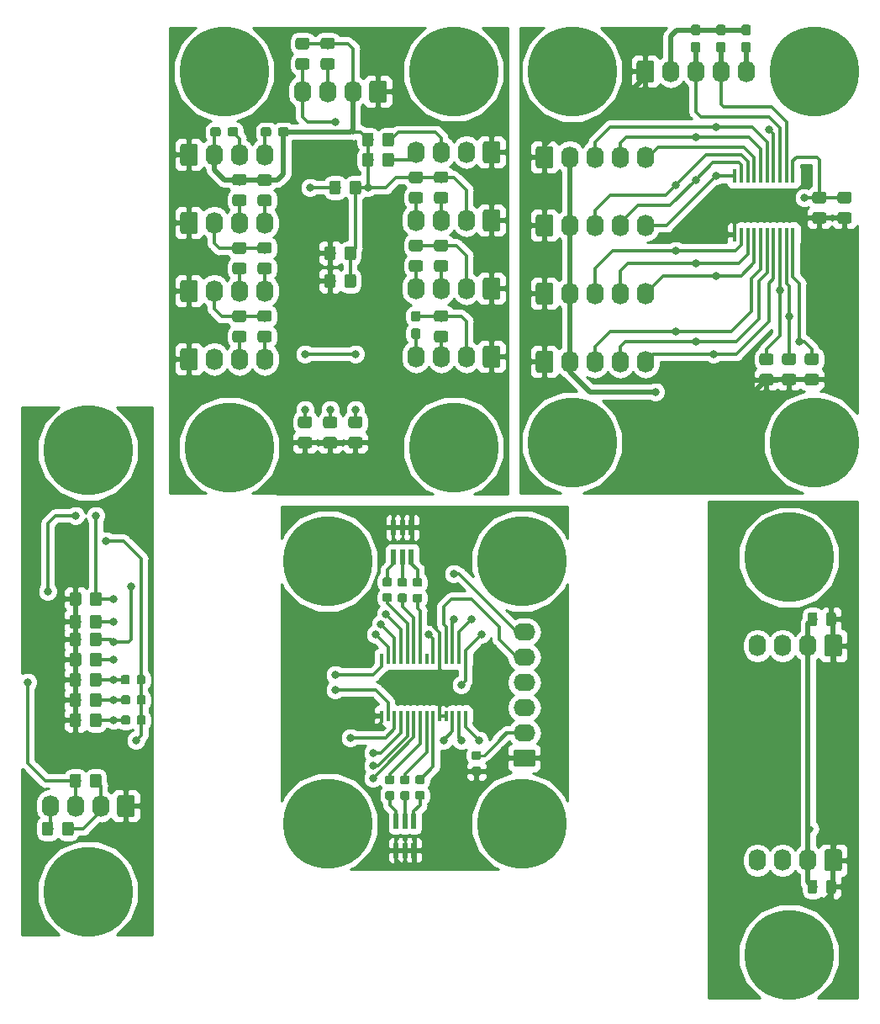
<source format=gbl>
G04 #@! TF.GenerationSoftware,KiCad,Pcbnew,5.0.2+dfsg1-1~bpo9+1*
G04 #@! TF.CreationDate,2019-06-29T23:35:38+02:00*
G04 #@! TF.ProjectId,PCB_I2C,5043425f-4932-4432-9e6b-696361645f70,rev?*
G04 #@! TF.SameCoordinates,Original*
G04 #@! TF.FileFunction,Copper,L2,Bot*
G04 #@! TF.FilePolarity,Positive*
%FSLAX46Y46*%
G04 Gerber Fmt 4.6, Leading zero omitted, Abs format (unit mm)*
G04 Created by KiCad (PCBNEW 5.0.2+dfsg1-1~bpo9+1) date sam. 29 juin 2019 23:35:38 CEST*
%MOMM*%
%LPD*%
G01*
G04 APERTURE LIST*
G04 #@! TA.AperFunction,Conductor*
%ADD10C,0.100000*%
G04 #@! TD*
G04 #@! TA.AperFunction,SMDPad,CuDef*
%ADD11C,1.150000*%
G04 #@! TD*
G04 #@! TA.AperFunction,SMDPad,CuDef*
%ADD12C,0.875000*%
G04 #@! TD*
G04 #@! TA.AperFunction,ComponentPad*
%ADD13O,1.740000X2.200000*%
G04 #@! TD*
G04 #@! TA.AperFunction,ComponentPad*
%ADD14C,1.740000*%
G04 #@! TD*
G04 #@! TA.AperFunction,SMDPad,CuDef*
%ADD15R,0.500000X1.600000*%
G04 #@! TD*
G04 #@! TA.AperFunction,ComponentPad*
%ADD16C,9.000000*%
G04 #@! TD*
G04 #@! TA.AperFunction,ComponentPad*
%ADD17O,2.200000X1.740000*%
G04 #@! TD*
G04 #@! TA.AperFunction,SMDPad,CuDef*
%ADD18C,0.950000*%
G04 #@! TD*
G04 #@! TA.AperFunction,SMDPad,CuDef*
%ADD19R,0.400000X1.100000*%
G04 #@! TD*
G04 #@! TA.AperFunction,SMDPad,CuDef*
%ADD20C,0.975000*%
G04 #@! TD*
G04 #@! TA.AperFunction,SMDPad,CuDef*
%ADD21R,0.450000X1.450000*%
G04 #@! TD*
G04 #@! TA.AperFunction,ViaPad*
%ADD22C,0.800000*%
G04 #@! TD*
G04 #@! TA.AperFunction,Conductor*
%ADD23C,0.500000*%
G04 #@! TD*
G04 #@! TA.AperFunction,Conductor*
%ADD24C,0.350000*%
G04 #@! TD*
G04 #@! TA.AperFunction,Conductor*
%ADD25C,0.250000*%
G04 #@! TD*
G04 #@! TA.AperFunction,Conductor*
%ADD26C,0.254000*%
G04 #@! TD*
G04 APERTURE END LIST*
D10*
G04 #@! TO.N,Net-(R302-Pad2)*
G04 #@! TO.C,R302*
G36*
X123156505Y-89333204D02*
X123180773Y-89336804D01*
X123204572Y-89342765D01*
X123227671Y-89351030D01*
X123249850Y-89361520D01*
X123270893Y-89374132D01*
X123290599Y-89388747D01*
X123308777Y-89405223D01*
X123325253Y-89423401D01*
X123339868Y-89443107D01*
X123352480Y-89464150D01*
X123362970Y-89486329D01*
X123371235Y-89509428D01*
X123377196Y-89533227D01*
X123380796Y-89557495D01*
X123382000Y-89581999D01*
X123382000Y-90232001D01*
X123380796Y-90256505D01*
X123377196Y-90280773D01*
X123371235Y-90304572D01*
X123362970Y-90327671D01*
X123352480Y-90349850D01*
X123339868Y-90370893D01*
X123325253Y-90390599D01*
X123308777Y-90408777D01*
X123290599Y-90425253D01*
X123270893Y-90439868D01*
X123249850Y-90452480D01*
X123227671Y-90462970D01*
X123204572Y-90471235D01*
X123180773Y-90477196D01*
X123156505Y-90480796D01*
X123132001Y-90482000D01*
X122231999Y-90482000D01*
X122207495Y-90480796D01*
X122183227Y-90477196D01*
X122159428Y-90471235D01*
X122136329Y-90462970D01*
X122114150Y-90452480D01*
X122093107Y-90439868D01*
X122073401Y-90425253D01*
X122055223Y-90408777D01*
X122038747Y-90390599D01*
X122024132Y-90370893D01*
X122011520Y-90349850D01*
X122001030Y-90327671D01*
X121992765Y-90304572D01*
X121986804Y-90280773D01*
X121983204Y-90256505D01*
X121982000Y-90232001D01*
X121982000Y-89581999D01*
X121983204Y-89557495D01*
X121986804Y-89533227D01*
X121992765Y-89509428D01*
X122001030Y-89486329D01*
X122011520Y-89464150D01*
X122024132Y-89443107D01*
X122038747Y-89423401D01*
X122055223Y-89405223D01*
X122073401Y-89388747D01*
X122093107Y-89374132D01*
X122114150Y-89361520D01*
X122136329Y-89351030D01*
X122159428Y-89342765D01*
X122183227Y-89336804D01*
X122207495Y-89333204D01*
X122231999Y-89332000D01*
X123132001Y-89332000D01*
X123156505Y-89333204D01*
X123156505Y-89333204D01*
G37*
D11*
G04 #@! TD*
G04 #@! TO.P,R302,2*
G04 #@! TO.N,Net-(R302-Pad2)*
X122682000Y-89907000D03*
D10*
G04 #@! TO.N,Net-(C301-Pad1)*
G04 #@! TO.C,R302*
G36*
X123156505Y-91383204D02*
X123180773Y-91386804D01*
X123204572Y-91392765D01*
X123227671Y-91401030D01*
X123249850Y-91411520D01*
X123270893Y-91424132D01*
X123290599Y-91438747D01*
X123308777Y-91455223D01*
X123325253Y-91473401D01*
X123339868Y-91493107D01*
X123352480Y-91514150D01*
X123362970Y-91536329D01*
X123371235Y-91559428D01*
X123377196Y-91583227D01*
X123380796Y-91607495D01*
X123382000Y-91631999D01*
X123382000Y-92282001D01*
X123380796Y-92306505D01*
X123377196Y-92330773D01*
X123371235Y-92354572D01*
X123362970Y-92377671D01*
X123352480Y-92399850D01*
X123339868Y-92420893D01*
X123325253Y-92440599D01*
X123308777Y-92458777D01*
X123290599Y-92475253D01*
X123270893Y-92489868D01*
X123249850Y-92502480D01*
X123227671Y-92512970D01*
X123204572Y-92521235D01*
X123180773Y-92527196D01*
X123156505Y-92530796D01*
X123132001Y-92532000D01*
X122231999Y-92532000D01*
X122207495Y-92530796D01*
X122183227Y-92527196D01*
X122159428Y-92521235D01*
X122136329Y-92512970D01*
X122114150Y-92502480D01*
X122093107Y-92489868D01*
X122073401Y-92475253D01*
X122055223Y-92458777D01*
X122038747Y-92440599D01*
X122024132Y-92420893D01*
X122011520Y-92399850D01*
X122001030Y-92377671D01*
X121992765Y-92354572D01*
X121986804Y-92330773D01*
X121983204Y-92306505D01*
X121982000Y-92282001D01*
X121982000Y-91631999D01*
X121983204Y-91607495D01*
X121986804Y-91583227D01*
X121992765Y-91559428D01*
X122001030Y-91536329D01*
X122011520Y-91514150D01*
X122024132Y-91493107D01*
X122038747Y-91473401D01*
X122055223Y-91455223D01*
X122073401Y-91438747D01*
X122093107Y-91424132D01*
X122114150Y-91411520D01*
X122136329Y-91401030D01*
X122159428Y-91392765D01*
X122183227Y-91386804D01*
X122207495Y-91383204D01*
X122231999Y-91382000D01*
X123132001Y-91382000D01*
X123156505Y-91383204D01*
X123156505Y-91383204D01*
G37*
D11*
G04 #@! TD*
G04 #@! TO.P,R302,1*
G04 #@! TO.N,Net-(C301-Pad1)*
X122682000Y-91957000D03*
D10*
G04 #@! TO.N,Net-(C301-Pad2)*
G04 #@! TO.C,R303*
G36*
X128120505Y-65595204D02*
X128144773Y-65598804D01*
X128168572Y-65604765D01*
X128191671Y-65613030D01*
X128213850Y-65623520D01*
X128234893Y-65636132D01*
X128254599Y-65650747D01*
X128272777Y-65667223D01*
X128289253Y-65685401D01*
X128303868Y-65705107D01*
X128316480Y-65726150D01*
X128326970Y-65748329D01*
X128335235Y-65771428D01*
X128341196Y-65795227D01*
X128344796Y-65819495D01*
X128346000Y-65843999D01*
X128346000Y-66744001D01*
X128344796Y-66768505D01*
X128341196Y-66792773D01*
X128335235Y-66816572D01*
X128326970Y-66839671D01*
X128316480Y-66861850D01*
X128303868Y-66882893D01*
X128289253Y-66902599D01*
X128272777Y-66920777D01*
X128254599Y-66937253D01*
X128234893Y-66951868D01*
X128213850Y-66964480D01*
X128191671Y-66974970D01*
X128168572Y-66983235D01*
X128144773Y-66989196D01*
X128120505Y-66992796D01*
X128096001Y-66994000D01*
X127445999Y-66994000D01*
X127421495Y-66992796D01*
X127397227Y-66989196D01*
X127373428Y-66983235D01*
X127350329Y-66974970D01*
X127328150Y-66964480D01*
X127307107Y-66951868D01*
X127287401Y-66937253D01*
X127269223Y-66920777D01*
X127252747Y-66902599D01*
X127238132Y-66882893D01*
X127225520Y-66861850D01*
X127215030Y-66839671D01*
X127206765Y-66816572D01*
X127200804Y-66792773D01*
X127197204Y-66768505D01*
X127196000Y-66744001D01*
X127196000Y-65843999D01*
X127197204Y-65819495D01*
X127200804Y-65795227D01*
X127206765Y-65771428D01*
X127215030Y-65748329D01*
X127225520Y-65726150D01*
X127238132Y-65705107D01*
X127252747Y-65685401D01*
X127269223Y-65667223D01*
X127287401Y-65650747D01*
X127307107Y-65636132D01*
X127328150Y-65623520D01*
X127350329Y-65613030D01*
X127373428Y-65604765D01*
X127397227Y-65598804D01*
X127421495Y-65595204D01*
X127445999Y-65594000D01*
X128096001Y-65594000D01*
X128120505Y-65595204D01*
X128120505Y-65595204D01*
G37*
D11*
G04 #@! TD*
G04 #@! TO.P,R303,2*
G04 #@! TO.N,Net-(C301-Pad2)*
X127771000Y-66294000D03*
D10*
G04 #@! TO.N,Net-(R303-Pad1)*
G04 #@! TO.C,R303*
G36*
X126070505Y-65595204D02*
X126094773Y-65598804D01*
X126118572Y-65604765D01*
X126141671Y-65613030D01*
X126163850Y-65623520D01*
X126184893Y-65636132D01*
X126204599Y-65650747D01*
X126222777Y-65667223D01*
X126239253Y-65685401D01*
X126253868Y-65705107D01*
X126266480Y-65726150D01*
X126276970Y-65748329D01*
X126285235Y-65771428D01*
X126291196Y-65795227D01*
X126294796Y-65819495D01*
X126296000Y-65843999D01*
X126296000Y-66744001D01*
X126294796Y-66768505D01*
X126291196Y-66792773D01*
X126285235Y-66816572D01*
X126276970Y-66839671D01*
X126266480Y-66861850D01*
X126253868Y-66882893D01*
X126239253Y-66902599D01*
X126222777Y-66920777D01*
X126204599Y-66937253D01*
X126184893Y-66951868D01*
X126163850Y-66964480D01*
X126141671Y-66974970D01*
X126118572Y-66983235D01*
X126094773Y-66989196D01*
X126070505Y-66992796D01*
X126046001Y-66994000D01*
X125395999Y-66994000D01*
X125371495Y-66992796D01*
X125347227Y-66989196D01*
X125323428Y-66983235D01*
X125300329Y-66974970D01*
X125278150Y-66964480D01*
X125257107Y-66951868D01*
X125237401Y-66937253D01*
X125219223Y-66920777D01*
X125202747Y-66902599D01*
X125188132Y-66882893D01*
X125175520Y-66861850D01*
X125165030Y-66839671D01*
X125156765Y-66816572D01*
X125150804Y-66792773D01*
X125147204Y-66768505D01*
X125146000Y-66744001D01*
X125146000Y-65843999D01*
X125147204Y-65819495D01*
X125150804Y-65795227D01*
X125156765Y-65771428D01*
X125165030Y-65748329D01*
X125175520Y-65726150D01*
X125188132Y-65705107D01*
X125202747Y-65685401D01*
X125219223Y-65667223D01*
X125237401Y-65650747D01*
X125257107Y-65636132D01*
X125278150Y-65623520D01*
X125300329Y-65613030D01*
X125323428Y-65604765D01*
X125347227Y-65598804D01*
X125371495Y-65595204D01*
X125395999Y-65594000D01*
X126046001Y-65594000D01*
X126070505Y-65595204D01*
X126070505Y-65595204D01*
G37*
D11*
G04 #@! TD*
G04 #@! TO.P,R303,1*
G04 #@! TO.N,Net-(R303-Pad1)*
X125721000Y-66294000D03*
D10*
G04 #@! TO.N,/RGB/R3*
G04 #@! TO.C,R616*
G36*
X134560328Y-125434178D02*
X134581563Y-125437328D01*
X134602387Y-125442544D01*
X134622599Y-125449776D01*
X134642005Y-125458955D01*
X134660418Y-125469991D01*
X134677661Y-125482779D01*
X134693567Y-125497195D01*
X134707983Y-125513101D01*
X134720771Y-125530344D01*
X134731807Y-125548757D01*
X134740986Y-125568163D01*
X134748218Y-125588375D01*
X134753434Y-125609199D01*
X134756584Y-125630434D01*
X134757637Y-125651875D01*
X134757637Y-126089375D01*
X134756584Y-126110816D01*
X134753434Y-126132051D01*
X134748218Y-126152875D01*
X134740986Y-126173087D01*
X134731807Y-126192493D01*
X134720771Y-126210906D01*
X134707983Y-126228149D01*
X134693567Y-126244055D01*
X134677661Y-126258471D01*
X134660418Y-126271259D01*
X134642005Y-126282295D01*
X134622599Y-126291474D01*
X134602387Y-126298706D01*
X134581563Y-126303922D01*
X134560328Y-126307072D01*
X134538887Y-126308125D01*
X134026387Y-126308125D01*
X134004946Y-126307072D01*
X133983711Y-126303922D01*
X133962887Y-126298706D01*
X133942675Y-126291474D01*
X133923269Y-126282295D01*
X133904856Y-126271259D01*
X133887613Y-126258471D01*
X133871707Y-126244055D01*
X133857291Y-126228149D01*
X133844503Y-126210906D01*
X133833467Y-126192493D01*
X133824288Y-126173087D01*
X133817056Y-126152875D01*
X133811840Y-126132051D01*
X133808690Y-126110816D01*
X133807637Y-126089375D01*
X133807637Y-125651875D01*
X133808690Y-125630434D01*
X133811840Y-125609199D01*
X133817056Y-125588375D01*
X133824288Y-125568163D01*
X133833467Y-125548757D01*
X133844503Y-125530344D01*
X133857291Y-125513101D01*
X133871707Y-125497195D01*
X133887613Y-125482779D01*
X133904856Y-125469991D01*
X133923269Y-125458955D01*
X133942675Y-125449776D01*
X133962887Y-125442544D01*
X133983711Y-125437328D01*
X134004946Y-125434178D01*
X134026387Y-125433125D01*
X134538887Y-125433125D01*
X134560328Y-125434178D01*
X134560328Y-125434178D01*
G37*
D12*
G04 #@! TD*
G04 #@! TO.P,R616,2*
G04 #@! TO.N,/RGB/R3*
X134282637Y-125870625D03*
D10*
G04 #@! TO.N,Net-(D602-Pad3)*
G04 #@! TO.C,R616*
G36*
X134560328Y-127009178D02*
X134581563Y-127012328D01*
X134602387Y-127017544D01*
X134622599Y-127024776D01*
X134642005Y-127033955D01*
X134660418Y-127044991D01*
X134677661Y-127057779D01*
X134693567Y-127072195D01*
X134707983Y-127088101D01*
X134720771Y-127105344D01*
X134731807Y-127123757D01*
X134740986Y-127143163D01*
X134748218Y-127163375D01*
X134753434Y-127184199D01*
X134756584Y-127205434D01*
X134757637Y-127226875D01*
X134757637Y-127664375D01*
X134756584Y-127685816D01*
X134753434Y-127707051D01*
X134748218Y-127727875D01*
X134740986Y-127748087D01*
X134731807Y-127767493D01*
X134720771Y-127785906D01*
X134707983Y-127803149D01*
X134693567Y-127819055D01*
X134677661Y-127833471D01*
X134660418Y-127846259D01*
X134642005Y-127857295D01*
X134622599Y-127866474D01*
X134602387Y-127873706D01*
X134581563Y-127878922D01*
X134560328Y-127882072D01*
X134538887Y-127883125D01*
X134026387Y-127883125D01*
X134004946Y-127882072D01*
X133983711Y-127878922D01*
X133962887Y-127873706D01*
X133942675Y-127866474D01*
X133923269Y-127857295D01*
X133904856Y-127846259D01*
X133887613Y-127833471D01*
X133871707Y-127819055D01*
X133857291Y-127803149D01*
X133844503Y-127785906D01*
X133833467Y-127767493D01*
X133824288Y-127748087D01*
X133817056Y-127727875D01*
X133811840Y-127707051D01*
X133808690Y-127685816D01*
X133807637Y-127664375D01*
X133807637Y-127226875D01*
X133808690Y-127205434D01*
X133811840Y-127184199D01*
X133817056Y-127163375D01*
X133824288Y-127143163D01*
X133833467Y-127123757D01*
X133844503Y-127105344D01*
X133857291Y-127088101D01*
X133871707Y-127072195D01*
X133887613Y-127057779D01*
X133904856Y-127044991D01*
X133923269Y-127033955D01*
X133942675Y-127024776D01*
X133962887Y-127017544D01*
X133983711Y-127012328D01*
X134004946Y-127009178D01*
X134026387Y-127008125D01*
X134538887Y-127008125D01*
X134560328Y-127009178D01*
X134560328Y-127009178D01*
G37*
D12*
G04 #@! TD*
G04 #@! TO.P,R616,1*
G04 #@! TO.N,Net-(D602-Pad3)*
X134282637Y-127445625D03*
D13*
G04 #@! TO.P,J305,4*
G04 #@! TO.N,Net-(J305-Pad4)*
X118618000Y-69850000D03*
G04 #@! TO.P,J305,3*
G04 #@! TO.N,Net-(J305-Pad3)*
X116078000Y-69850000D03*
G04 #@! TO.P,J305,2*
G04 #@! TO.N,Net-(C301-Pad2)*
X113538000Y-69850000D03*
D10*
G04 #@! TD*
G04 #@! TO.N,Net-(C301-Pad1)*
G04 #@! TO.C,J305*
G36*
X111642505Y-68751204D02*
X111666773Y-68754804D01*
X111690572Y-68760765D01*
X111713671Y-68769030D01*
X111735850Y-68779520D01*
X111756893Y-68792132D01*
X111776599Y-68806747D01*
X111794777Y-68823223D01*
X111811253Y-68841401D01*
X111825868Y-68861107D01*
X111838480Y-68882150D01*
X111848970Y-68904329D01*
X111857235Y-68927428D01*
X111863196Y-68951227D01*
X111866796Y-68975495D01*
X111868000Y-68999999D01*
X111868000Y-70700001D01*
X111866796Y-70724505D01*
X111863196Y-70748773D01*
X111857235Y-70772572D01*
X111848970Y-70795671D01*
X111838480Y-70817850D01*
X111825868Y-70838893D01*
X111811253Y-70858599D01*
X111794777Y-70876777D01*
X111776599Y-70893253D01*
X111756893Y-70907868D01*
X111735850Y-70920480D01*
X111713671Y-70930970D01*
X111690572Y-70939235D01*
X111666773Y-70945196D01*
X111642505Y-70948796D01*
X111618001Y-70950000D01*
X110377999Y-70950000D01*
X110353495Y-70948796D01*
X110329227Y-70945196D01*
X110305428Y-70939235D01*
X110282329Y-70930970D01*
X110260150Y-70920480D01*
X110239107Y-70907868D01*
X110219401Y-70893253D01*
X110201223Y-70876777D01*
X110184747Y-70858599D01*
X110170132Y-70838893D01*
X110157520Y-70817850D01*
X110147030Y-70795671D01*
X110138765Y-70772572D01*
X110132804Y-70748773D01*
X110129204Y-70724505D01*
X110128000Y-70700001D01*
X110128000Y-68999999D01*
X110129204Y-68975495D01*
X110132804Y-68951227D01*
X110138765Y-68927428D01*
X110147030Y-68904329D01*
X110157520Y-68882150D01*
X110170132Y-68861107D01*
X110184747Y-68841401D01*
X110201223Y-68823223D01*
X110219401Y-68806747D01*
X110239107Y-68792132D01*
X110260150Y-68779520D01*
X110282329Y-68769030D01*
X110305428Y-68760765D01*
X110329227Y-68754804D01*
X110353495Y-68751204D01*
X110377999Y-68750000D01*
X111618001Y-68750000D01*
X111642505Y-68751204D01*
X111642505Y-68751204D01*
G37*
D14*
G04 #@! TO.P,J305,1*
G04 #@! TO.N,Net-(C301-Pad1)*
X110998000Y-69850000D03*
G04 #@! TD*
D13*
G04 #@! TO.P,J302,4*
G04 #@! TO.N,Net-(J302-Pad4)*
X118618000Y-62992000D03*
G04 #@! TO.P,J302,3*
G04 #@! TO.N,Net-(J302-Pad3)*
X116078000Y-62992000D03*
G04 #@! TO.P,J302,2*
G04 #@! TO.N,Net-(C301-Pad2)*
X113538000Y-62992000D03*
D10*
G04 #@! TD*
G04 #@! TO.N,Net-(C301-Pad1)*
G04 #@! TO.C,J302*
G36*
X111642505Y-61893204D02*
X111666773Y-61896804D01*
X111690572Y-61902765D01*
X111713671Y-61911030D01*
X111735850Y-61921520D01*
X111756893Y-61934132D01*
X111776599Y-61948747D01*
X111794777Y-61965223D01*
X111811253Y-61983401D01*
X111825868Y-62003107D01*
X111838480Y-62024150D01*
X111848970Y-62046329D01*
X111857235Y-62069428D01*
X111863196Y-62093227D01*
X111866796Y-62117495D01*
X111868000Y-62141999D01*
X111868000Y-63842001D01*
X111866796Y-63866505D01*
X111863196Y-63890773D01*
X111857235Y-63914572D01*
X111848970Y-63937671D01*
X111838480Y-63959850D01*
X111825868Y-63980893D01*
X111811253Y-64000599D01*
X111794777Y-64018777D01*
X111776599Y-64035253D01*
X111756893Y-64049868D01*
X111735850Y-64062480D01*
X111713671Y-64072970D01*
X111690572Y-64081235D01*
X111666773Y-64087196D01*
X111642505Y-64090796D01*
X111618001Y-64092000D01*
X110377999Y-64092000D01*
X110353495Y-64090796D01*
X110329227Y-64087196D01*
X110305428Y-64081235D01*
X110282329Y-64072970D01*
X110260150Y-64062480D01*
X110239107Y-64049868D01*
X110219401Y-64035253D01*
X110201223Y-64018777D01*
X110184747Y-64000599D01*
X110170132Y-63980893D01*
X110157520Y-63959850D01*
X110147030Y-63937671D01*
X110138765Y-63914572D01*
X110132804Y-63890773D01*
X110129204Y-63866505D01*
X110128000Y-63842001D01*
X110128000Y-62141999D01*
X110129204Y-62117495D01*
X110132804Y-62093227D01*
X110138765Y-62069428D01*
X110147030Y-62046329D01*
X110157520Y-62024150D01*
X110170132Y-62003107D01*
X110184747Y-61983401D01*
X110201223Y-61965223D01*
X110219401Y-61948747D01*
X110239107Y-61934132D01*
X110260150Y-61921520D01*
X110282329Y-61911030D01*
X110305428Y-61902765D01*
X110329227Y-61896804D01*
X110353495Y-61893204D01*
X110377999Y-61892000D01*
X111618001Y-61892000D01*
X111642505Y-61893204D01*
X111642505Y-61893204D01*
G37*
D14*
G04 #@! TO.P,J302,1*
G04 #@! TO.N,Net-(C301-Pad1)*
X110998000Y-62992000D03*
G04 #@! TD*
D10*
G04 #@! TO.N,Net-(C301-Pad1)*
G04 #@! TO.C,C302*
G36*
X125553505Y-74993204D02*
X125577773Y-74996804D01*
X125601572Y-75002765D01*
X125624671Y-75011030D01*
X125646850Y-75021520D01*
X125667893Y-75034132D01*
X125687599Y-75048747D01*
X125705777Y-75065223D01*
X125722253Y-75083401D01*
X125736868Y-75103107D01*
X125749480Y-75124150D01*
X125759970Y-75146329D01*
X125768235Y-75169428D01*
X125774196Y-75193227D01*
X125777796Y-75217495D01*
X125779000Y-75241999D01*
X125779000Y-76142001D01*
X125777796Y-76166505D01*
X125774196Y-76190773D01*
X125768235Y-76214572D01*
X125759970Y-76237671D01*
X125749480Y-76259850D01*
X125736868Y-76280893D01*
X125722253Y-76300599D01*
X125705777Y-76318777D01*
X125687599Y-76335253D01*
X125667893Y-76349868D01*
X125646850Y-76362480D01*
X125624671Y-76372970D01*
X125601572Y-76381235D01*
X125577773Y-76387196D01*
X125553505Y-76390796D01*
X125529001Y-76392000D01*
X124878999Y-76392000D01*
X124854495Y-76390796D01*
X124830227Y-76387196D01*
X124806428Y-76381235D01*
X124783329Y-76372970D01*
X124761150Y-76362480D01*
X124740107Y-76349868D01*
X124720401Y-76335253D01*
X124702223Y-76318777D01*
X124685747Y-76300599D01*
X124671132Y-76280893D01*
X124658520Y-76259850D01*
X124648030Y-76237671D01*
X124639765Y-76214572D01*
X124633804Y-76190773D01*
X124630204Y-76166505D01*
X124629000Y-76142001D01*
X124629000Y-75241999D01*
X124630204Y-75217495D01*
X124633804Y-75193227D01*
X124639765Y-75169428D01*
X124648030Y-75146329D01*
X124658520Y-75124150D01*
X124671132Y-75103107D01*
X124685747Y-75083401D01*
X124702223Y-75065223D01*
X124720401Y-75048747D01*
X124740107Y-75034132D01*
X124761150Y-75021520D01*
X124783329Y-75011030D01*
X124806428Y-75002765D01*
X124830227Y-74996804D01*
X124854495Y-74993204D01*
X124878999Y-74992000D01*
X125529001Y-74992000D01*
X125553505Y-74993204D01*
X125553505Y-74993204D01*
G37*
D11*
G04 #@! TD*
G04 #@! TO.P,C302,1*
G04 #@! TO.N,Net-(C301-Pad1)*
X125204000Y-75692000D03*
D10*
G04 #@! TO.N,Net-(C301-Pad2)*
G04 #@! TO.C,C302*
G36*
X127603505Y-74993204D02*
X127627773Y-74996804D01*
X127651572Y-75002765D01*
X127674671Y-75011030D01*
X127696850Y-75021520D01*
X127717893Y-75034132D01*
X127737599Y-75048747D01*
X127755777Y-75065223D01*
X127772253Y-75083401D01*
X127786868Y-75103107D01*
X127799480Y-75124150D01*
X127809970Y-75146329D01*
X127818235Y-75169428D01*
X127824196Y-75193227D01*
X127827796Y-75217495D01*
X127829000Y-75241999D01*
X127829000Y-76142001D01*
X127827796Y-76166505D01*
X127824196Y-76190773D01*
X127818235Y-76214572D01*
X127809970Y-76237671D01*
X127799480Y-76259850D01*
X127786868Y-76280893D01*
X127772253Y-76300599D01*
X127755777Y-76318777D01*
X127737599Y-76335253D01*
X127717893Y-76349868D01*
X127696850Y-76362480D01*
X127674671Y-76372970D01*
X127651572Y-76381235D01*
X127627773Y-76387196D01*
X127603505Y-76390796D01*
X127579001Y-76392000D01*
X126928999Y-76392000D01*
X126904495Y-76390796D01*
X126880227Y-76387196D01*
X126856428Y-76381235D01*
X126833329Y-76372970D01*
X126811150Y-76362480D01*
X126790107Y-76349868D01*
X126770401Y-76335253D01*
X126752223Y-76318777D01*
X126735747Y-76300599D01*
X126721132Y-76280893D01*
X126708520Y-76259850D01*
X126698030Y-76237671D01*
X126689765Y-76214572D01*
X126683804Y-76190773D01*
X126680204Y-76166505D01*
X126679000Y-76142001D01*
X126679000Y-75241999D01*
X126680204Y-75217495D01*
X126683804Y-75193227D01*
X126689765Y-75169428D01*
X126698030Y-75146329D01*
X126708520Y-75124150D01*
X126721132Y-75103107D01*
X126735747Y-75083401D01*
X126752223Y-75065223D01*
X126770401Y-75048747D01*
X126790107Y-75034132D01*
X126811150Y-75021520D01*
X126833329Y-75011030D01*
X126856428Y-75002765D01*
X126880227Y-74996804D01*
X126904495Y-74993204D01*
X126928999Y-74992000D01*
X127579001Y-74992000D01*
X127603505Y-74993204D01*
X127603505Y-74993204D01*
G37*
D11*
G04 #@! TD*
G04 #@! TO.P,C302,2*
G04 #@! TO.N,Net-(C301-Pad2)*
X127254000Y-75692000D03*
D10*
G04 #@! TO.N,Net-(J306-Pad4)*
G04 #@! TO.C,R313*
G36*
X119092505Y-73848204D02*
X119116773Y-73851804D01*
X119140572Y-73857765D01*
X119163671Y-73866030D01*
X119185850Y-73876520D01*
X119206893Y-73889132D01*
X119226599Y-73903747D01*
X119244777Y-73920223D01*
X119261253Y-73938401D01*
X119275868Y-73958107D01*
X119288480Y-73979150D01*
X119298970Y-74001329D01*
X119307235Y-74024428D01*
X119313196Y-74048227D01*
X119316796Y-74072495D01*
X119318000Y-74096999D01*
X119318000Y-74747001D01*
X119316796Y-74771505D01*
X119313196Y-74795773D01*
X119307235Y-74819572D01*
X119298970Y-74842671D01*
X119288480Y-74864850D01*
X119275868Y-74885893D01*
X119261253Y-74905599D01*
X119244777Y-74923777D01*
X119226599Y-74940253D01*
X119206893Y-74954868D01*
X119185850Y-74967480D01*
X119163671Y-74977970D01*
X119140572Y-74986235D01*
X119116773Y-74992196D01*
X119092505Y-74995796D01*
X119068001Y-74997000D01*
X118167999Y-74997000D01*
X118143495Y-74995796D01*
X118119227Y-74992196D01*
X118095428Y-74986235D01*
X118072329Y-74977970D01*
X118050150Y-74967480D01*
X118029107Y-74954868D01*
X118009401Y-74940253D01*
X117991223Y-74923777D01*
X117974747Y-74905599D01*
X117960132Y-74885893D01*
X117947520Y-74864850D01*
X117937030Y-74842671D01*
X117928765Y-74819572D01*
X117922804Y-74795773D01*
X117919204Y-74771505D01*
X117918000Y-74747001D01*
X117918000Y-74096999D01*
X117919204Y-74072495D01*
X117922804Y-74048227D01*
X117928765Y-74024428D01*
X117937030Y-74001329D01*
X117947520Y-73979150D01*
X117960132Y-73958107D01*
X117974747Y-73938401D01*
X117991223Y-73920223D01*
X118009401Y-73903747D01*
X118029107Y-73889132D01*
X118050150Y-73876520D01*
X118072329Y-73866030D01*
X118095428Y-73857765D01*
X118119227Y-73851804D01*
X118143495Y-73848204D01*
X118167999Y-73847000D01*
X119068001Y-73847000D01*
X119092505Y-73848204D01*
X119092505Y-73848204D01*
G37*
D11*
G04 #@! TD*
G04 #@! TO.P,R313,2*
G04 #@! TO.N,Net-(J306-Pad4)*
X118618000Y-74422000D03*
D10*
G04 #@! TO.N,Net-(C301-Pad2)*
G04 #@! TO.C,R313*
G36*
X119092505Y-71798204D02*
X119116773Y-71801804D01*
X119140572Y-71807765D01*
X119163671Y-71816030D01*
X119185850Y-71826520D01*
X119206893Y-71839132D01*
X119226599Y-71853747D01*
X119244777Y-71870223D01*
X119261253Y-71888401D01*
X119275868Y-71908107D01*
X119288480Y-71929150D01*
X119298970Y-71951329D01*
X119307235Y-71974428D01*
X119313196Y-71998227D01*
X119316796Y-72022495D01*
X119318000Y-72046999D01*
X119318000Y-72697001D01*
X119316796Y-72721505D01*
X119313196Y-72745773D01*
X119307235Y-72769572D01*
X119298970Y-72792671D01*
X119288480Y-72814850D01*
X119275868Y-72835893D01*
X119261253Y-72855599D01*
X119244777Y-72873777D01*
X119226599Y-72890253D01*
X119206893Y-72904868D01*
X119185850Y-72917480D01*
X119163671Y-72927970D01*
X119140572Y-72936235D01*
X119116773Y-72942196D01*
X119092505Y-72945796D01*
X119068001Y-72947000D01*
X118167999Y-72947000D01*
X118143495Y-72945796D01*
X118119227Y-72942196D01*
X118095428Y-72936235D01*
X118072329Y-72927970D01*
X118050150Y-72917480D01*
X118029107Y-72904868D01*
X118009401Y-72890253D01*
X117991223Y-72873777D01*
X117974747Y-72855599D01*
X117960132Y-72835893D01*
X117947520Y-72814850D01*
X117937030Y-72792671D01*
X117928765Y-72769572D01*
X117922804Y-72745773D01*
X117919204Y-72721505D01*
X117918000Y-72697001D01*
X117918000Y-72046999D01*
X117919204Y-72022495D01*
X117922804Y-71998227D01*
X117928765Y-71974428D01*
X117937030Y-71951329D01*
X117947520Y-71929150D01*
X117960132Y-71908107D01*
X117974747Y-71888401D01*
X117991223Y-71870223D01*
X118009401Y-71853747D01*
X118029107Y-71839132D01*
X118050150Y-71826520D01*
X118072329Y-71816030D01*
X118095428Y-71807765D01*
X118119227Y-71801804D01*
X118143495Y-71798204D01*
X118167999Y-71797000D01*
X119068001Y-71797000D01*
X119092505Y-71798204D01*
X119092505Y-71798204D01*
G37*
D11*
G04 #@! TD*
G04 #@! TO.P,R313,1*
G04 #@! TO.N,Net-(C301-Pad2)*
X118618000Y-72372000D03*
D15*
G04 #@! TO.P,D602,6*
G04 #@! TO.N,Net-(C601-Pad2)*
X131858637Y-132984625D03*
G04 #@! TO.P,D602,5*
X132758637Y-132984625D03*
G04 #@! TO.P,D602,4*
X133658637Y-132984625D03*
G04 #@! TO.P,D602,3*
G04 #@! TO.N,Net-(D602-Pad3)*
X133658637Y-130034625D03*
G04 #@! TO.P,D602,2*
G04 #@! TO.N,Net-(D602-Pad2)*
X132758637Y-130034625D03*
G04 #@! TO.P,D602,1*
G04 #@! TO.N,Net-(D602-Pad1)*
X131858637Y-130034625D03*
G04 #@! TD*
D10*
G04 #@! TO.N,Net-(R502-Pad1)*
G04 #@! TO.C,R517*
G36*
X104837191Y-115350053D02*
X104858426Y-115353203D01*
X104879250Y-115358419D01*
X104899462Y-115365651D01*
X104918868Y-115374830D01*
X104937281Y-115385866D01*
X104954524Y-115398654D01*
X104970430Y-115413070D01*
X104984846Y-115428976D01*
X104997634Y-115446219D01*
X105008670Y-115464632D01*
X105017849Y-115484038D01*
X105025081Y-115504250D01*
X105030297Y-115525074D01*
X105033447Y-115546309D01*
X105034500Y-115567750D01*
X105034500Y-116080250D01*
X105033447Y-116101691D01*
X105030297Y-116122926D01*
X105025081Y-116143750D01*
X105017849Y-116163962D01*
X105008670Y-116183368D01*
X104997634Y-116201781D01*
X104984846Y-116219024D01*
X104970430Y-116234930D01*
X104954524Y-116249346D01*
X104937281Y-116262134D01*
X104918868Y-116273170D01*
X104899462Y-116282349D01*
X104879250Y-116289581D01*
X104858426Y-116294797D01*
X104837191Y-116297947D01*
X104815750Y-116299000D01*
X104378250Y-116299000D01*
X104356809Y-116297947D01*
X104335574Y-116294797D01*
X104314750Y-116289581D01*
X104294538Y-116282349D01*
X104275132Y-116273170D01*
X104256719Y-116262134D01*
X104239476Y-116249346D01*
X104223570Y-116234930D01*
X104209154Y-116219024D01*
X104196366Y-116201781D01*
X104185330Y-116183368D01*
X104176151Y-116163962D01*
X104168919Y-116143750D01*
X104163703Y-116122926D01*
X104160553Y-116101691D01*
X104159500Y-116080250D01*
X104159500Y-115567750D01*
X104160553Y-115546309D01*
X104163703Y-115525074D01*
X104168919Y-115504250D01*
X104176151Y-115484038D01*
X104185330Y-115464632D01*
X104196366Y-115446219D01*
X104209154Y-115428976D01*
X104223570Y-115413070D01*
X104239476Y-115398654D01*
X104256719Y-115385866D01*
X104275132Y-115374830D01*
X104294538Y-115365651D01*
X104314750Y-115358419D01*
X104335574Y-115353203D01*
X104356809Y-115350053D01*
X104378250Y-115349000D01*
X104815750Y-115349000D01*
X104837191Y-115350053D01*
X104837191Y-115350053D01*
G37*
D12*
G04 #@! TD*
G04 #@! TO.P,R517,1*
G04 #@! TO.N,Net-(R502-Pad1)*
X104597000Y-115824000D03*
D10*
G04 #@! TO.N,Net-(C501-Pad1)*
G04 #@! TO.C,R517*
G36*
X106412191Y-115350053D02*
X106433426Y-115353203D01*
X106454250Y-115358419D01*
X106474462Y-115365651D01*
X106493868Y-115374830D01*
X106512281Y-115385866D01*
X106529524Y-115398654D01*
X106545430Y-115413070D01*
X106559846Y-115428976D01*
X106572634Y-115446219D01*
X106583670Y-115464632D01*
X106592849Y-115484038D01*
X106600081Y-115504250D01*
X106605297Y-115525074D01*
X106608447Y-115546309D01*
X106609500Y-115567750D01*
X106609500Y-116080250D01*
X106608447Y-116101691D01*
X106605297Y-116122926D01*
X106600081Y-116143750D01*
X106592849Y-116163962D01*
X106583670Y-116183368D01*
X106572634Y-116201781D01*
X106559846Y-116219024D01*
X106545430Y-116234930D01*
X106529524Y-116249346D01*
X106512281Y-116262134D01*
X106493868Y-116273170D01*
X106474462Y-116282349D01*
X106454250Y-116289581D01*
X106433426Y-116294797D01*
X106412191Y-116297947D01*
X106390750Y-116299000D01*
X105953250Y-116299000D01*
X105931809Y-116297947D01*
X105910574Y-116294797D01*
X105889750Y-116289581D01*
X105869538Y-116282349D01*
X105850132Y-116273170D01*
X105831719Y-116262134D01*
X105814476Y-116249346D01*
X105798570Y-116234930D01*
X105784154Y-116219024D01*
X105771366Y-116201781D01*
X105760330Y-116183368D01*
X105751151Y-116163962D01*
X105743919Y-116143750D01*
X105738703Y-116122926D01*
X105735553Y-116101691D01*
X105734500Y-116080250D01*
X105734500Y-115567750D01*
X105735553Y-115546309D01*
X105738703Y-115525074D01*
X105743919Y-115504250D01*
X105751151Y-115484038D01*
X105760330Y-115464632D01*
X105771366Y-115446219D01*
X105784154Y-115428976D01*
X105798570Y-115413070D01*
X105814476Y-115398654D01*
X105831719Y-115385866D01*
X105850132Y-115374830D01*
X105869538Y-115365651D01*
X105889750Y-115358419D01*
X105910574Y-115353203D01*
X105931809Y-115350053D01*
X105953250Y-115349000D01*
X106390750Y-115349000D01*
X106412191Y-115350053D01*
X106412191Y-115350053D01*
G37*
D12*
G04 #@! TD*
G04 #@! TO.P,R517,2*
G04 #@! TO.N,Net-(C501-Pad1)*
X106172000Y-115824000D03*
D10*
G04 #@! TO.N,Net-(C301-Pad2)*
G04 #@! TO.C,C301*
G36*
X127612505Y-72199204D02*
X127636773Y-72202804D01*
X127660572Y-72208765D01*
X127683671Y-72217030D01*
X127705850Y-72227520D01*
X127726893Y-72240132D01*
X127746599Y-72254747D01*
X127764777Y-72271223D01*
X127781253Y-72289401D01*
X127795868Y-72309107D01*
X127808480Y-72330150D01*
X127818970Y-72352329D01*
X127827235Y-72375428D01*
X127833196Y-72399227D01*
X127836796Y-72423495D01*
X127838000Y-72447999D01*
X127838000Y-73348001D01*
X127836796Y-73372505D01*
X127833196Y-73396773D01*
X127827235Y-73420572D01*
X127818970Y-73443671D01*
X127808480Y-73465850D01*
X127795868Y-73486893D01*
X127781253Y-73506599D01*
X127764777Y-73524777D01*
X127746599Y-73541253D01*
X127726893Y-73555868D01*
X127705850Y-73568480D01*
X127683671Y-73578970D01*
X127660572Y-73587235D01*
X127636773Y-73593196D01*
X127612505Y-73596796D01*
X127588001Y-73598000D01*
X126937999Y-73598000D01*
X126913495Y-73596796D01*
X126889227Y-73593196D01*
X126865428Y-73587235D01*
X126842329Y-73578970D01*
X126820150Y-73568480D01*
X126799107Y-73555868D01*
X126779401Y-73541253D01*
X126761223Y-73524777D01*
X126744747Y-73506599D01*
X126730132Y-73486893D01*
X126717520Y-73465850D01*
X126707030Y-73443671D01*
X126698765Y-73420572D01*
X126692804Y-73396773D01*
X126689204Y-73372505D01*
X126688000Y-73348001D01*
X126688000Y-72447999D01*
X126689204Y-72423495D01*
X126692804Y-72399227D01*
X126698765Y-72375428D01*
X126707030Y-72352329D01*
X126717520Y-72330150D01*
X126730132Y-72309107D01*
X126744747Y-72289401D01*
X126761223Y-72271223D01*
X126779401Y-72254747D01*
X126799107Y-72240132D01*
X126820150Y-72227520D01*
X126842329Y-72217030D01*
X126865428Y-72208765D01*
X126889227Y-72202804D01*
X126913495Y-72199204D01*
X126937999Y-72198000D01*
X127588001Y-72198000D01*
X127612505Y-72199204D01*
X127612505Y-72199204D01*
G37*
D11*
G04 #@! TD*
G04 #@! TO.P,C301,2*
G04 #@! TO.N,Net-(C301-Pad2)*
X127263000Y-72898000D03*
D10*
G04 #@! TO.N,Net-(C301-Pad1)*
G04 #@! TO.C,C301*
G36*
X125562505Y-72199204D02*
X125586773Y-72202804D01*
X125610572Y-72208765D01*
X125633671Y-72217030D01*
X125655850Y-72227520D01*
X125676893Y-72240132D01*
X125696599Y-72254747D01*
X125714777Y-72271223D01*
X125731253Y-72289401D01*
X125745868Y-72309107D01*
X125758480Y-72330150D01*
X125768970Y-72352329D01*
X125777235Y-72375428D01*
X125783196Y-72399227D01*
X125786796Y-72423495D01*
X125788000Y-72447999D01*
X125788000Y-73348001D01*
X125786796Y-73372505D01*
X125783196Y-73396773D01*
X125777235Y-73420572D01*
X125768970Y-73443671D01*
X125758480Y-73465850D01*
X125745868Y-73486893D01*
X125731253Y-73506599D01*
X125714777Y-73524777D01*
X125696599Y-73541253D01*
X125676893Y-73555868D01*
X125655850Y-73568480D01*
X125633671Y-73578970D01*
X125610572Y-73587235D01*
X125586773Y-73593196D01*
X125562505Y-73596796D01*
X125538001Y-73598000D01*
X124887999Y-73598000D01*
X124863495Y-73596796D01*
X124839227Y-73593196D01*
X124815428Y-73587235D01*
X124792329Y-73578970D01*
X124770150Y-73568480D01*
X124749107Y-73555868D01*
X124729401Y-73541253D01*
X124711223Y-73524777D01*
X124694747Y-73506599D01*
X124680132Y-73486893D01*
X124667520Y-73465850D01*
X124657030Y-73443671D01*
X124648765Y-73420572D01*
X124642804Y-73396773D01*
X124639204Y-73372505D01*
X124638000Y-73348001D01*
X124638000Y-72447999D01*
X124639204Y-72423495D01*
X124642804Y-72399227D01*
X124648765Y-72375428D01*
X124657030Y-72352329D01*
X124667520Y-72330150D01*
X124680132Y-72309107D01*
X124694747Y-72289401D01*
X124711223Y-72271223D01*
X124729401Y-72254747D01*
X124749107Y-72240132D01*
X124770150Y-72227520D01*
X124792329Y-72217030D01*
X124815428Y-72208765D01*
X124839227Y-72202804D01*
X124863495Y-72199204D01*
X124887999Y-72198000D01*
X125538001Y-72198000D01*
X125562505Y-72199204D01*
X125562505Y-72199204D01*
G37*
D11*
G04 #@! TD*
G04 #@! TO.P,C301,1*
G04 #@! TO.N,Net-(C301-Pad1)*
X125213000Y-72898000D03*
D10*
G04 #@! TO.N,Net-(J311-Pad4)*
G04 #@! TO.C,R323*
G36*
X131422505Y-62801204D02*
X131446773Y-62804804D01*
X131470572Y-62810765D01*
X131493671Y-62819030D01*
X131515850Y-62829520D01*
X131536893Y-62842132D01*
X131556599Y-62856747D01*
X131574777Y-62873223D01*
X131591253Y-62891401D01*
X131605868Y-62911107D01*
X131618480Y-62932150D01*
X131628970Y-62954329D01*
X131637235Y-62977428D01*
X131643196Y-63001227D01*
X131646796Y-63025495D01*
X131648000Y-63049999D01*
X131648000Y-63950001D01*
X131646796Y-63974505D01*
X131643196Y-63998773D01*
X131637235Y-64022572D01*
X131628970Y-64045671D01*
X131618480Y-64067850D01*
X131605868Y-64088893D01*
X131591253Y-64108599D01*
X131574777Y-64126777D01*
X131556599Y-64143253D01*
X131536893Y-64157868D01*
X131515850Y-64170480D01*
X131493671Y-64180970D01*
X131470572Y-64189235D01*
X131446773Y-64195196D01*
X131422505Y-64198796D01*
X131398001Y-64200000D01*
X130747999Y-64200000D01*
X130723495Y-64198796D01*
X130699227Y-64195196D01*
X130675428Y-64189235D01*
X130652329Y-64180970D01*
X130630150Y-64170480D01*
X130609107Y-64157868D01*
X130589401Y-64143253D01*
X130571223Y-64126777D01*
X130554747Y-64108599D01*
X130540132Y-64088893D01*
X130527520Y-64067850D01*
X130517030Y-64045671D01*
X130508765Y-64022572D01*
X130502804Y-63998773D01*
X130499204Y-63974505D01*
X130498000Y-63950001D01*
X130498000Y-63049999D01*
X130499204Y-63025495D01*
X130502804Y-63001227D01*
X130508765Y-62977428D01*
X130517030Y-62954329D01*
X130527520Y-62932150D01*
X130540132Y-62911107D01*
X130554747Y-62891401D01*
X130571223Y-62873223D01*
X130589401Y-62856747D01*
X130609107Y-62842132D01*
X130630150Y-62829520D01*
X130652329Y-62819030D01*
X130675428Y-62810765D01*
X130699227Y-62804804D01*
X130723495Y-62801204D01*
X130747999Y-62800000D01*
X131398001Y-62800000D01*
X131422505Y-62801204D01*
X131422505Y-62801204D01*
G37*
D11*
G04 #@! TD*
G04 #@! TO.P,R323,2*
G04 #@! TO.N,Net-(J311-Pad4)*
X131073000Y-63500000D03*
D10*
G04 #@! TO.N,Net-(C301-Pad2)*
G04 #@! TO.C,R323*
G36*
X129372505Y-62801204D02*
X129396773Y-62804804D01*
X129420572Y-62810765D01*
X129443671Y-62819030D01*
X129465850Y-62829520D01*
X129486893Y-62842132D01*
X129506599Y-62856747D01*
X129524777Y-62873223D01*
X129541253Y-62891401D01*
X129555868Y-62911107D01*
X129568480Y-62932150D01*
X129578970Y-62954329D01*
X129587235Y-62977428D01*
X129593196Y-63001227D01*
X129596796Y-63025495D01*
X129598000Y-63049999D01*
X129598000Y-63950001D01*
X129596796Y-63974505D01*
X129593196Y-63998773D01*
X129587235Y-64022572D01*
X129578970Y-64045671D01*
X129568480Y-64067850D01*
X129555868Y-64088893D01*
X129541253Y-64108599D01*
X129524777Y-64126777D01*
X129506599Y-64143253D01*
X129486893Y-64157868D01*
X129465850Y-64170480D01*
X129443671Y-64180970D01*
X129420572Y-64189235D01*
X129396773Y-64195196D01*
X129372505Y-64198796D01*
X129348001Y-64200000D01*
X128697999Y-64200000D01*
X128673495Y-64198796D01*
X128649227Y-64195196D01*
X128625428Y-64189235D01*
X128602329Y-64180970D01*
X128580150Y-64170480D01*
X128559107Y-64157868D01*
X128539401Y-64143253D01*
X128521223Y-64126777D01*
X128504747Y-64108599D01*
X128490132Y-64088893D01*
X128477520Y-64067850D01*
X128467030Y-64045671D01*
X128458765Y-64022572D01*
X128452804Y-63998773D01*
X128449204Y-63974505D01*
X128448000Y-63950001D01*
X128448000Y-63049999D01*
X128449204Y-63025495D01*
X128452804Y-63001227D01*
X128458765Y-62977428D01*
X128467030Y-62954329D01*
X128477520Y-62932150D01*
X128490132Y-62911107D01*
X128504747Y-62891401D01*
X128521223Y-62873223D01*
X128539401Y-62856747D01*
X128559107Y-62842132D01*
X128580150Y-62829520D01*
X128602329Y-62819030D01*
X128625428Y-62810765D01*
X128649227Y-62804804D01*
X128673495Y-62801204D01*
X128697999Y-62800000D01*
X129348001Y-62800000D01*
X129372505Y-62801204D01*
X129372505Y-62801204D01*
G37*
D11*
G04 #@! TD*
G04 #@! TO.P,R323,1*
G04 #@! TO.N,Net-(C301-Pad2)*
X129023000Y-63500000D03*
D16*
G04 #@! TO.P,J502,1*
G04 #@! TO.N,N/C*
X144526000Y-103886000D03*
G04 #@! TD*
D10*
G04 #@! TO.N,Net-(C301-Pad2)*
G04 #@! TO.C,R315*
G36*
X119092505Y-78656204D02*
X119116773Y-78659804D01*
X119140572Y-78665765D01*
X119163671Y-78674030D01*
X119185850Y-78684520D01*
X119206893Y-78697132D01*
X119226599Y-78711747D01*
X119244777Y-78728223D01*
X119261253Y-78746401D01*
X119275868Y-78766107D01*
X119288480Y-78787150D01*
X119298970Y-78809329D01*
X119307235Y-78832428D01*
X119313196Y-78856227D01*
X119316796Y-78880495D01*
X119318000Y-78904999D01*
X119318000Y-79555001D01*
X119316796Y-79579505D01*
X119313196Y-79603773D01*
X119307235Y-79627572D01*
X119298970Y-79650671D01*
X119288480Y-79672850D01*
X119275868Y-79693893D01*
X119261253Y-79713599D01*
X119244777Y-79731777D01*
X119226599Y-79748253D01*
X119206893Y-79762868D01*
X119185850Y-79775480D01*
X119163671Y-79785970D01*
X119140572Y-79794235D01*
X119116773Y-79800196D01*
X119092505Y-79803796D01*
X119068001Y-79805000D01*
X118167999Y-79805000D01*
X118143495Y-79803796D01*
X118119227Y-79800196D01*
X118095428Y-79794235D01*
X118072329Y-79785970D01*
X118050150Y-79775480D01*
X118029107Y-79762868D01*
X118009401Y-79748253D01*
X117991223Y-79731777D01*
X117974747Y-79713599D01*
X117960132Y-79693893D01*
X117947520Y-79672850D01*
X117937030Y-79650671D01*
X117928765Y-79627572D01*
X117922804Y-79603773D01*
X117919204Y-79579505D01*
X117918000Y-79555001D01*
X117918000Y-78904999D01*
X117919204Y-78880495D01*
X117922804Y-78856227D01*
X117928765Y-78832428D01*
X117937030Y-78809329D01*
X117947520Y-78787150D01*
X117960132Y-78766107D01*
X117974747Y-78746401D01*
X117991223Y-78728223D01*
X118009401Y-78711747D01*
X118029107Y-78697132D01*
X118050150Y-78684520D01*
X118072329Y-78674030D01*
X118095428Y-78665765D01*
X118119227Y-78659804D01*
X118143495Y-78656204D01*
X118167999Y-78655000D01*
X119068001Y-78655000D01*
X119092505Y-78656204D01*
X119092505Y-78656204D01*
G37*
D11*
G04 #@! TD*
G04 #@! TO.P,R315,1*
G04 #@! TO.N,Net-(C301-Pad2)*
X118618000Y-79230000D03*
D10*
G04 #@! TO.N,Net-(J307-Pad4)*
G04 #@! TO.C,R315*
G36*
X119092505Y-80706204D02*
X119116773Y-80709804D01*
X119140572Y-80715765D01*
X119163671Y-80724030D01*
X119185850Y-80734520D01*
X119206893Y-80747132D01*
X119226599Y-80761747D01*
X119244777Y-80778223D01*
X119261253Y-80796401D01*
X119275868Y-80816107D01*
X119288480Y-80837150D01*
X119298970Y-80859329D01*
X119307235Y-80882428D01*
X119313196Y-80906227D01*
X119316796Y-80930495D01*
X119318000Y-80954999D01*
X119318000Y-81605001D01*
X119316796Y-81629505D01*
X119313196Y-81653773D01*
X119307235Y-81677572D01*
X119298970Y-81700671D01*
X119288480Y-81722850D01*
X119275868Y-81743893D01*
X119261253Y-81763599D01*
X119244777Y-81781777D01*
X119226599Y-81798253D01*
X119206893Y-81812868D01*
X119185850Y-81825480D01*
X119163671Y-81835970D01*
X119140572Y-81844235D01*
X119116773Y-81850196D01*
X119092505Y-81853796D01*
X119068001Y-81855000D01*
X118167999Y-81855000D01*
X118143495Y-81853796D01*
X118119227Y-81850196D01*
X118095428Y-81844235D01*
X118072329Y-81835970D01*
X118050150Y-81825480D01*
X118029107Y-81812868D01*
X118009401Y-81798253D01*
X117991223Y-81781777D01*
X117974747Y-81763599D01*
X117960132Y-81743893D01*
X117947520Y-81722850D01*
X117937030Y-81700671D01*
X117928765Y-81677572D01*
X117922804Y-81653773D01*
X117919204Y-81629505D01*
X117918000Y-81605001D01*
X117918000Y-80954999D01*
X117919204Y-80930495D01*
X117922804Y-80906227D01*
X117928765Y-80882428D01*
X117937030Y-80859329D01*
X117947520Y-80837150D01*
X117960132Y-80816107D01*
X117974747Y-80796401D01*
X117991223Y-80778223D01*
X118009401Y-80761747D01*
X118029107Y-80747132D01*
X118050150Y-80734520D01*
X118072329Y-80724030D01*
X118095428Y-80715765D01*
X118119227Y-80709804D01*
X118143495Y-80706204D01*
X118167999Y-80705000D01*
X119068001Y-80705000D01*
X119092505Y-80706204D01*
X119092505Y-80706204D01*
G37*
D11*
G04 #@! TD*
G04 #@! TO.P,R315,2*
G04 #@! TO.N,Net-(J307-Pad4)*
X118618000Y-81280000D03*
D10*
G04 #@! TO.N,Net-(C301-Pad2)*
G04 #@! TO.C,R316*
G36*
X136872505Y-78656204D02*
X136896773Y-78659804D01*
X136920572Y-78665765D01*
X136943671Y-78674030D01*
X136965850Y-78684520D01*
X136986893Y-78697132D01*
X137006599Y-78711747D01*
X137024777Y-78728223D01*
X137041253Y-78746401D01*
X137055868Y-78766107D01*
X137068480Y-78787150D01*
X137078970Y-78809329D01*
X137087235Y-78832428D01*
X137093196Y-78856227D01*
X137096796Y-78880495D01*
X137098000Y-78904999D01*
X137098000Y-79555001D01*
X137096796Y-79579505D01*
X137093196Y-79603773D01*
X137087235Y-79627572D01*
X137078970Y-79650671D01*
X137068480Y-79672850D01*
X137055868Y-79693893D01*
X137041253Y-79713599D01*
X137024777Y-79731777D01*
X137006599Y-79748253D01*
X136986893Y-79762868D01*
X136965850Y-79775480D01*
X136943671Y-79785970D01*
X136920572Y-79794235D01*
X136896773Y-79800196D01*
X136872505Y-79803796D01*
X136848001Y-79805000D01*
X135947999Y-79805000D01*
X135923495Y-79803796D01*
X135899227Y-79800196D01*
X135875428Y-79794235D01*
X135852329Y-79785970D01*
X135830150Y-79775480D01*
X135809107Y-79762868D01*
X135789401Y-79748253D01*
X135771223Y-79731777D01*
X135754747Y-79713599D01*
X135740132Y-79693893D01*
X135727520Y-79672850D01*
X135717030Y-79650671D01*
X135708765Y-79627572D01*
X135702804Y-79603773D01*
X135699204Y-79579505D01*
X135698000Y-79555001D01*
X135698000Y-78904999D01*
X135699204Y-78880495D01*
X135702804Y-78856227D01*
X135708765Y-78832428D01*
X135717030Y-78809329D01*
X135727520Y-78787150D01*
X135740132Y-78766107D01*
X135754747Y-78746401D01*
X135771223Y-78728223D01*
X135789401Y-78711747D01*
X135809107Y-78697132D01*
X135830150Y-78684520D01*
X135852329Y-78674030D01*
X135875428Y-78665765D01*
X135899227Y-78659804D01*
X135923495Y-78656204D01*
X135947999Y-78655000D01*
X136848001Y-78655000D01*
X136872505Y-78656204D01*
X136872505Y-78656204D01*
G37*
D11*
G04 #@! TD*
G04 #@! TO.P,R316,1*
G04 #@! TO.N,Net-(C301-Pad2)*
X136398000Y-79230000D03*
D10*
G04 #@! TO.N,Net-(J308-Pad3)*
G04 #@! TO.C,R316*
G36*
X136872505Y-80706204D02*
X136896773Y-80709804D01*
X136920572Y-80715765D01*
X136943671Y-80724030D01*
X136965850Y-80734520D01*
X136986893Y-80747132D01*
X137006599Y-80761747D01*
X137024777Y-80778223D01*
X137041253Y-80796401D01*
X137055868Y-80816107D01*
X137068480Y-80837150D01*
X137078970Y-80859329D01*
X137087235Y-80882428D01*
X137093196Y-80906227D01*
X137096796Y-80930495D01*
X137098000Y-80954999D01*
X137098000Y-81605001D01*
X137096796Y-81629505D01*
X137093196Y-81653773D01*
X137087235Y-81677572D01*
X137078970Y-81700671D01*
X137068480Y-81722850D01*
X137055868Y-81743893D01*
X137041253Y-81763599D01*
X137024777Y-81781777D01*
X137006599Y-81798253D01*
X136986893Y-81812868D01*
X136965850Y-81825480D01*
X136943671Y-81835970D01*
X136920572Y-81844235D01*
X136896773Y-81850196D01*
X136872505Y-81853796D01*
X136848001Y-81855000D01*
X135947999Y-81855000D01*
X135923495Y-81853796D01*
X135899227Y-81850196D01*
X135875428Y-81844235D01*
X135852329Y-81835970D01*
X135830150Y-81825480D01*
X135809107Y-81812868D01*
X135789401Y-81798253D01*
X135771223Y-81781777D01*
X135754747Y-81763599D01*
X135740132Y-81743893D01*
X135727520Y-81722850D01*
X135717030Y-81700671D01*
X135708765Y-81677572D01*
X135702804Y-81653773D01*
X135699204Y-81629505D01*
X135698000Y-81605001D01*
X135698000Y-80954999D01*
X135699204Y-80930495D01*
X135702804Y-80906227D01*
X135708765Y-80882428D01*
X135717030Y-80859329D01*
X135727520Y-80837150D01*
X135740132Y-80816107D01*
X135754747Y-80796401D01*
X135771223Y-80778223D01*
X135789401Y-80761747D01*
X135809107Y-80747132D01*
X135830150Y-80734520D01*
X135852329Y-80724030D01*
X135875428Y-80715765D01*
X135899227Y-80709804D01*
X135923495Y-80706204D01*
X135947999Y-80705000D01*
X136848001Y-80705000D01*
X136872505Y-80706204D01*
X136872505Y-80706204D01*
G37*
D11*
G04 #@! TD*
G04 #@! TO.P,R316,2*
G04 #@! TO.N,Net-(J308-Pad3)*
X136398000Y-81280000D03*
D16*
G04 #@! TO.P,J503,1*
G04 #@! TO.N,Net-(J503-Pad1)*
X100838000Y-92710000D03*
G04 #@! TD*
D10*
G04 #@! TO.N,Net-(J309-Pad4)*
G04 #@! TO.C,R319*
G36*
X134332505Y-73603204D02*
X134356773Y-73606804D01*
X134380572Y-73612765D01*
X134403671Y-73621030D01*
X134425850Y-73631520D01*
X134446893Y-73644132D01*
X134466599Y-73658747D01*
X134484777Y-73675223D01*
X134501253Y-73693401D01*
X134515868Y-73713107D01*
X134528480Y-73734150D01*
X134538970Y-73756329D01*
X134547235Y-73779428D01*
X134553196Y-73803227D01*
X134556796Y-73827495D01*
X134558000Y-73851999D01*
X134558000Y-74502001D01*
X134556796Y-74526505D01*
X134553196Y-74550773D01*
X134547235Y-74574572D01*
X134538970Y-74597671D01*
X134528480Y-74619850D01*
X134515868Y-74640893D01*
X134501253Y-74660599D01*
X134484777Y-74678777D01*
X134466599Y-74695253D01*
X134446893Y-74709868D01*
X134425850Y-74722480D01*
X134403671Y-74732970D01*
X134380572Y-74741235D01*
X134356773Y-74747196D01*
X134332505Y-74750796D01*
X134308001Y-74752000D01*
X133407999Y-74752000D01*
X133383495Y-74750796D01*
X133359227Y-74747196D01*
X133335428Y-74741235D01*
X133312329Y-74732970D01*
X133290150Y-74722480D01*
X133269107Y-74709868D01*
X133249401Y-74695253D01*
X133231223Y-74678777D01*
X133214747Y-74660599D01*
X133200132Y-74640893D01*
X133187520Y-74619850D01*
X133177030Y-74597671D01*
X133168765Y-74574572D01*
X133162804Y-74550773D01*
X133159204Y-74526505D01*
X133158000Y-74502001D01*
X133158000Y-73851999D01*
X133159204Y-73827495D01*
X133162804Y-73803227D01*
X133168765Y-73779428D01*
X133177030Y-73756329D01*
X133187520Y-73734150D01*
X133200132Y-73713107D01*
X133214747Y-73693401D01*
X133231223Y-73675223D01*
X133249401Y-73658747D01*
X133269107Y-73644132D01*
X133290150Y-73631520D01*
X133312329Y-73621030D01*
X133335428Y-73612765D01*
X133359227Y-73606804D01*
X133383495Y-73603204D01*
X133407999Y-73602000D01*
X134308001Y-73602000D01*
X134332505Y-73603204D01*
X134332505Y-73603204D01*
G37*
D11*
G04 #@! TD*
G04 #@! TO.P,R319,2*
G04 #@! TO.N,Net-(J309-Pad4)*
X133858000Y-74177000D03*
D10*
G04 #@! TO.N,Net-(C301-Pad2)*
G04 #@! TO.C,R319*
G36*
X134332505Y-71553204D02*
X134356773Y-71556804D01*
X134380572Y-71562765D01*
X134403671Y-71571030D01*
X134425850Y-71581520D01*
X134446893Y-71594132D01*
X134466599Y-71608747D01*
X134484777Y-71625223D01*
X134501253Y-71643401D01*
X134515868Y-71663107D01*
X134528480Y-71684150D01*
X134538970Y-71706329D01*
X134547235Y-71729428D01*
X134553196Y-71753227D01*
X134556796Y-71777495D01*
X134558000Y-71801999D01*
X134558000Y-72452001D01*
X134556796Y-72476505D01*
X134553196Y-72500773D01*
X134547235Y-72524572D01*
X134538970Y-72547671D01*
X134528480Y-72569850D01*
X134515868Y-72590893D01*
X134501253Y-72610599D01*
X134484777Y-72628777D01*
X134466599Y-72645253D01*
X134446893Y-72659868D01*
X134425850Y-72672480D01*
X134403671Y-72682970D01*
X134380572Y-72691235D01*
X134356773Y-72697196D01*
X134332505Y-72700796D01*
X134308001Y-72702000D01*
X133407999Y-72702000D01*
X133383495Y-72700796D01*
X133359227Y-72697196D01*
X133335428Y-72691235D01*
X133312329Y-72682970D01*
X133290150Y-72672480D01*
X133269107Y-72659868D01*
X133249401Y-72645253D01*
X133231223Y-72628777D01*
X133214747Y-72610599D01*
X133200132Y-72590893D01*
X133187520Y-72569850D01*
X133177030Y-72547671D01*
X133168765Y-72524572D01*
X133162804Y-72500773D01*
X133159204Y-72476505D01*
X133158000Y-72452001D01*
X133158000Y-71801999D01*
X133159204Y-71777495D01*
X133162804Y-71753227D01*
X133168765Y-71729428D01*
X133177030Y-71706329D01*
X133187520Y-71684150D01*
X133200132Y-71663107D01*
X133214747Y-71643401D01*
X133231223Y-71625223D01*
X133249401Y-71608747D01*
X133269107Y-71594132D01*
X133290150Y-71581520D01*
X133312329Y-71571030D01*
X133335428Y-71562765D01*
X133359227Y-71556804D01*
X133383495Y-71553204D01*
X133407999Y-71552000D01*
X134308001Y-71552000D01*
X134332505Y-71553204D01*
X134332505Y-71553204D01*
G37*
D11*
G04 #@! TD*
G04 #@! TO.P,R319,1*
G04 #@! TO.N,Net-(C301-Pad2)*
X133858000Y-72127000D03*
D10*
G04 #@! TO.N,Net-(C301-Pad2)*
G04 #@! TO.C,R320*
G36*
X136872505Y-64686204D02*
X136896773Y-64689804D01*
X136920572Y-64695765D01*
X136943671Y-64704030D01*
X136965850Y-64714520D01*
X136986893Y-64727132D01*
X137006599Y-64741747D01*
X137024777Y-64758223D01*
X137041253Y-64776401D01*
X137055868Y-64796107D01*
X137068480Y-64817150D01*
X137078970Y-64839329D01*
X137087235Y-64862428D01*
X137093196Y-64886227D01*
X137096796Y-64910495D01*
X137098000Y-64934999D01*
X137098000Y-65585001D01*
X137096796Y-65609505D01*
X137093196Y-65633773D01*
X137087235Y-65657572D01*
X137078970Y-65680671D01*
X137068480Y-65702850D01*
X137055868Y-65723893D01*
X137041253Y-65743599D01*
X137024777Y-65761777D01*
X137006599Y-65778253D01*
X136986893Y-65792868D01*
X136965850Y-65805480D01*
X136943671Y-65815970D01*
X136920572Y-65824235D01*
X136896773Y-65830196D01*
X136872505Y-65833796D01*
X136848001Y-65835000D01*
X135947999Y-65835000D01*
X135923495Y-65833796D01*
X135899227Y-65830196D01*
X135875428Y-65824235D01*
X135852329Y-65815970D01*
X135830150Y-65805480D01*
X135809107Y-65792868D01*
X135789401Y-65778253D01*
X135771223Y-65761777D01*
X135754747Y-65743599D01*
X135740132Y-65723893D01*
X135727520Y-65702850D01*
X135717030Y-65680671D01*
X135708765Y-65657572D01*
X135702804Y-65633773D01*
X135699204Y-65609505D01*
X135698000Y-65585001D01*
X135698000Y-64934999D01*
X135699204Y-64910495D01*
X135702804Y-64886227D01*
X135708765Y-64862428D01*
X135717030Y-64839329D01*
X135727520Y-64817150D01*
X135740132Y-64796107D01*
X135754747Y-64776401D01*
X135771223Y-64758223D01*
X135789401Y-64741747D01*
X135809107Y-64727132D01*
X135830150Y-64714520D01*
X135852329Y-64704030D01*
X135875428Y-64695765D01*
X135899227Y-64689804D01*
X135923495Y-64686204D01*
X135947999Y-64685000D01*
X136848001Y-64685000D01*
X136872505Y-64686204D01*
X136872505Y-64686204D01*
G37*
D11*
G04 #@! TD*
G04 #@! TO.P,R320,1*
G04 #@! TO.N,Net-(C301-Pad2)*
X136398000Y-65260000D03*
D10*
G04 #@! TO.N,Net-(J310-Pad3)*
G04 #@! TO.C,R320*
G36*
X136872505Y-66736204D02*
X136896773Y-66739804D01*
X136920572Y-66745765D01*
X136943671Y-66754030D01*
X136965850Y-66764520D01*
X136986893Y-66777132D01*
X137006599Y-66791747D01*
X137024777Y-66808223D01*
X137041253Y-66826401D01*
X137055868Y-66846107D01*
X137068480Y-66867150D01*
X137078970Y-66889329D01*
X137087235Y-66912428D01*
X137093196Y-66936227D01*
X137096796Y-66960495D01*
X137098000Y-66984999D01*
X137098000Y-67635001D01*
X137096796Y-67659505D01*
X137093196Y-67683773D01*
X137087235Y-67707572D01*
X137078970Y-67730671D01*
X137068480Y-67752850D01*
X137055868Y-67773893D01*
X137041253Y-67793599D01*
X137024777Y-67811777D01*
X137006599Y-67828253D01*
X136986893Y-67842868D01*
X136965850Y-67855480D01*
X136943671Y-67865970D01*
X136920572Y-67874235D01*
X136896773Y-67880196D01*
X136872505Y-67883796D01*
X136848001Y-67885000D01*
X135947999Y-67885000D01*
X135923495Y-67883796D01*
X135899227Y-67880196D01*
X135875428Y-67874235D01*
X135852329Y-67865970D01*
X135830150Y-67855480D01*
X135809107Y-67842868D01*
X135789401Y-67828253D01*
X135771223Y-67811777D01*
X135754747Y-67793599D01*
X135740132Y-67773893D01*
X135727520Y-67752850D01*
X135717030Y-67730671D01*
X135708765Y-67707572D01*
X135702804Y-67683773D01*
X135699204Y-67659505D01*
X135698000Y-67635001D01*
X135698000Y-66984999D01*
X135699204Y-66960495D01*
X135702804Y-66936227D01*
X135708765Y-66912428D01*
X135717030Y-66889329D01*
X135727520Y-66867150D01*
X135740132Y-66846107D01*
X135754747Y-66826401D01*
X135771223Y-66808223D01*
X135789401Y-66791747D01*
X135809107Y-66777132D01*
X135830150Y-66764520D01*
X135852329Y-66754030D01*
X135875428Y-66745765D01*
X135899227Y-66739804D01*
X135923495Y-66736204D01*
X135947999Y-66735000D01*
X136848001Y-66735000D01*
X136872505Y-66736204D01*
X136872505Y-66736204D01*
G37*
D11*
G04 #@! TD*
G04 #@! TO.P,R320,2*
G04 #@! TO.N,Net-(J310-Pad3)*
X136398000Y-67310000D03*
D10*
G04 #@! TO.N,/RGB/B1*
G04 #@! TO.C,R611*
G36*
X134299917Y-107172009D02*
X134321152Y-107175159D01*
X134341976Y-107180375D01*
X134362188Y-107187607D01*
X134381594Y-107196786D01*
X134400007Y-107207822D01*
X134417250Y-107220610D01*
X134433156Y-107235026D01*
X134447572Y-107250932D01*
X134460360Y-107268175D01*
X134471396Y-107286588D01*
X134480575Y-107305994D01*
X134487807Y-107326206D01*
X134493023Y-107347030D01*
X134496173Y-107368265D01*
X134497226Y-107389706D01*
X134497226Y-107827206D01*
X134496173Y-107848647D01*
X134493023Y-107869882D01*
X134487807Y-107890706D01*
X134480575Y-107910918D01*
X134471396Y-107930324D01*
X134460360Y-107948737D01*
X134447572Y-107965980D01*
X134433156Y-107981886D01*
X134417250Y-107996302D01*
X134400007Y-108009090D01*
X134381594Y-108020126D01*
X134362188Y-108029305D01*
X134341976Y-108036537D01*
X134321152Y-108041753D01*
X134299917Y-108044903D01*
X134278476Y-108045956D01*
X133765976Y-108045956D01*
X133744535Y-108044903D01*
X133723300Y-108041753D01*
X133702476Y-108036537D01*
X133682264Y-108029305D01*
X133662858Y-108020126D01*
X133644445Y-108009090D01*
X133627202Y-107996302D01*
X133611296Y-107981886D01*
X133596880Y-107965980D01*
X133584092Y-107948737D01*
X133573056Y-107930324D01*
X133563877Y-107910918D01*
X133556645Y-107890706D01*
X133551429Y-107869882D01*
X133548279Y-107848647D01*
X133547226Y-107827206D01*
X133547226Y-107389706D01*
X133548279Y-107368265D01*
X133551429Y-107347030D01*
X133556645Y-107326206D01*
X133563877Y-107305994D01*
X133573056Y-107286588D01*
X133584092Y-107268175D01*
X133596880Y-107250932D01*
X133611296Y-107235026D01*
X133627202Y-107220610D01*
X133644445Y-107207822D01*
X133662858Y-107196786D01*
X133682264Y-107187607D01*
X133702476Y-107180375D01*
X133723300Y-107175159D01*
X133744535Y-107172009D01*
X133765976Y-107170956D01*
X134278476Y-107170956D01*
X134299917Y-107172009D01*
X134299917Y-107172009D01*
G37*
D12*
G04 #@! TD*
G04 #@! TO.P,R611,2*
G04 #@! TO.N,/RGB/B1*
X134022226Y-107608456D03*
D10*
G04 #@! TO.N,Net-(D601-Pad1)*
G04 #@! TO.C,R611*
G36*
X134299917Y-105597009D02*
X134321152Y-105600159D01*
X134341976Y-105605375D01*
X134362188Y-105612607D01*
X134381594Y-105621786D01*
X134400007Y-105632822D01*
X134417250Y-105645610D01*
X134433156Y-105660026D01*
X134447572Y-105675932D01*
X134460360Y-105693175D01*
X134471396Y-105711588D01*
X134480575Y-105730994D01*
X134487807Y-105751206D01*
X134493023Y-105772030D01*
X134496173Y-105793265D01*
X134497226Y-105814706D01*
X134497226Y-106252206D01*
X134496173Y-106273647D01*
X134493023Y-106294882D01*
X134487807Y-106315706D01*
X134480575Y-106335918D01*
X134471396Y-106355324D01*
X134460360Y-106373737D01*
X134447572Y-106390980D01*
X134433156Y-106406886D01*
X134417250Y-106421302D01*
X134400007Y-106434090D01*
X134381594Y-106445126D01*
X134362188Y-106454305D01*
X134341976Y-106461537D01*
X134321152Y-106466753D01*
X134299917Y-106469903D01*
X134278476Y-106470956D01*
X133765976Y-106470956D01*
X133744535Y-106469903D01*
X133723300Y-106466753D01*
X133702476Y-106461537D01*
X133682264Y-106454305D01*
X133662858Y-106445126D01*
X133644445Y-106434090D01*
X133627202Y-106421302D01*
X133611296Y-106406886D01*
X133596880Y-106390980D01*
X133584092Y-106373737D01*
X133573056Y-106355324D01*
X133563877Y-106335918D01*
X133556645Y-106315706D01*
X133551429Y-106294882D01*
X133548279Y-106273647D01*
X133547226Y-106252206D01*
X133547226Y-105814706D01*
X133548279Y-105793265D01*
X133551429Y-105772030D01*
X133556645Y-105751206D01*
X133563877Y-105730994D01*
X133573056Y-105711588D01*
X133584092Y-105693175D01*
X133596880Y-105675932D01*
X133611296Y-105660026D01*
X133627202Y-105645610D01*
X133644445Y-105632822D01*
X133662858Y-105621786D01*
X133682264Y-105612607D01*
X133702476Y-105605375D01*
X133723300Y-105600159D01*
X133744535Y-105597009D01*
X133765976Y-105595956D01*
X134278476Y-105595956D01*
X134299917Y-105597009D01*
X134299917Y-105597009D01*
G37*
D12*
G04 #@! TD*
G04 #@! TO.P,R611,1*
G04 #@! TO.N,Net-(D601-Pad1)*
X134022226Y-106033456D03*
D10*
G04 #@! TO.N,Net-(C501-Pad2)*
G04 #@! TO.C,R509*
G36*
X99908505Y-109283204D02*
X99932773Y-109286804D01*
X99956572Y-109292765D01*
X99979671Y-109301030D01*
X100001850Y-109311520D01*
X100022893Y-109324132D01*
X100042599Y-109338747D01*
X100060777Y-109355223D01*
X100077253Y-109373401D01*
X100091868Y-109393107D01*
X100104480Y-109414150D01*
X100114970Y-109436329D01*
X100123235Y-109459428D01*
X100129196Y-109483227D01*
X100132796Y-109507495D01*
X100134000Y-109531999D01*
X100134000Y-110432001D01*
X100132796Y-110456505D01*
X100129196Y-110480773D01*
X100123235Y-110504572D01*
X100114970Y-110527671D01*
X100104480Y-110549850D01*
X100091868Y-110570893D01*
X100077253Y-110590599D01*
X100060777Y-110608777D01*
X100042599Y-110625253D01*
X100022893Y-110639868D01*
X100001850Y-110652480D01*
X99979671Y-110662970D01*
X99956572Y-110671235D01*
X99932773Y-110677196D01*
X99908505Y-110680796D01*
X99884001Y-110682000D01*
X99233999Y-110682000D01*
X99209495Y-110680796D01*
X99185227Y-110677196D01*
X99161428Y-110671235D01*
X99138329Y-110662970D01*
X99116150Y-110652480D01*
X99095107Y-110639868D01*
X99075401Y-110625253D01*
X99057223Y-110608777D01*
X99040747Y-110590599D01*
X99026132Y-110570893D01*
X99013520Y-110549850D01*
X99003030Y-110527671D01*
X98994765Y-110504572D01*
X98988804Y-110480773D01*
X98985204Y-110456505D01*
X98984000Y-110432001D01*
X98984000Y-109531999D01*
X98985204Y-109507495D01*
X98988804Y-109483227D01*
X98994765Y-109459428D01*
X99003030Y-109436329D01*
X99013520Y-109414150D01*
X99026132Y-109393107D01*
X99040747Y-109373401D01*
X99057223Y-109355223D01*
X99075401Y-109338747D01*
X99095107Y-109324132D01*
X99116150Y-109311520D01*
X99138329Y-109301030D01*
X99161428Y-109292765D01*
X99185227Y-109286804D01*
X99209495Y-109283204D01*
X99233999Y-109282000D01*
X99884001Y-109282000D01*
X99908505Y-109283204D01*
X99908505Y-109283204D01*
G37*
D11*
G04 #@! TD*
G04 #@! TO.P,R509,2*
G04 #@! TO.N,Net-(C501-Pad2)*
X99559000Y-109982000D03*
D10*
G04 #@! TO.N,Net-(R509-Pad1)*
G04 #@! TO.C,R509*
G36*
X101958505Y-109283204D02*
X101982773Y-109286804D01*
X102006572Y-109292765D01*
X102029671Y-109301030D01*
X102051850Y-109311520D01*
X102072893Y-109324132D01*
X102092599Y-109338747D01*
X102110777Y-109355223D01*
X102127253Y-109373401D01*
X102141868Y-109393107D01*
X102154480Y-109414150D01*
X102164970Y-109436329D01*
X102173235Y-109459428D01*
X102179196Y-109483227D01*
X102182796Y-109507495D01*
X102184000Y-109531999D01*
X102184000Y-110432001D01*
X102182796Y-110456505D01*
X102179196Y-110480773D01*
X102173235Y-110504572D01*
X102164970Y-110527671D01*
X102154480Y-110549850D01*
X102141868Y-110570893D01*
X102127253Y-110590599D01*
X102110777Y-110608777D01*
X102092599Y-110625253D01*
X102072893Y-110639868D01*
X102051850Y-110652480D01*
X102029671Y-110662970D01*
X102006572Y-110671235D01*
X101982773Y-110677196D01*
X101958505Y-110680796D01*
X101934001Y-110682000D01*
X101283999Y-110682000D01*
X101259495Y-110680796D01*
X101235227Y-110677196D01*
X101211428Y-110671235D01*
X101188329Y-110662970D01*
X101166150Y-110652480D01*
X101145107Y-110639868D01*
X101125401Y-110625253D01*
X101107223Y-110608777D01*
X101090747Y-110590599D01*
X101076132Y-110570893D01*
X101063520Y-110549850D01*
X101053030Y-110527671D01*
X101044765Y-110504572D01*
X101038804Y-110480773D01*
X101035204Y-110456505D01*
X101034000Y-110432001D01*
X101034000Y-109531999D01*
X101035204Y-109507495D01*
X101038804Y-109483227D01*
X101044765Y-109459428D01*
X101053030Y-109436329D01*
X101063520Y-109414150D01*
X101076132Y-109393107D01*
X101090747Y-109373401D01*
X101107223Y-109355223D01*
X101125401Y-109338747D01*
X101145107Y-109324132D01*
X101166150Y-109311520D01*
X101188329Y-109301030D01*
X101211428Y-109292765D01*
X101235227Y-109286804D01*
X101259495Y-109283204D01*
X101283999Y-109282000D01*
X101934001Y-109282000D01*
X101958505Y-109283204D01*
X101958505Y-109283204D01*
G37*
D11*
G04 #@! TD*
G04 #@! TO.P,R509,1*
G04 #@! TO.N,Net-(R509-Pad1)*
X101609000Y-109982000D03*
D10*
G04 #@! TO.N,Net-(R504-Pad1)*
G04 #@! TO.C,R504*
G36*
X101958505Y-117157204D02*
X101982773Y-117160804D01*
X102006572Y-117166765D01*
X102029671Y-117175030D01*
X102051850Y-117185520D01*
X102072893Y-117198132D01*
X102092599Y-117212747D01*
X102110777Y-117229223D01*
X102127253Y-117247401D01*
X102141868Y-117267107D01*
X102154480Y-117288150D01*
X102164970Y-117310329D01*
X102173235Y-117333428D01*
X102179196Y-117357227D01*
X102182796Y-117381495D01*
X102184000Y-117405999D01*
X102184000Y-118306001D01*
X102182796Y-118330505D01*
X102179196Y-118354773D01*
X102173235Y-118378572D01*
X102164970Y-118401671D01*
X102154480Y-118423850D01*
X102141868Y-118444893D01*
X102127253Y-118464599D01*
X102110777Y-118482777D01*
X102092599Y-118499253D01*
X102072893Y-118513868D01*
X102051850Y-118526480D01*
X102029671Y-118536970D01*
X102006572Y-118545235D01*
X101982773Y-118551196D01*
X101958505Y-118554796D01*
X101934001Y-118556000D01*
X101283999Y-118556000D01*
X101259495Y-118554796D01*
X101235227Y-118551196D01*
X101211428Y-118545235D01*
X101188329Y-118536970D01*
X101166150Y-118526480D01*
X101145107Y-118513868D01*
X101125401Y-118499253D01*
X101107223Y-118482777D01*
X101090747Y-118464599D01*
X101076132Y-118444893D01*
X101063520Y-118423850D01*
X101053030Y-118401671D01*
X101044765Y-118378572D01*
X101038804Y-118354773D01*
X101035204Y-118330505D01*
X101034000Y-118306001D01*
X101034000Y-117405999D01*
X101035204Y-117381495D01*
X101038804Y-117357227D01*
X101044765Y-117333428D01*
X101053030Y-117310329D01*
X101063520Y-117288150D01*
X101076132Y-117267107D01*
X101090747Y-117247401D01*
X101107223Y-117229223D01*
X101125401Y-117212747D01*
X101145107Y-117198132D01*
X101166150Y-117185520D01*
X101188329Y-117175030D01*
X101211428Y-117166765D01*
X101235227Y-117160804D01*
X101259495Y-117157204D01*
X101283999Y-117156000D01*
X101934001Y-117156000D01*
X101958505Y-117157204D01*
X101958505Y-117157204D01*
G37*
D11*
G04 #@! TD*
G04 #@! TO.P,R504,1*
G04 #@! TO.N,Net-(R504-Pad1)*
X101609000Y-117856000D03*
D10*
G04 #@! TO.N,Net-(C501-Pad2)*
G04 #@! TO.C,R504*
G36*
X99908505Y-117157204D02*
X99932773Y-117160804D01*
X99956572Y-117166765D01*
X99979671Y-117175030D01*
X100001850Y-117185520D01*
X100022893Y-117198132D01*
X100042599Y-117212747D01*
X100060777Y-117229223D01*
X100077253Y-117247401D01*
X100091868Y-117267107D01*
X100104480Y-117288150D01*
X100114970Y-117310329D01*
X100123235Y-117333428D01*
X100129196Y-117357227D01*
X100132796Y-117381495D01*
X100134000Y-117405999D01*
X100134000Y-118306001D01*
X100132796Y-118330505D01*
X100129196Y-118354773D01*
X100123235Y-118378572D01*
X100114970Y-118401671D01*
X100104480Y-118423850D01*
X100091868Y-118444893D01*
X100077253Y-118464599D01*
X100060777Y-118482777D01*
X100042599Y-118499253D01*
X100022893Y-118513868D01*
X100001850Y-118526480D01*
X99979671Y-118536970D01*
X99956572Y-118545235D01*
X99932773Y-118551196D01*
X99908505Y-118554796D01*
X99884001Y-118556000D01*
X99233999Y-118556000D01*
X99209495Y-118554796D01*
X99185227Y-118551196D01*
X99161428Y-118545235D01*
X99138329Y-118536970D01*
X99116150Y-118526480D01*
X99095107Y-118513868D01*
X99075401Y-118499253D01*
X99057223Y-118482777D01*
X99040747Y-118464599D01*
X99026132Y-118444893D01*
X99013520Y-118423850D01*
X99003030Y-118401671D01*
X98994765Y-118378572D01*
X98988804Y-118354773D01*
X98985204Y-118330505D01*
X98984000Y-118306001D01*
X98984000Y-117405999D01*
X98985204Y-117381495D01*
X98988804Y-117357227D01*
X98994765Y-117333428D01*
X99003030Y-117310329D01*
X99013520Y-117288150D01*
X99026132Y-117267107D01*
X99040747Y-117247401D01*
X99057223Y-117229223D01*
X99075401Y-117212747D01*
X99095107Y-117198132D01*
X99116150Y-117185520D01*
X99138329Y-117175030D01*
X99161428Y-117166765D01*
X99185227Y-117160804D01*
X99209495Y-117157204D01*
X99233999Y-117156000D01*
X99884001Y-117156000D01*
X99908505Y-117157204D01*
X99908505Y-117157204D01*
G37*
D11*
G04 #@! TD*
G04 #@! TO.P,R504,2*
G04 #@! TO.N,Net-(C501-Pad2)*
X99559000Y-117856000D03*
D10*
G04 #@! TO.N,/RGB/R1*
G04 #@! TO.C,R615*
G36*
X131251917Y-107121009D02*
X131273152Y-107124159D01*
X131293976Y-107129375D01*
X131314188Y-107136607D01*
X131333594Y-107145786D01*
X131352007Y-107156822D01*
X131369250Y-107169610D01*
X131385156Y-107184026D01*
X131399572Y-107199932D01*
X131412360Y-107217175D01*
X131423396Y-107235588D01*
X131432575Y-107254994D01*
X131439807Y-107275206D01*
X131445023Y-107296030D01*
X131448173Y-107317265D01*
X131449226Y-107338706D01*
X131449226Y-107776206D01*
X131448173Y-107797647D01*
X131445023Y-107818882D01*
X131439807Y-107839706D01*
X131432575Y-107859918D01*
X131423396Y-107879324D01*
X131412360Y-107897737D01*
X131399572Y-107914980D01*
X131385156Y-107930886D01*
X131369250Y-107945302D01*
X131352007Y-107958090D01*
X131333594Y-107969126D01*
X131314188Y-107978305D01*
X131293976Y-107985537D01*
X131273152Y-107990753D01*
X131251917Y-107993903D01*
X131230476Y-107994956D01*
X130717976Y-107994956D01*
X130696535Y-107993903D01*
X130675300Y-107990753D01*
X130654476Y-107985537D01*
X130634264Y-107978305D01*
X130614858Y-107969126D01*
X130596445Y-107958090D01*
X130579202Y-107945302D01*
X130563296Y-107930886D01*
X130548880Y-107914980D01*
X130536092Y-107897737D01*
X130525056Y-107879324D01*
X130515877Y-107859918D01*
X130508645Y-107839706D01*
X130503429Y-107818882D01*
X130500279Y-107797647D01*
X130499226Y-107776206D01*
X130499226Y-107338706D01*
X130500279Y-107317265D01*
X130503429Y-107296030D01*
X130508645Y-107275206D01*
X130515877Y-107254994D01*
X130525056Y-107235588D01*
X130536092Y-107217175D01*
X130548880Y-107199932D01*
X130563296Y-107184026D01*
X130579202Y-107169610D01*
X130596445Y-107156822D01*
X130614858Y-107145786D01*
X130634264Y-107136607D01*
X130654476Y-107129375D01*
X130675300Y-107124159D01*
X130696535Y-107121009D01*
X130717976Y-107119956D01*
X131230476Y-107119956D01*
X131251917Y-107121009D01*
X131251917Y-107121009D01*
G37*
D12*
G04 #@! TD*
G04 #@! TO.P,R615,2*
G04 #@! TO.N,/RGB/R1*
X130974226Y-107557456D03*
D10*
G04 #@! TO.N,Net-(D601-Pad3)*
G04 #@! TO.C,R615*
G36*
X131251917Y-105546009D02*
X131273152Y-105549159D01*
X131293976Y-105554375D01*
X131314188Y-105561607D01*
X131333594Y-105570786D01*
X131352007Y-105581822D01*
X131369250Y-105594610D01*
X131385156Y-105609026D01*
X131399572Y-105624932D01*
X131412360Y-105642175D01*
X131423396Y-105660588D01*
X131432575Y-105679994D01*
X131439807Y-105700206D01*
X131445023Y-105721030D01*
X131448173Y-105742265D01*
X131449226Y-105763706D01*
X131449226Y-106201206D01*
X131448173Y-106222647D01*
X131445023Y-106243882D01*
X131439807Y-106264706D01*
X131432575Y-106284918D01*
X131423396Y-106304324D01*
X131412360Y-106322737D01*
X131399572Y-106339980D01*
X131385156Y-106355886D01*
X131369250Y-106370302D01*
X131352007Y-106383090D01*
X131333594Y-106394126D01*
X131314188Y-106403305D01*
X131293976Y-106410537D01*
X131273152Y-106415753D01*
X131251917Y-106418903D01*
X131230476Y-106419956D01*
X130717976Y-106419956D01*
X130696535Y-106418903D01*
X130675300Y-106415753D01*
X130654476Y-106410537D01*
X130634264Y-106403305D01*
X130614858Y-106394126D01*
X130596445Y-106383090D01*
X130579202Y-106370302D01*
X130563296Y-106355886D01*
X130548880Y-106339980D01*
X130536092Y-106322737D01*
X130525056Y-106304324D01*
X130515877Y-106284918D01*
X130508645Y-106264706D01*
X130503429Y-106243882D01*
X130500279Y-106222647D01*
X130499226Y-106201206D01*
X130499226Y-105763706D01*
X130500279Y-105742265D01*
X130503429Y-105721030D01*
X130508645Y-105700206D01*
X130515877Y-105679994D01*
X130525056Y-105660588D01*
X130536092Y-105642175D01*
X130548880Y-105624932D01*
X130563296Y-105609026D01*
X130579202Y-105594610D01*
X130596445Y-105581822D01*
X130614858Y-105570786D01*
X130634264Y-105561607D01*
X130654476Y-105554375D01*
X130675300Y-105549159D01*
X130696535Y-105546009D01*
X130717976Y-105544956D01*
X131230476Y-105544956D01*
X131251917Y-105546009D01*
X131251917Y-105546009D01*
G37*
D12*
G04 #@! TD*
G04 #@! TO.P,R615,1*
G04 #@! TO.N,Net-(D601-Pad3)*
X130974226Y-105982456D03*
D10*
G04 #@! TO.N,Net-(C301-Pad1)*
G04 #@! TO.C,J311*
G36*
X142122505Y-61639204D02*
X142146773Y-61642804D01*
X142170572Y-61648765D01*
X142193671Y-61657030D01*
X142215850Y-61667520D01*
X142236893Y-61680132D01*
X142256599Y-61694747D01*
X142274777Y-61711223D01*
X142291253Y-61729401D01*
X142305868Y-61749107D01*
X142318480Y-61770150D01*
X142328970Y-61792329D01*
X142337235Y-61815428D01*
X142343196Y-61839227D01*
X142346796Y-61863495D01*
X142348000Y-61887999D01*
X142348000Y-63588001D01*
X142346796Y-63612505D01*
X142343196Y-63636773D01*
X142337235Y-63660572D01*
X142328970Y-63683671D01*
X142318480Y-63705850D01*
X142305868Y-63726893D01*
X142291253Y-63746599D01*
X142274777Y-63764777D01*
X142256599Y-63781253D01*
X142236893Y-63795868D01*
X142215850Y-63808480D01*
X142193671Y-63818970D01*
X142170572Y-63827235D01*
X142146773Y-63833196D01*
X142122505Y-63836796D01*
X142098001Y-63838000D01*
X140857999Y-63838000D01*
X140833495Y-63836796D01*
X140809227Y-63833196D01*
X140785428Y-63827235D01*
X140762329Y-63818970D01*
X140740150Y-63808480D01*
X140719107Y-63795868D01*
X140699401Y-63781253D01*
X140681223Y-63764777D01*
X140664747Y-63746599D01*
X140650132Y-63726893D01*
X140637520Y-63705850D01*
X140627030Y-63683671D01*
X140618765Y-63660572D01*
X140612804Y-63636773D01*
X140609204Y-63612505D01*
X140608000Y-63588001D01*
X140608000Y-61887999D01*
X140609204Y-61863495D01*
X140612804Y-61839227D01*
X140618765Y-61815428D01*
X140627030Y-61792329D01*
X140637520Y-61770150D01*
X140650132Y-61749107D01*
X140664747Y-61729401D01*
X140681223Y-61711223D01*
X140699401Y-61694747D01*
X140719107Y-61680132D01*
X140740150Y-61667520D01*
X140762329Y-61657030D01*
X140785428Y-61648765D01*
X140809227Y-61642804D01*
X140833495Y-61639204D01*
X140857999Y-61638000D01*
X142098001Y-61638000D01*
X142122505Y-61639204D01*
X142122505Y-61639204D01*
G37*
D14*
G04 #@! TD*
G04 #@! TO.P,J311,1*
G04 #@! TO.N,Net-(C301-Pad1)*
X141478000Y-62738000D03*
D13*
G04 #@! TO.P,J311,2*
G04 #@! TO.N,Net-(C301-Pad2)*
X138938000Y-62738000D03*
G04 #@! TO.P,J311,3*
G04 #@! TO.N,Net-(J311-Pad3)*
X136398000Y-62738000D03*
G04 #@! TO.P,J311,4*
G04 #@! TO.N,Net-(J311-Pad4)*
X133858000Y-62738000D03*
G04 #@! TD*
D10*
G04 #@! TO.N,Net-(J310-Pad4)*
G04 #@! TO.C,R321*
G36*
X134332505Y-66745204D02*
X134356773Y-66748804D01*
X134380572Y-66754765D01*
X134403671Y-66763030D01*
X134425850Y-66773520D01*
X134446893Y-66786132D01*
X134466599Y-66800747D01*
X134484777Y-66817223D01*
X134501253Y-66835401D01*
X134515868Y-66855107D01*
X134528480Y-66876150D01*
X134538970Y-66898329D01*
X134547235Y-66921428D01*
X134553196Y-66945227D01*
X134556796Y-66969495D01*
X134558000Y-66993999D01*
X134558000Y-67644001D01*
X134556796Y-67668505D01*
X134553196Y-67692773D01*
X134547235Y-67716572D01*
X134538970Y-67739671D01*
X134528480Y-67761850D01*
X134515868Y-67782893D01*
X134501253Y-67802599D01*
X134484777Y-67820777D01*
X134466599Y-67837253D01*
X134446893Y-67851868D01*
X134425850Y-67864480D01*
X134403671Y-67874970D01*
X134380572Y-67883235D01*
X134356773Y-67889196D01*
X134332505Y-67892796D01*
X134308001Y-67894000D01*
X133407999Y-67894000D01*
X133383495Y-67892796D01*
X133359227Y-67889196D01*
X133335428Y-67883235D01*
X133312329Y-67874970D01*
X133290150Y-67864480D01*
X133269107Y-67851868D01*
X133249401Y-67837253D01*
X133231223Y-67820777D01*
X133214747Y-67802599D01*
X133200132Y-67782893D01*
X133187520Y-67761850D01*
X133177030Y-67739671D01*
X133168765Y-67716572D01*
X133162804Y-67692773D01*
X133159204Y-67668505D01*
X133158000Y-67644001D01*
X133158000Y-66993999D01*
X133159204Y-66969495D01*
X133162804Y-66945227D01*
X133168765Y-66921428D01*
X133177030Y-66898329D01*
X133187520Y-66876150D01*
X133200132Y-66855107D01*
X133214747Y-66835401D01*
X133231223Y-66817223D01*
X133249401Y-66800747D01*
X133269107Y-66786132D01*
X133290150Y-66773520D01*
X133312329Y-66763030D01*
X133335428Y-66754765D01*
X133359227Y-66748804D01*
X133383495Y-66745204D01*
X133407999Y-66744000D01*
X134308001Y-66744000D01*
X134332505Y-66745204D01*
X134332505Y-66745204D01*
G37*
D11*
G04 #@! TD*
G04 #@! TO.P,R321,2*
G04 #@! TO.N,Net-(J310-Pad4)*
X133858000Y-67319000D03*
D10*
G04 #@! TO.N,Net-(C301-Pad2)*
G04 #@! TO.C,R321*
G36*
X134332505Y-64695204D02*
X134356773Y-64698804D01*
X134380572Y-64704765D01*
X134403671Y-64713030D01*
X134425850Y-64723520D01*
X134446893Y-64736132D01*
X134466599Y-64750747D01*
X134484777Y-64767223D01*
X134501253Y-64785401D01*
X134515868Y-64805107D01*
X134528480Y-64826150D01*
X134538970Y-64848329D01*
X134547235Y-64871428D01*
X134553196Y-64895227D01*
X134556796Y-64919495D01*
X134558000Y-64943999D01*
X134558000Y-65594001D01*
X134556796Y-65618505D01*
X134553196Y-65642773D01*
X134547235Y-65666572D01*
X134538970Y-65689671D01*
X134528480Y-65711850D01*
X134515868Y-65732893D01*
X134501253Y-65752599D01*
X134484777Y-65770777D01*
X134466599Y-65787253D01*
X134446893Y-65801868D01*
X134425850Y-65814480D01*
X134403671Y-65824970D01*
X134380572Y-65833235D01*
X134356773Y-65839196D01*
X134332505Y-65842796D01*
X134308001Y-65844000D01*
X133407999Y-65844000D01*
X133383495Y-65842796D01*
X133359227Y-65839196D01*
X133335428Y-65833235D01*
X133312329Y-65824970D01*
X133290150Y-65814480D01*
X133269107Y-65801868D01*
X133249401Y-65787253D01*
X133231223Y-65770777D01*
X133214747Y-65752599D01*
X133200132Y-65732893D01*
X133187520Y-65711850D01*
X133177030Y-65689671D01*
X133168765Y-65666572D01*
X133162804Y-65642773D01*
X133159204Y-65618505D01*
X133158000Y-65594001D01*
X133158000Y-64943999D01*
X133159204Y-64919495D01*
X133162804Y-64895227D01*
X133168765Y-64871428D01*
X133177030Y-64848329D01*
X133187520Y-64826150D01*
X133200132Y-64805107D01*
X133214747Y-64785401D01*
X133231223Y-64767223D01*
X133249401Y-64750747D01*
X133269107Y-64736132D01*
X133290150Y-64723520D01*
X133312329Y-64713030D01*
X133335428Y-64704765D01*
X133359227Y-64698804D01*
X133383495Y-64695204D01*
X133407999Y-64694000D01*
X134308001Y-64694000D01*
X134332505Y-64695204D01*
X134332505Y-64695204D01*
G37*
D11*
G04 #@! TD*
G04 #@! TO.P,R321,1*
G04 #@! TO.N,Net-(C301-Pad2)*
X133858000Y-65269000D03*
D16*
G04 #@! TO.P,J502,1*
G04 #@! TO.N,N/C*
X144526000Y-130302000D03*
G04 #@! TD*
G04 #@! TO.P,J502,1*
G04 #@! TO.N,N/C*
X124968000Y-103886000D03*
G04 #@! TD*
D10*
G04 #@! TO.N,Net-(C601-Pad2)*
G04 #@! TO.C,J601*
G36*
X145654505Y-122829204D02*
X145678773Y-122832804D01*
X145702572Y-122838765D01*
X145725671Y-122847030D01*
X145747850Y-122857520D01*
X145768893Y-122870132D01*
X145788599Y-122884747D01*
X145806777Y-122901223D01*
X145823253Y-122919401D01*
X145837868Y-122939107D01*
X145850480Y-122960150D01*
X145860970Y-122982329D01*
X145869235Y-123005428D01*
X145875196Y-123029227D01*
X145878796Y-123053495D01*
X145880000Y-123077999D01*
X145880000Y-124318001D01*
X145878796Y-124342505D01*
X145875196Y-124366773D01*
X145869235Y-124390572D01*
X145860970Y-124413671D01*
X145850480Y-124435850D01*
X145837868Y-124456893D01*
X145823253Y-124476599D01*
X145806777Y-124494777D01*
X145788599Y-124511253D01*
X145768893Y-124525868D01*
X145747850Y-124538480D01*
X145725671Y-124548970D01*
X145702572Y-124557235D01*
X145678773Y-124563196D01*
X145654505Y-124566796D01*
X145630001Y-124568000D01*
X143929999Y-124568000D01*
X143905495Y-124566796D01*
X143881227Y-124563196D01*
X143857428Y-124557235D01*
X143834329Y-124548970D01*
X143812150Y-124538480D01*
X143791107Y-124525868D01*
X143771401Y-124511253D01*
X143753223Y-124494777D01*
X143736747Y-124476599D01*
X143722132Y-124456893D01*
X143709520Y-124435850D01*
X143699030Y-124413671D01*
X143690765Y-124390572D01*
X143684804Y-124366773D01*
X143681204Y-124342505D01*
X143680000Y-124318001D01*
X143680000Y-123077999D01*
X143681204Y-123053495D01*
X143684804Y-123029227D01*
X143690765Y-123005428D01*
X143699030Y-122982329D01*
X143709520Y-122960150D01*
X143722132Y-122939107D01*
X143736747Y-122919401D01*
X143753223Y-122901223D01*
X143771401Y-122884747D01*
X143791107Y-122870132D01*
X143812150Y-122857520D01*
X143834329Y-122847030D01*
X143857428Y-122838765D01*
X143881227Y-122832804D01*
X143905495Y-122829204D01*
X143929999Y-122828000D01*
X145630001Y-122828000D01*
X145654505Y-122829204D01*
X145654505Y-122829204D01*
G37*
D14*
G04 #@! TD*
G04 #@! TO.P,J601,1*
G04 #@! TO.N,Net-(C601-Pad2)*
X144780000Y-123698000D03*
D17*
G04 #@! TO.P,J601,2*
G04 #@! TO.N,Net-(C601-Pad1)*
X144780000Y-121158000D03*
G04 #@! TO.P,J601,3*
G04 #@! TO.N,Net-(J601-Pad3)*
X144780000Y-118618000D03*
G04 #@! TO.P,J601,4*
G04 #@! TO.N,Net-(J601-Pad4)*
X144780000Y-116078000D03*
G04 #@! TO.P,J601,5*
G04 #@! TO.N,Net-(J601-Pad5)*
X144780000Y-113538000D03*
G04 #@! TO.P,J601,6*
G04 #@! TO.N,Net-(J601-Pad6)*
X144780000Y-110998000D03*
G04 #@! TD*
D10*
G04 #@! TO.N,Net-(J309-Pad3)*
G04 #@! TO.C,R318*
G36*
X136872505Y-73603204D02*
X136896773Y-73606804D01*
X136920572Y-73612765D01*
X136943671Y-73621030D01*
X136965850Y-73631520D01*
X136986893Y-73644132D01*
X137006599Y-73658747D01*
X137024777Y-73675223D01*
X137041253Y-73693401D01*
X137055868Y-73713107D01*
X137068480Y-73734150D01*
X137078970Y-73756329D01*
X137087235Y-73779428D01*
X137093196Y-73803227D01*
X137096796Y-73827495D01*
X137098000Y-73851999D01*
X137098000Y-74502001D01*
X137096796Y-74526505D01*
X137093196Y-74550773D01*
X137087235Y-74574572D01*
X137078970Y-74597671D01*
X137068480Y-74619850D01*
X137055868Y-74640893D01*
X137041253Y-74660599D01*
X137024777Y-74678777D01*
X137006599Y-74695253D01*
X136986893Y-74709868D01*
X136965850Y-74722480D01*
X136943671Y-74732970D01*
X136920572Y-74741235D01*
X136896773Y-74747196D01*
X136872505Y-74750796D01*
X136848001Y-74752000D01*
X135947999Y-74752000D01*
X135923495Y-74750796D01*
X135899227Y-74747196D01*
X135875428Y-74741235D01*
X135852329Y-74732970D01*
X135830150Y-74722480D01*
X135809107Y-74709868D01*
X135789401Y-74695253D01*
X135771223Y-74678777D01*
X135754747Y-74660599D01*
X135740132Y-74640893D01*
X135727520Y-74619850D01*
X135717030Y-74597671D01*
X135708765Y-74574572D01*
X135702804Y-74550773D01*
X135699204Y-74526505D01*
X135698000Y-74502001D01*
X135698000Y-73851999D01*
X135699204Y-73827495D01*
X135702804Y-73803227D01*
X135708765Y-73779428D01*
X135717030Y-73756329D01*
X135727520Y-73734150D01*
X135740132Y-73713107D01*
X135754747Y-73693401D01*
X135771223Y-73675223D01*
X135789401Y-73658747D01*
X135809107Y-73644132D01*
X135830150Y-73631520D01*
X135852329Y-73621030D01*
X135875428Y-73612765D01*
X135899227Y-73606804D01*
X135923495Y-73603204D01*
X135947999Y-73602000D01*
X136848001Y-73602000D01*
X136872505Y-73603204D01*
X136872505Y-73603204D01*
G37*
D11*
G04 #@! TD*
G04 #@! TO.P,R318,2*
G04 #@! TO.N,Net-(J309-Pad3)*
X136398000Y-74177000D03*
D10*
G04 #@! TO.N,Net-(C301-Pad2)*
G04 #@! TO.C,R318*
G36*
X136872505Y-71553204D02*
X136896773Y-71556804D01*
X136920572Y-71562765D01*
X136943671Y-71571030D01*
X136965850Y-71581520D01*
X136986893Y-71594132D01*
X137006599Y-71608747D01*
X137024777Y-71625223D01*
X137041253Y-71643401D01*
X137055868Y-71663107D01*
X137068480Y-71684150D01*
X137078970Y-71706329D01*
X137087235Y-71729428D01*
X137093196Y-71753227D01*
X137096796Y-71777495D01*
X137098000Y-71801999D01*
X137098000Y-72452001D01*
X137096796Y-72476505D01*
X137093196Y-72500773D01*
X137087235Y-72524572D01*
X137078970Y-72547671D01*
X137068480Y-72569850D01*
X137055868Y-72590893D01*
X137041253Y-72610599D01*
X137024777Y-72628777D01*
X137006599Y-72645253D01*
X136986893Y-72659868D01*
X136965850Y-72672480D01*
X136943671Y-72682970D01*
X136920572Y-72691235D01*
X136896773Y-72697196D01*
X136872505Y-72700796D01*
X136848001Y-72702000D01*
X135947999Y-72702000D01*
X135923495Y-72700796D01*
X135899227Y-72697196D01*
X135875428Y-72691235D01*
X135852329Y-72682970D01*
X135830150Y-72672480D01*
X135809107Y-72659868D01*
X135789401Y-72645253D01*
X135771223Y-72628777D01*
X135754747Y-72610599D01*
X135740132Y-72590893D01*
X135727520Y-72569850D01*
X135717030Y-72547671D01*
X135708765Y-72524572D01*
X135702804Y-72500773D01*
X135699204Y-72476505D01*
X135698000Y-72452001D01*
X135698000Y-71801999D01*
X135699204Y-71777495D01*
X135702804Y-71753227D01*
X135708765Y-71729428D01*
X135717030Y-71706329D01*
X135727520Y-71684150D01*
X135740132Y-71663107D01*
X135754747Y-71643401D01*
X135771223Y-71625223D01*
X135789401Y-71608747D01*
X135809107Y-71594132D01*
X135830150Y-71581520D01*
X135852329Y-71571030D01*
X135875428Y-71562765D01*
X135899227Y-71556804D01*
X135923495Y-71553204D01*
X135947999Y-71552000D01*
X136848001Y-71552000D01*
X136872505Y-71553204D01*
X136872505Y-71553204D01*
G37*
D11*
G04 #@! TD*
G04 #@! TO.P,R318,1*
G04 #@! TO.N,Net-(C301-Pad2)*
X136398000Y-72127000D03*
D10*
G04 #@! TO.N,Net-(C301-Pad1)*
G04 #@! TO.C,J306*
G36*
X111642505Y-75609204D02*
X111666773Y-75612804D01*
X111690572Y-75618765D01*
X111713671Y-75627030D01*
X111735850Y-75637520D01*
X111756893Y-75650132D01*
X111776599Y-75664747D01*
X111794777Y-75681223D01*
X111811253Y-75699401D01*
X111825868Y-75719107D01*
X111838480Y-75740150D01*
X111848970Y-75762329D01*
X111857235Y-75785428D01*
X111863196Y-75809227D01*
X111866796Y-75833495D01*
X111868000Y-75857999D01*
X111868000Y-77558001D01*
X111866796Y-77582505D01*
X111863196Y-77606773D01*
X111857235Y-77630572D01*
X111848970Y-77653671D01*
X111838480Y-77675850D01*
X111825868Y-77696893D01*
X111811253Y-77716599D01*
X111794777Y-77734777D01*
X111776599Y-77751253D01*
X111756893Y-77765868D01*
X111735850Y-77778480D01*
X111713671Y-77788970D01*
X111690572Y-77797235D01*
X111666773Y-77803196D01*
X111642505Y-77806796D01*
X111618001Y-77808000D01*
X110377999Y-77808000D01*
X110353495Y-77806796D01*
X110329227Y-77803196D01*
X110305428Y-77797235D01*
X110282329Y-77788970D01*
X110260150Y-77778480D01*
X110239107Y-77765868D01*
X110219401Y-77751253D01*
X110201223Y-77734777D01*
X110184747Y-77716599D01*
X110170132Y-77696893D01*
X110157520Y-77675850D01*
X110147030Y-77653671D01*
X110138765Y-77630572D01*
X110132804Y-77606773D01*
X110129204Y-77582505D01*
X110128000Y-77558001D01*
X110128000Y-75857999D01*
X110129204Y-75833495D01*
X110132804Y-75809227D01*
X110138765Y-75785428D01*
X110147030Y-75762329D01*
X110157520Y-75740150D01*
X110170132Y-75719107D01*
X110184747Y-75699401D01*
X110201223Y-75681223D01*
X110219401Y-75664747D01*
X110239107Y-75650132D01*
X110260150Y-75637520D01*
X110282329Y-75627030D01*
X110305428Y-75618765D01*
X110329227Y-75612804D01*
X110353495Y-75609204D01*
X110377999Y-75608000D01*
X111618001Y-75608000D01*
X111642505Y-75609204D01*
X111642505Y-75609204D01*
G37*
D14*
G04 #@! TD*
G04 #@! TO.P,J306,1*
G04 #@! TO.N,Net-(C301-Pad1)*
X110998000Y-76708000D03*
D13*
G04 #@! TO.P,J306,2*
G04 #@! TO.N,Net-(C301-Pad2)*
X113538000Y-76708000D03*
G04 #@! TO.P,J306,3*
G04 #@! TO.N,Net-(J306-Pad3)*
X116078000Y-76708000D03*
G04 #@! TO.P,J306,4*
G04 #@! TO.N,Net-(J306-Pad4)*
X118618000Y-76708000D03*
G04 #@! TD*
D10*
G04 #@! TO.N,Net-(R502-Pad1)*
G04 #@! TO.C,R502*
G36*
X101949505Y-115125204D02*
X101973773Y-115128804D01*
X101997572Y-115134765D01*
X102020671Y-115143030D01*
X102042850Y-115153520D01*
X102063893Y-115166132D01*
X102083599Y-115180747D01*
X102101777Y-115197223D01*
X102118253Y-115215401D01*
X102132868Y-115235107D01*
X102145480Y-115256150D01*
X102155970Y-115278329D01*
X102164235Y-115301428D01*
X102170196Y-115325227D01*
X102173796Y-115349495D01*
X102175000Y-115373999D01*
X102175000Y-116274001D01*
X102173796Y-116298505D01*
X102170196Y-116322773D01*
X102164235Y-116346572D01*
X102155970Y-116369671D01*
X102145480Y-116391850D01*
X102132868Y-116412893D01*
X102118253Y-116432599D01*
X102101777Y-116450777D01*
X102083599Y-116467253D01*
X102063893Y-116481868D01*
X102042850Y-116494480D01*
X102020671Y-116504970D01*
X101997572Y-116513235D01*
X101973773Y-116519196D01*
X101949505Y-116522796D01*
X101925001Y-116524000D01*
X101274999Y-116524000D01*
X101250495Y-116522796D01*
X101226227Y-116519196D01*
X101202428Y-116513235D01*
X101179329Y-116504970D01*
X101157150Y-116494480D01*
X101136107Y-116481868D01*
X101116401Y-116467253D01*
X101098223Y-116450777D01*
X101081747Y-116432599D01*
X101067132Y-116412893D01*
X101054520Y-116391850D01*
X101044030Y-116369671D01*
X101035765Y-116346572D01*
X101029804Y-116322773D01*
X101026204Y-116298505D01*
X101025000Y-116274001D01*
X101025000Y-115373999D01*
X101026204Y-115349495D01*
X101029804Y-115325227D01*
X101035765Y-115301428D01*
X101044030Y-115278329D01*
X101054520Y-115256150D01*
X101067132Y-115235107D01*
X101081747Y-115215401D01*
X101098223Y-115197223D01*
X101116401Y-115180747D01*
X101136107Y-115166132D01*
X101157150Y-115153520D01*
X101179329Y-115143030D01*
X101202428Y-115134765D01*
X101226227Y-115128804D01*
X101250495Y-115125204D01*
X101274999Y-115124000D01*
X101925001Y-115124000D01*
X101949505Y-115125204D01*
X101949505Y-115125204D01*
G37*
D11*
G04 #@! TD*
G04 #@! TO.P,R502,1*
G04 #@! TO.N,Net-(R502-Pad1)*
X101600000Y-115824000D03*
D10*
G04 #@! TO.N,Net-(C501-Pad2)*
G04 #@! TO.C,R502*
G36*
X99899505Y-115125204D02*
X99923773Y-115128804D01*
X99947572Y-115134765D01*
X99970671Y-115143030D01*
X99992850Y-115153520D01*
X100013893Y-115166132D01*
X100033599Y-115180747D01*
X100051777Y-115197223D01*
X100068253Y-115215401D01*
X100082868Y-115235107D01*
X100095480Y-115256150D01*
X100105970Y-115278329D01*
X100114235Y-115301428D01*
X100120196Y-115325227D01*
X100123796Y-115349495D01*
X100125000Y-115373999D01*
X100125000Y-116274001D01*
X100123796Y-116298505D01*
X100120196Y-116322773D01*
X100114235Y-116346572D01*
X100105970Y-116369671D01*
X100095480Y-116391850D01*
X100082868Y-116412893D01*
X100068253Y-116432599D01*
X100051777Y-116450777D01*
X100033599Y-116467253D01*
X100013893Y-116481868D01*
X99992850Y-116494480D01*
X99970671Y-116504970D01*
X99947572Y-116513235D01*
X99923773Y-116519196D01*
X99899505Y-116522796D01*
X99875001Y-116524000D01*
X99224999Y-116524000D01*
X99200495Y-116522796D01*
X99176227Y-116519196D01*
X99152428Y-116513235D01*
X99129329Y-116504970D01*
X99107150Y-116494480D01*
X99086107Y-116481868D01*
X99066401Y-116467253D01*
X99048223Y-116450777D01*
X99031747Y-116432599D01*
X99017132Y-116412893D01*
X99004520Y-116391850D01*
X98994030Y-116369671D01*
X98985765Y-116346572D01*
X98979804Y-116322773D01*
X98976204Y-116298505D01*
X98975000Y-116274001D01*
X98975000Y-115373999D01*
X98976204Y-115349495D01*
X98979804Y-115325227D01*
X98985765Y-115301428D01*
X98994030Y-115278329D01*
X99004520Y-115256150D01*
X99017132Y-115235107D01*
X99031747Y-115215401D01*
X99048223Y-115197223D01*
X99066401Y-115180747D01*
X99086107Y-115166132D01*
X99107150Y-115153520D01*
X99129329Y-115143030D01*
X99152428Y-115134765D01*
X99176227Y-115128804D01*
X99200495Y-115125204D01*
X99224999Y-115124000D01*
X99875001Y-115124000D01*
X99899505Y-115125204D01*
X99899505Y-115125204D01*
G37*
D11*
G04 #@! TD*
G04 #@! TO.P,R502,2*
G04 #@! TO.N,Net-(C501-Pad2)*
X99550000Y-115824000D03*
D10*
G04 #@! TO.N,Net-(J501-Pad3)*
G04 #@! TO.C,R503*
G36*
X99908505Y-125285204D02*
X99932773Y-125288804D01*
X99956572Y-125294765D01*
X99979671Y-125303030D01*
X100001850Y-125313520D01*
X100022893Y-125326132D01*
X100042599Y-125340747D01*
X100060777Y-125357223D01*
X100077253Y-125375401D01*
X100091868Y-125395107D01*
X100104480Y-125416150D01*
X100114970Y-125438329D01*
X100123235Y-125461428D01*
X100129196Y-125485227D01*
X100132796Y-125509495D01*
X100134000Y-125533999D01*
X100134000Y-126434001D01*
X100132796Y-126458505D01*
X100129196Y-126482773D01*
X100123235Y-126506572D01*
X100114970Y-126529671D01*
X100104480Y-126551850D01*
X100091868Y-126572893D01*
X100077253Y-126592599D01*
X100060777Y-126610777D01*
X100042599Y-126627253D01*
X100022893Y-126641868D01*
X100001850Y-126654480D01*
X99979671Y-126664970D01*
X99956572Y-126673235D01*
X99932773Y-126679196D01*
X99908505Y-126682796D01*
X99884001Y-126684000D01*
X99233999Y-126684000D01*
X99209495Y-126682796D01*
X99185227Y-126679196D01*
X99161428Y-126673235D01*
X99138329Y-126664970D01*
X99116150Y-126654480D01*
X99095107Y-126641868D01*
X99075401Y-126627253D01*
X99057223Y-126610777D01*
X99040747Y-126592599D01*
X99026132Y-126572893D01*
X99013520Y-126551850D01*
X99003030Y-126529671D01*
X98994765Y-126506572D01*
X98988804Y-126482773D01*
X98985204Y-126458505D01*
X98984000Y-126434001D01*
X98984000Y-125533999D01*
X98985204Y-125509495D01*
X98988804Y-125485227D01*
X98994765Y-125461428D01*
X99003030Y-125438329D01*
X99013520Y-125416150D01*
X99026132Y-125395107D01*
X99040747Y-125375401D01*
X99057223Y-125357223D01*
X99075401Y-125340747D01*
X99095107Y-125326132D01*
X99116150Y-125313520D01*
X99138329Y-125303030D01*
X99161428Y-125294765D01*
X99185227Y-125288804D01*
X99209495Y-125285204D01*
X99233999Y-125284000D01*
X99884001Y-125284000D01*
X99908505Y-125285204D01*
X99908505Y-125285204D01*
G37*
D11*
G04 #@! TD*
G04 #@! TO.P,R503,2*
G04 #@! TO.N,Net-(J501-Pad3)*
X99559000Y-125984000D03*
D10*
G04 #@! TO.N,Net-(C501-Pad1)*
G04 #@! TO.C,R503*
G36*
X101958505Y-125285204D02*
X101982773Y-125288804D01*
X102006572Y-125294765D01*
X102029671Y-125303030D01*
X102051850Y-125313520D01*
X102072893Y-125326132D01*
X102092599Y-125340747D01*
X102110777Y-125357223D01*
X102127253Y-125375401D01*
X102141868Y-125395107D01*
X102154480Y-125416150D01*
X102164970Y-125438329D01*
X102173235Y-125461428D01*
X102179196Y-125485227D01*
X102182796Y-125509495D01*
X102184000Y-125533999D01*
X102184000Y-126434001D01*
X102182796Y-126458505D01*
X102179196Y-126482773D01*
X102173235Y-126506572D01*
X102164970Y-126529671D01*
X102154480Y-126551850D01*
X102141868Y-126572893D01*
X102127253Y-126592599D01*
X102110777Y-126610777D01*
X102092599Y-126627253D01*
X102072893Y-126641868D01*
X102051850Y-126654480D01*
X102029671Y-126664970D01*
X102006572Y-126673235D01*
X101982773Y-126679196D01*
X101958505Y-126682796D01*
X101934001Y-126684000D01*
X101283999Y-126684000D01*
X101259495Y-126682796D01*
X101235227Y-126679196D01*
X101211428Y-126673235D01*
X101188329Y-126664970D01*
X101166150Y-126654480D01*
X101145107Y-126641868D01*
X101125401Y-126627253D01*
X101107223Y-126610777D01*
X101090747Y-126592599D01*
X101076132Y-126572893D01*
X101063520Y-126551850D01*
X101053030Y-126529671D01*
X101044765Y-126506572D01*
X101038804Y-126482773D01*
X101035204Y-126458505D01*
X101034000Y-126434001D01*
X101034000Y-125533999D01*
X101035204Y-125509495D01*
X101038804Y-125485227D01*
X101044765Y-125461428D01*
X101053030Y-125438329D01*
X101063520Y-125416150D01*
X101076132Y-125395107D01*
X101090747Y-125375401D01*
X101107223Y-125357223D01*
X101125401Y-125340747D01*
X101145107Y-125326132D01*
X101166150Y-125313520D01*
X101188329Y-125303030D01*
X101211428Y-125294765D01*
X101235227Y-125288804D01*
X101259495Y-125285204D01*
X101283999Y-125284000D01*
X101934001Y-125284000D01*
X101958505Y-125285204D01*
X101958505Y-125285204D01*
G37*
D11*
G04 #@! TD*
G04 #@! TO.P,R503,1*
G04 #@! TO.N,Net-(C501-Pad1)*
X101609000Y-125984000D03*
D10*
G04 #@! TO.N,Net-(J308-Pad4)*
G04 #@! TO.C,R317*
G36*
X134118779Y-80474144D02*
X134141834Y-80477563D01*
X134164443Y-80483227D01*
X134186387Y-80491079D01*
X134207457Y-80501044D01*
X134227448Y-80513026D01*
X134246168Y-80526910D01*
X134263438Y-80542562D01*
X134279090Y-80559832D01*
X134292974Y-80578552D01*
X134304956Y-80598543D01*
X134314921Y-80619613D01*
X134322773Y-80641557D01*
X134328437Y-80664166D01*
X134331856Y-80687221D01*
X134333000Y-80710500D01*
X134333000Y-81285500D01*
X134331856Y-81308779D01*
X134328437Y-81331834D01*
X134322773Y-81354443D01*
X134314921Y-81376387D01*
X134304956Y-81397457D01*
X134292974Y-81417448D01*
X134279090Y-81436168D01*
X134263438Y-81453438D01*
X134246168Y-81469090D01*
X134227448Y-81482974D01*
X134207457Y-81494956D01*
X134186387Y-81504921D01*
X134164443Y-81512773D01*
X134141834Y-81518437D01*
X134118779Y-81521856D01*
X134095500Y-81523000D01*
X133620500Y-81523000D01*
X133597221Y-81521856D01*
X133574166Y-81518437D01*
X133551557Y-81512773D01*
X133529613Y-81504921D01*
X133508543Y-81494956D01*
X133488552Y-81482974D01*
X133469832Y-81469090D01*
X133452562Y-81453438D01*
X133436910Y-81436168D01*
X133423026Y-81417448D01*
X133411044Y-81397457D01*
X133401079Y-81376387D01*
X133393227Y-81354443D01*
X133387563Y-81331834D01*
X133384144Y-81308779D01*
X133383000Y-81285500D01*
X133383000Y-80710500D01*
X133384144Y-80687221D01*
X133387563Y-80664166D01*
X133393227Y-80641557D01*
X133401079Y-80619613D01*
X133411044Y-80598543D01*
X133423026Y-80578552D01*
X133436910Y-80559832D01*
X133452562Y-80542562D01*
X133469832Y-80526910D01*
X133488552Y-80513026D01*
X133508543Y-80501044D01*
X133529613Y-80491079D01*
X133551557Y-80483227D01*
X133574166Y-80477563D01*
X133597221Y-80474144D01*
X133620500Y-80473000D01*
X134095500Y-80473000D01*
X134118779Y-80474144D01*
X134118779Y-80474144D01*
G37*
D18*
G04 #@! TD*
G04 #@! TO.P,R317,2*
G04 #@! TO.N,Net-(J308-Pad4)*
X133858000Y-80998000D03*
D10*
G04 #@! TO.N,Net-(C301-Pad2)*
G04 #@! TO.C,R317*
G36*
X134118779Y-78724144D02*
X134141834Y-78727563D01*
X134164443Y-78733227D01*
X134186387Y-78741079D01*
X134207457Y-78751044D01*
X134227448Y-78763026D01*
X134246168Y-78776910D01*
X134263438Y-78792562D01*
X134279090Y-78809832D01*
X134292974Y-78828552D01*
X134304956Y-78848543D01*
X134314921Y-78869613D01*
X134322773Y-78891557D01*
X134328437Y-78914166D01*
X134331856Y-78937221D01*
X134333000Y-78960500D01*
X134333000Y-79535500D01*
X134331856Y-79558779D01*
X134328437Y-79581834D01*
X134322773Y-79604443D01*
X134314921Y-79626387D01*
X134304956Y-79647457D01*
X134292974Y-79667448D01*
X134279090Y-79686168D01*
X134263438Y-79703438D01*
X134246168Y-79719090D01*
X134227448Y-79732974D01*
X134207457Y-79744956D01*
X134186387Y-79754921D01*
X134164443Y-79762773D01*
X134141834Y-79768437D01*
X134118779Y-79771856D01*
X134095500Y-79773000D01*
X133620500Y-79773000D01*
X133597221Y-79771856D01*
X133574166Y-79768437D01*
X133551557Y-79762773D01*
X133529613Y-79754921D01*
X133508543Y-79744956D01*
X133488552Y-79732974D01*
X133469832Y-79719090D01*
X133452562Y-79703438D01*
X133436910Y-79686168D01*
X133423026Y-79667448D01*
X133411044Y-79647457D01*
X133401079Y-79626387D01*
X133393227Y-79604443D01*
X133387563Y-79581834D01*
X133384144Y-79558779D01*
X133383000Y-79535500D01*
X133383000Y-78960500D01*
X133384144Y-78937221D01*
X133387563Y-78914166D01*
X133393227Y-78891557D01*
X133401079Y-78869613D01*
X133411044Y-78848543D01*
X133423026Y-78828552D01*
X133436910Y-78809832D01*
X133452562Y-78792562D01*
X133469832Y-78776910D01*
X133488552Y-78763026D01*
X133508543Y-78751044D01*
X133529613Y-78741079D01*
X133551557Y-78733227D01*
X133574166Y-78727563D01*
X133597221Y-78724144D01*
X133620500Y-78723000D01*
X134095500Y-78723000D01*
X134118779Y-78724144D01*
X134118779Y-78724144D01*
G37*
D18*
G04 #@! TD*
G04 #@! TO.P,R317,1*
G04 #@! TO.N,Net-(C301-Pad2)*
X133858000Y-79248000D03*
D13*
G04 #@! TO.P,J501,4*
G04 #@! TO.N,Net-(J501-Pad4)*
X97028000Y-128524000D03*
G04 #@! TO.P,J501,3*
G04 #@! TO.N,Net-(J501-Pad3)*
X99568000Y-128524000D03*
G04 #@! TO.P,J501,2*
G04 #@! TO.N,Net-(C501-Pad1)*
X102108000Y-128524000D03*
D10*
G04 #@! TD*
G04 #@! TO.N,Net-(C501-Pad2)*
G04 #@! TO.C,J501*
G36*
X105292505Y-127425204D02*
X105316773Y-127428804D01*
X105340572Y-127434765D01*
X105363671Y-127443030D01*
X105385850Y-127453520D01*
X105406893Y-127466132D01*
X105426599Y-127480747D01*
X105444777Y-127497223D01*
X105461253Y-127515401D01*
X105475868Y-127535107D01*
X105488480Y-127556150D01*
X105498970Y-127578329D01*
X105507235Y-127601428D01*
X105513196Y-127625227D01*
X105516796Y-127649495D01*
X105518000Y-127673999D01*
X105518000Y-129374001D01*
X105516796Y-129398505D01*
X105513196Y-129422773D01*
X105507235Y-129446572D01*
X105498970Y-129469671D01*
X105488480Y-129491850D01*
X105475868Y-129512893D01*
X105461253Y-129532599D01*
X105444777Y-129550777D01*
X105426599Y-129567253D01*
X105406893Y-129581868D01*
X105385850Y-129594480D01*
X105363671Y-129604970D01*
X105340572Y-129613235D01*
X105316773Y-129619196D01*
X105292505Y-129622796D01*
X105268001Y-129624000D01*
X104027999Y-129624000D01*
X104003495Y-129622796D01*
X103979227Y-129619196D01*
X103955428Y-129613235D01*
X103932329Y-129604970D01*
X103910150Y-129594480D01*
X103889107Y-129581868D01*
X103869401Y-129567253D01*
X103851223Y-129550777D01*
X103834747Y-129532599D01*
X103820132Y-129512893D01*
X103807520Y-129491850D01*
X103797030Y-129469671D01*
X103788765Y-129446572D01*
X103782804Y-129422773D01*
X103779204Y-129398505D01*
X103778000Y-129374001D01*
X103778000Y-127673999D01*
X103779204Y-127649495D01*
X103782804Y-127625227D01*
X103788765Y-127601428D01*
X103797030Y-127578329D01*
X103807520Y-127556150D01*
X103820132Y-127535107D01*
X103834747Y-127515401D01*
X103851223Y-127497223D01*
X103869401Y-127480747D01*
X103889107Y-127466132D01*
X103910150Y-127453520D01*
X103932329Y-127443030D01*
X103955428Y-127434765D01*
X103979227Y-127428804D01*
X104003495Y-127425204D01*
X104027999Y-127424000D01*
X105268001Y-127424000D01*
X105292505Y-127425204D01*
X105292505Y-127425204D01*
G37*
D14*
G04 #@! TO.P,J501,1*
G04 #@! TO.N,Net-(C501-Pad2)*
X104648000Y-128524000D03*
G04 #@! TD*
D15*
G04 #@! TO.P,D601,6*
G04 #@! TO.N,Net-(C601-Pad2)*
X133398226Y-100494456D03*
G04 #@! TO.P,D601,5*
X132498226Y-100494456D03*
G04 #@! TO.P,D601,4*
X131598226Y-100494456D03*
G04 #@! TO.P,D601,3*
G04 #@! TO.N,Net-(D601-Pad3)*
X131598226Y-103444456D03*
G04 #@! TO.P,D601,2*
G04 #@! TO.N,Net-(D601-Pad2)*
X132498226Y-103444456D03*
G04 #@! TO.P,D601,1*
G04 #@! TO.N,Net-(D601-Pad1)*
X133398226Y-103444456D03*
G04 #@! TD*
D10*
G04 #@! TO.N,Net-(C301-Pad2)*
G04 #@! TO.C,R322*
G36*
X129372505Y-60769204D02*
X129396773Y-60772804D01*
X129420572Y-60778765D01*
X129443671Y-60787030D01*
X129465850Y-60797520D01*
X129486893Y-60810132D01*
X129506599Y-60824747D01*
X129524777Y-60841223D01*
X129541253Y-60859401D01*
X129555868Y-60879107D01*
X129568480Y-60900150D01*
X129578970Y-60922329D01*
X129587235Y-60945428D01*
X129593196Y-60969227D01*
X129596796Y-60993495D01*
X129598000Y-61017999D01*
X129598000Y-61918001D01*
X129596796Y-61942505D01*
X129593196Y-61966773D01*
X129587235Y-61990572D01*
X129578970Y-62013671D01*
X129568480Y-62035850D01*
X129555868Y-62056893D01*
X129541253Y-62076599D01*
X129524777Y-62094777D01*
X129506599Y-62111253D01*
X129486893Y-62125868D01*
X129465850Y-62138480D01*
X129443671Y-62148970D01*
X129420572Y-62157235D01*
X129396773Y-62163196D01*
X129372505Y-62166796D01*
X129348001Y-62168000D01*
X128697999Y-62168000D01*
X128673495Y-62166796D01*
X128649227Y-62163196D01*
X128625428Y-62157235D01*
X128602329Y-62148970D01*
X128580150Y-62138480D01*
X128559107Y-62125868D01*
X128539401Y-62111253D01*
X128521223Y-62094777D01*
X128504747Y-62076599D01*
X128490132Y-62056893D01*
X128477520Y-62035850D01*
X128467030Y-62013671D01*
X128458765Y-61990572D01*
X128452804Y-61966773D01*
X128449204Y-61942505D01*
X128448000Y-61918001D01*
X128448000Y-61017999D01*
X128449204Y-60993495D01*
X128452804Y-60969227D01*
X128458765Y-60945428D01*
X128467030Y-60922329D01*
X128477520Y-60900150D01*
X128490132Y-60879107D01*
X128504747Y-60859401D01*
X128521223Y-60841223D01*
X128539401Y-60824747D01*
X128559107Y-60810132D01*
X128580150Y-60797520D01*
X128602329Y-60787030D01*
X128625428Y-60778765D01*
X128649227Y-60772804D01*
X128673495Y-60769204D01*
X128697999Y-60768000D01*
X129348001Y-60768000D01*
X129372505Y-60769204D01*
X129372505Y-60769204D01*
G37*
D11*
G04 #@! TD*
G04 #@! TO.P,R322,1*
G04 #@! TO.N,Net-(C301-Pad2)*
X129023000Y-61468000D03*
D10*
G04 #@! TO.N,Net-(J311-Pad3)*
G04 #@! TO.C,R322*
G36*
X131422505Y-60769204D02*
X131446773Y-60772804D01*
X131470572Y-60778765D01*
X131493671Y-60787030D01*
X131515850Y-60797520D01*
X131536893Y-60810132D01*
X131556599Y-60824747D01*
X131574777Y-60841223D01*
X131591253Y-60859401D01*
X131605868Y-60879107D01*
X131618480Y-60900150D01*
X131628970Y-60922329D01*
X131637235Y-60945428D01*
X131643196Y-60969227D01*
X131646796Y-60993495D01*
X131648000Y-61017999D01*
X131648000Y-61918001D01*
X131646796Y-61942505D01*
X131643196Y-61966773D01*
X131637235Y-61990572D01*
X131628970Y-62013671D01*
X131618480Y-62035850D01*
X131605868Y-62056893D01*
X131591253Y-62076599D01*
X131574777Y-62094777D01*
X131556599Y-62111253D01*
X131536893Y-62125868D01*
X131515850Y-62138480D01*
X131493671Y-62148970D01*
X131470572Y-62157235D01*
X131446773Y-62163196D01*
X131422505Y-62166796D01*
X131398001Y-62168000D01*
X130747999Y-62168000D01*
X130723495Y-62166796D01*
X130699227Y-62163196D01*
X130675428Y-62157235D01*
X130652329Y-62148970D01*
X130630150Y-62138480D01*
X130609107Y-62125868D01*
X130589401Y-62111253D01*
X130571223Y-62094777D01*
X130554747Y-62076599D01*
X130540132Y-62056893D01*
X130527520Y-62035850D01*
X130517030Y-62013671D01*
X130508765Y-61990572D01*
X130502804Y-61966773D01*
X130499204Y-61942505D01*
X130498000Y-61918001D01*
X130498000Y-61017999D01*
X130499204Y-60993495D01*
X130502804Y-60969227D01*
X130508765Y-60945428D01*
X130517030Y-60922329D01*
X130527520Y-60900150D01*
X130540132Y-60879107D01*
X130554747Y-60859401D01*
X130571223Y-60841223D01*
X130589401Y-60824747D01*
X130609107Y-60810132D01*
X130630150Y-60797520D01*
X130652329Y-60787030D01*
X130675428Y-60778765D01*
X130699227Y-60772804D01*
X130723495Y-60769204D01*
X130747999Y-60768000D01*
X131398001Y-60768000D01*
X131422505Y-60769204D01*
X131422505Y-60769204D01*
G37*
D11*
G04 #@! TD*
G04 #@! TO.P,R322,2*
G04 #@! TO.N,Net-(J311-Pad3)*
X131073000Y-61468000D03*
D10*
G04 #@! TO.N,Net-(C501-Pad2)*
G04 #@! TO.C,R506*
G36*
X99908505Y-119189204D02*
X99932773Y-119192804D01*
X99956572Y-119198765D01*
X99979671Y-119207030D01*
X100001850Y-119217520D01*
X100022893Y-119230132D01*
X100042599Y-119244747D01*
X100060777Y-119261223D01*
X100077253Y-119279401D01*
X100091868Y-119299107D01*
X100104480Y-119320150D01*
X100114970Y-119342329D01*
X100123235Y-119365428D01*
X100129196Y-119389227D01*
X100132796Y-119413495D01*
X100134000Y-119437999D01*
X100134000Y-120338001D01*
X100132796Y-120362505D01*
X100129196Y-120386773D01*
X100123235Y-120410572D01*
X100114970Y-120433671D01*
X100104480Y-120455850D01*
X100091868Y-120476893D01*
X100077253Y-120496599D01*
X100060777Y-120514777D01*
X100042599Y-120531253D01*
X100022893Y-120545868D01*
X100001850Y-120558480D01*
X99979671Y-120568970D01*
X99956572Y-120577235D01*
X99932773Y-120583196D01*
X99908505Y-120586796D01*
X99884001Y-120588000D01*
X99233999Y-120588000D01*
X99209495Y-120586796D01*
X99185227Y-120583196D01*
X99161428Y-120577235D01*
X99138329Y-120568970D01*
X99116150Y-120558480D01*
X99095107Y-120545868D01*
X99075401Y-120531253D01*
X99057223Y-120514777D01*
X99040747Y-120496599D01*
X99026132Y-120476893D01*
X99013520Y-120455850D01*
X99003030Y-120433671D01*
X98994765Y-120410572D01*
X98988804Y-120386773D01*
X98985204Y-120362505D01*
X98984000Y-120338001D01*
X98984000Y-119437999D01*
X98985204Y-119413495D01*
X98988804Y-119389227D01*
X98994765Y-119365428D01*
X99003030Y-119342329D01*
X99013520Y-119320150D01*
X99026132Y-119299107D01*
X99040747Y-119279401D01*
X99057223Y-119261223D01*
X99075401Y-119244747D01*
X99095107Y-119230132D01*
X99116150Y-119217520D01*
X99138329Y-119207030D01*
X99161428Y-119198765D01*
X99185227Y-119192804D01*
X99209495Y-119189204D01*
X99233999Y-119188000D01*
X99884001Y-119188000D01*
X99908505Y-119189204D01*
X99908505Y-119189204D01*
G37*
D11*
G04 #@! TD*
G04 #@! TO.P,R506,2*
G04 #@! TO.N,Net-(C501-Pad2)*
X99559000Y-119888000D03*
D10*
G04 #@! TO.N,Net-(R506-Pad1)*
G04 #@! TO.C,R506*
G36*
X101958505Y-119189204D02*
X101982773Y-119192804D01*
X102006572Y-119198765D01*
X102029671Y-119207030D01*
X102051850Y-119217520D01*
X102072893Y-119230132D01*
X102092599Y-119244747D01*
X102110777Y-119261223D01*
X102127253Y-119279401D01*
X102141868Y-119299107D01*
X102154480Y-119320150D01*
X102164970Y-119342329D01*
X102173235Y-119365428D01*
X102179196Y-119389227D01*
X102182796Y-119413495D01*
X102184000Y-119437999D01*
X102184000Y-120338001D01*
X102182796Y-120362505D01*
X102179196Y-120386773D01*
X102173235Y-120410572D01*
X102164970Y-120433671D01*
X102154480Y-120455850D01*
X102141868Y-120476893D01*
X102127253Y-120496599D01*
X102110777Y-120514777D01*
X102092599Y-120531253D01*
X102072893Y-120545868D01*
X102051850Y-120558480D01*
X102029671Y-120568970D01*
X102006572Y-120577235D01*
X101982773Y-120583196D01*
X101958505Y-120586796D01*
X101934001Y-120588000D01*
X101283999Y-120588000D01*
X101259495Y-120586796D01*
X101235227Y-120583196D01*
X101211428Y-120577235D01*
X101188329Y-120568970D01*
X101166150Y-120558480D01*
X101145107Y-120545868D01*
X101125401Y-120531253D01*
X101107223Y-120514777D01*
X101090747Y-120496599D01*
X101076132Y-120476893D01*
X101063520Y-120455850D01*
X101053030Y-120433671D01*
X101044765Y-120410572D01*
X101038804Y-120386773D01*
X101035204Y-120362505D01*
X101034000Y-120338001D01*
X101034000Y-119437999D01*
X101035204Y-119413495D01*
X101038804Y-119389227D01*
X101044765Y-119365428D01*
X101053030Y-119342329D01*
X101063520Y-119320150D01*
X101076132Y-119299107D01*
X101090747Y-119279401D01*
X101107223Y-119261223D01*
X101125401Y-119244747D01*
X101145107Y-119230132D01*
X101166150Y-119217520D01*
X101188329Y-119207030D01*
X101211428Y-119198765D01*
X101235227Y-119192804D01*
X101259495Y-119189204D01*
X101283999Y-119188000D01*
X101934001Y-119188000D01*
X101958505Y-119189204D01*
X101958505Y-119189204D01*
G37*
D11*
G04 #@! TD*
G04 #@! TO.P,R506,1*
G04 #@! TO.N,Net-(R506-Pad1)*
X101609000Y-119888000D03*
D10*
G04 #@! TO.N,Net-(C501-Pad2)*
G04 #@! TO.C,R507*
G36*
X99917505Y-106997204D02*
X99941773Y-107000804D01*
X99965572Y-107006765D01*
X99988671Y-107015030D01*
X100010850Y-107025520D01*
X100031893Y-107038132D01*
X100051599Y-107052747D01*
X100069777Y-107069223D01*
X100086253Y-107087401D01*
X100100868Y-107107107D01*
X100113480Y-107128150D01*
X100123970Y-107150329D01*
X100132235Y-107173428D01*
X100138196Y-107197227D01*
X100141796Y-107221495D01*
X100143000Y-107245999D01*
X100143000Y-108146001D01*
X100141796Y-108170505D01*
X100138196Y-108194773D01*
X100132235Y-108218572D01*
X100123970Y-108241671D01*
X100113480Y-108263850D01*
X100100868Y-108284893D01*
X100086253Y-108304599D01*
X100069777Y-108322777D01*
X100051599Y-108339253D01*
X100031893Y-108353868D01*
X100010850Y-108366480D01*
X99988671Y-108376970D01*
X99965572Y-108385235D01*
X99941773Y-108391196D01*
X99917505Y-108394796D01*
X99893001Y-108396000D01*
X99242999Y-108396000D01*
X99218495Y-108394796D01*
X99194227Y-108391196D01*
X99170428Y-108385235D01*
X99147329Y-108376970D01*
X99125150Y-108366480D01*
X99104107Y-108353868D01*
X99084401Y-108339253D01*
X99066223Y-108322777D01*
X99049747Y-108304599D01*
X99035132Y-108284893D01*
X99022520Y-108263850D01*
X99012030Y-108241671D01*
X99003765Y-108218572D01*
X98997804Y-108194773D01*
X98994204Y-108170505D01*
X98993000Y-108146001D01*
X98993000Y-107245999D01*
X98994204Y-107221495D01*
X98997804Y-107197227D01*
X99003765Y-107173428D01*
X99012030Y-107150329D01*
X99022520Y-107128150D01*
X99035132Y-107107107D01*
X99049747Y-107087401D01*
X99066223Y-107069223D01*
X99084401Y-107052747D01*
X99104107Y-107038132D01*
X99125150Y-107025520D01*
X99147329Y-107015030D01*
X99170428Y-107006765D01*
X99194227Y-107000804D01*
X99218495Y-106997204D01*
X99242999Y-106996000D01*
X99893001Y-106996000D01*
X99917505Y-106997204D01*
X99917505Y-106997204D01*
G37*
D11*
G04 #@! TD*
G04 #@! TO.P,R507,2*
G04 #@! TO.N,Net-(C501-Pad2)*
X99568000Y-107696000D03*
D10*
G04 #@! TO.N,Net-(R507-Pad1)*
G04 #@! TO.C,R507*
G36*
X101967505Y-106997204D02*
X101991773Y-107000804D01*
X102015572Y-107006765D01*
X102038671Y-107015030D01*
X102060850Y-107025520D01*
X102081893Y-107038132D01*
X102101599Y-107052747D01*
X102119777Y-107069223D01*
X102136253Y-107087401D01*
X102150868Y-107107107D01*
X102163480Y-107128150D01*
X102173970Y-107150329D01*
X102182235Y-107173428D01*
X102188196Y-107197227D01*
X102191796Y-107221495D01*
X102193000Y-107245999D01*
X102193000Y-108146001D01*
X102191796Y-108170505D01*
X102188196Y-108194773D01*
X102182235Y-108218572D01*
X102173970Y-108241671D01*
X102163480Y-108263850D01*
X102150868Y-108284893D01*
X102136253Y-108304599D01*
X102119777Y-108322777D01*
X102101599Y-108339253D01*
X102081893Y-108353868D01*
X102060850Y-108366480D01*
X102038671Y-108376970D01*
X102015572Y-108385235D01*
X101991773Y-108391196D01*
X101967505Y-108394796D01*
X101943001Y-108396000D01*
X101292999Y-108396000D01*
X101268495Y-108394796D01*
X101244227Y-108391196D01*
X101220428Y-108385235D01*
X101197329Y-108376970D01*
X101175150Y-108366480D01*
X101154107Y-108353868D01*
X101134401Y-108339253D01*
X101116223Y-108322777D01*
X101099747Y-108304599D01*
X101085132Y-108284893D01*
X101072520Y-108263850D01*
X101062030Y-108241671D01*
X101053765Y-108218572D01*
X101047804Y-108194773D01*
X101044204Y-108170505D01*
X101043000Y-108146001D01*
X101043000Y-107245999D01*
X101044204Y-107221495D01*
X101047804Y-107197227D01*
X101053765Y-107173428D01*
X101062030Y-107150329D01*
X101072520Y-107128150D01*
X101085132Y-107107107D01*
X101099747Y-107087401D01*
X101116223Y-107069223D01*
X101134401Y-107052747D01*
X101154107Y-107038132D01*
X101175150Y-107025520D01*
X101197329Y-107015030D01*
X101220428Y-107006765D01*
X101244227Y-107000804D01*
X101268495Y-106997204D01*
X101292999Y-106996000D01*
X101943001Y-106996000D01*
X101967505Y-106997204D01*
X101967505Y-106997204D01*
G37*
D11*
G04 #@! TD*
G04 #@! TO.P,R507,1*
G04 #@! TO.N,Net-(R507-Pad1)*
X101618000Y-107696000D03*
D13*
G04 #@! TO.P,J310,4*
G04 #@! TO.N,Net-(J310-Pad4)*
X133858000Y-69596000D03*
G04 #@! TO.P,J310,3*
G04 #@! TO.N,Net-(J310-Pad3)*
X136398000Y-69596000D03*
G04 #@! TO.P,J310,2*
G04 #@! TO.N,Net-(C301-Pad2)*
X138938000Y-69596000D03*
D10*
G04 #@! TD*
G04 #@! TO.N,Net-(C301-Pad1)*
G04 #@! TO.C,J310*
G36*
X142122505Y-68497204D02*
X142146773Y-68500804D01*
X142170572Y-68506765D01*
X142193671Y-68515030D01*
X142215850Y-68525520D01*
X142236893Y-68538132D01*
X142256599Y-68552747D01*
X142274777Y-68569223D01*
X142291253Y-68587401D01*
X142305868Y-68607107D01*
X142318480Y-68628150D01*
X142328970Y-68650329D01*
X142337235Y-68673428D01*
X142343196Y-68697227D01*
X142346796Y-68721495D01*
X142348000Y-68745999D01*
X142348000Y-70446001D01*
X142346796Y-70470505D01*
X142343196Y-70494773D01*
X142337235Y-70518572D01*
X142328970Y-70541671D01*
X142318480Y-70563850D01*
X142305868Y-70584893D01*
X142291253Y-70604599D01*
X142274777Y-70622777D01*
X142256599Y-70639253D01*
X142236893Y-70653868D01*
X142215850Y-70666480D01*
X142193671Y-70676970D01*
X142170572Y-70685235D01*
X142146773Y-70691196D01*
X142122505Y-70694796D01*
X142098001Y-70696000D01*
X140857999Y-70696000D01*
X140833495Y-70694796D01*
X140809227Y-70691196D01*
X140785428Y-70685235D01*
X140762329Y-70676970D01*
X140740150Y-70666480D01*
X140719107Y-70653868D01*
X140699401Y-70639253D01*
X140681223Y-70622777D01*
X140664747Y-70604599D01*
X140650132Y-70584893D01*
X140637520Y-70563850D01*
X140627030Y-70541671D01*
X140618765Y-70518572D01*
X140612804Y-70494773D01*
X140609204Y-70470505D01*
X140608000Y-70446001D01*
X140608000Y-68745999D01*
X140609204Y-68721495D01*
X140612804Y-68697227D01*
X140618765Y-68673428D01*
X140627030Y-68650329D01*
X140637520Y-68628150D01*
X140650132Y-68607107D01*
X140664747Y-68587401D01*
X140681223Y-68569223D01*
X140699401Y-68552747D01*
X140719107Y-68538132D01*
X140740150Y-68525520D01*
X140762329Y-68515030D01*
X140785428Y-68506765D01*
X140809227Y-68500804D01*
X140833495Y-68497204D01*
X140857999Y-68496000D01*
X142098001Y-68496000D01*
X142122505Y-68497204D01*
X142122505Y-68497204D01*
G37*
D14*
G04 #@! TO.P,J310,1*
G04 #@! TO.N,Net-(C301-Pad1)*
X141478000Y-69596000D03*
G04 #@! TD*
D10*
G04 #@! TO.N,Net-(C301-Pad2)*
G04 #@! TO.C,R311*
G36*
X119092505Y-64958204D02*
X119116773Y-64961804D01*
X119140572Y-64967765D01*
X119163671Y-64976030D01*
X119185850Y-64986520D01*
X119206893Y-64999132D01*
X119226599Y-65013747D01*
X119244777Y-65030223D01*
X119261253Y-65048401D01*
X119275868Y-65068107D01*
X119288480Y-65089150D01*
X119298970Y-65111329D01*
X119307235Y-65134428D01*
X119313196Y-65158227D01*
X119316796Y-65182495D01*
X119318000Y-65206999D01*
X119318000Y-65857001D01*
X119316796Y-65881505D01*
X119313196Y-65905773D01*
X119307235Y-65929572D01*
X119298970Y-65952671D01*
X119288480Y-65974850D01*
X119275868Y-65995893D01*
X119261253Y-66015599D01*
X119244777Y-66033777D01*
X119226599Y-66050253D01*
X119206893Y-66064868D01*
X119185850Y-66077480D01*
X119163671Y-66087970D01*
X119140572Y-66096235D01*
X119116773Y-66102196D01*
X119092505Y-66105796D01*
X119068001Y-66107000D01*
X118167999Y-66107000D01*
X118143495Y-66105796D01*
X118119227Y-66102196D01*
X118095428Y-66096235D01*
X118072329Y-66087970D01*
X118050150Y-66077480D01*
X118029107Y-66064868D01*
X118009401Y-66050253D01*
X117991223Y-66033777D01*
X117974747Y-66015599D01*
X117960132Y-65995893D01*
X117947520Y-65974850D01*
X117937030Y-65952671D01*
X117928765Y-65929572D01*
X117922804Y-65905773D01*
X117919204Y-65881505D01*
X117918000Y-65857001D01*
X117918000Y-65206999D01*
X117919204Y-65182495D01*
X117922804Y-65158227D01*
X117928765Y-65134428D01*
X117937030Y-65111329D01*
X117947520Y-65089150D01*
X117960132Y-65068107D01*
X117974747Y-65048401D01*
X117991223Y-65030223D01*
X118009401Y-65013747D01*
X118029107Y-64999132D01*
X118050150Y-64986520D01*
X118072329Y-64976030D01*
X118095428Y-64967765D01*
X118119227Y-64961804D01*
X118143495Y-64958204D01*
X118167999Y-64957000D01*
X119068001Y-64957000D01*
X119092505Y-64958204D01*
X119092505Y-64958204D01*
G37*
D11*
G04 #@! TD*
G04 #@! TO.P,R311,1*
G04 #@! TO.N,Net-(C301-Pad2)*
X118618000Y-65532000D03*
D10*
G04 #@! TO.N,Net-(J305-Pad4)*
G04 #@! TO.C,R311*
G36*
X119092505Y-67008204D02*
X119116773Y-67011804D01*
X119140572Y-67017765D01*
X119163671Y-67026030D01*
X119185850Y-67036520D01*
X119206893Y-67049132D01*
X119226599Y-67063747D01*
X119244777Y-67080223D01*
X119261253Y-67098401D01*
X119275868Y-67118107D01*
X119288480Y-67139150D01*
X119298970Y-67161329D01*
X119307235Y-67184428D01*
X119313196Y-67208227D01*
X119316796Y-67232495D01*
X119318000Y-67256999D01*
X119318000Y-67907001D01*
X119316796Y-67931505D01*
X119313196Y-67955773D01*
X119307235Y-67979572D01*
X119298970Y-68002671D01*
X119288480Y-68024850D01*
X119275868Y-68045893D01*
X119261253Y-68065599D01*
X119244777Y-68083777D01*
X119226599Y-68100253D01*
X119206893Y-68114868D01*
X119185850Y-68127480D01*
X119163671Y-68137970D01*
X119140572Y-68146235D01*
X119116773Y-68152196D01*
X119092505Y-68155796D01*
X119068001Y-68157000D01*
X118167999Y-68157000D01*
X118143495Y-68155796D01*
X118119227Y-68152196D01*
X118095428Y-68146235D01*
X118072329Y-68137970D01*
X118050150Y-68127480D01*
X118029107Y-68114868D01*
X118009401Y-68100253D01*
X117991223Y-68083777D01*
X117974747Y-68065599D01*
X117960132Y-68045893D01*
X117947520Y-68024850D01*
X117937030Y-68002671D01*
X117928765Y-67979572D01*
X117922804Y-67955773D01*
X117919204Y-67931505D01*
X117918000Y-67907001D01*
X117918000Y-67256999D01*
X117919204Y-67232495D01*
X117922804Y-67208227D01*
X117928765Y-67184428D01*
X117937030Y-67161329D01*
X117947520Y-67139150D01*
X117960132Y-67118107D01*
X117974747Y-67098401D01*
X117991223Y-67080223D01*
X118009401Y-67063747D01*
X118029107Y-67049132D01*
X118050150Y-67036520D01*
X118072329Y-67026030D01*
X118095428Y-67017765D01*
X118119227Y-67011804D01*
X118143495Y-67008204D01*
X118167999Y-67007000D01*
X119068001Y-67007000D01*
X119092505Y-67008204D01*
X119092505Y-67008204D01*
G37*
D11*
G04 #@! TD*
G04 #@! TO.P,R311,2*
G04 #@! TO.N,Net-(J305-Pad4)*
X118618000Y-67582000D03*
D10*
G04 #@! TO.N,Net-(C301-Pad2)*
G04 #@! TO.C,R312*
G36*
X116552505Y-71807204D02*
X116576773Y-71810804D01*
X116600572Y-71816765D01*
X116623671Y-71825030D01*
X116645850Y-71835520D01*
X116666893Y-71848132D01*
X116686599Y-71862747D01*
X116704777Y-71879223D01*
X116721253Y-71897401D01*
X116735868Y-71917107D01*
X116748480Y-71938150D01*
X116758970Y-71960329D01*
X116767235Y-71983428D01*
X116773196Y-72007227D01*
X116776796Y-72031495D01*
X116778000Y-72055999D01*
X116778000Y-72706001D01*
X116776796Y-72730505D01*
X116773196Y-72754773D01*
X116767235Y-72778572D01*
X116758970Y-72801671D01*
X116748480Y-72823850D01*
X116735868Y-72844893D01*
X116721253Y-72864599D01*
X116704777Y-72882777D01*
X116686599Y-72899253D01*
X116666893Y-72913868D01*
X116645850Y-72926480D01*
X116623671Y-72936970D01*
X116600572Y-72945235D01*
X116576773Y-72951196D01*
X116552505Y-72954796D01*
X116528001Y-72956000D01*
X115627999Y-72956000D01*
X115603495Y-72954796D01*
X115579227Y-72951196D01*
X115555428Y-72945235D01*
X115532329Y-72936970D01*
X115510150Y-72926480D01*
X115489107Y-72913868D01*
X115469401Y-72899253D01*
X115451223Y-72882777D01*
X115434747Y-72864599D01*
X115420132Y-72844893D01*
X115407520Y-72823850D01*
X115397030Y-72801671D01*
X115388765Y-72778572D01*
X115382804Y-72754773D01*
X115379204Y-72730505D01*
X115378000Y-72706001D01*
X115378000Y-72055999D01*
X115379204Y-72031495D01*
X115382804Y-72007227D01*
X115388765Y-71983428D01*
X115397030Y-71960329D01*
X115407520Y-71938150D01*
X115420132Y-71917107D01*
X115434747Y-71897401D01*
X115451223Y-71879223D01*
X115469401Y-71862747D01*
X115489107Y-71848132D01*
X115510150Y-71835520D01*
X115532329Y-71825030D01*
X115555428Y-71816765D01*
X115579227Y-71810804D01*
X115603495Y-71807204D01*
X115627999Y-71806000D01*
X116528001Y-71806000D01*
X116552505Y-71807204D01*
X116552505Y-71807204D01*
G37*
D11*
G04 #@! TD*
G04 #@! TO.P,R312,1*
G04 #@! TO.N,Net-(C301-Pad2)*
X116078000Y-72381000D03*
D10*
G04 #@! TO.N,Net-(J306-Pad3)*
G04 #@! TO.C,R312*
G36*
X116552505Y-73857204D02*
X116576773Y-73860804D01*
X116600572Y-73866765D01*
X116623671Y-73875030D01*
X116645850Y-73885520D01*
X116666893Y-73898132D01*
X116686599Y-73912747D01*
X116704777Y-73929223D01*
X116721253Y-73947401D01*
X116735868Y-73967107D01*
X116748480Y-73988150D01*
X116758970Y-74010329D01*
X116767235Y-74033428D01*
X116773196Y-74057227D01*
X116776796Y-74081495D01*
X116778000Y-74105999D01*
X116778000Y-74756001D01*
X116776796Y-74780505D01*
X116773196Y-74804773D01*
X116767235Y-74828572D01*
X116758970Y-74851671D01*
X116748480Y-74873850D01*
X116735868Y-74894893D01*
X116721253Y-74914599D01*
X116704777Y-74932777D01*
X116686599Y-74949253D01*
X116666893Y-74963868D01*
X116645850Y-74976480D01*
X116623671Y-74986970D01*
X116600572Y-74995235D01*
X116576773Y-75001196D01*
X116552505Y-75004796D01*
X116528001Y-75006000D01*
X115627999Y-75006000D01*
X115603495Y-75004796D01*
X115579227Y-75001196D01*
X115555428Y-74995235D01*
X115532329Y-74986970D01*
X115510150Y-74976480D01*
X115489107Y-74963868D01*
X115469401Y-74949253D01*
X115451223Y-74932777D01*
X115434747Y-74914599D01*
X115420132Y-74894893D01*
X115407520Y-74873850D01*
X115397030Y-74851671D01*
X115388765Y-74828572D01*
X115382804Y-74804773D01*
X115379204Y-74780505D01*
X115378000Y-74756001D01*
X115378000Y-74105999D01*
X115379204Y-74081495D01*
X115382804Y-74057227D01*
X115388765Y-74033428D01*
X115397030Y-74010329D01*
X115407520Y-73988150D01*
X115420132Y-73967107D01*
X115434747Y-73947401D01*
X115451223Y-73929223D01*
X115469401Y-73912747D01*
X115489107Y-73898132D01*
X115510150Y-73885520D01*
X115532329Y-73875030D01*
X115555428Y-73866765D01*
X115579227Y-73860804D01*
X115603495Y-73857204D01*
X115627999Y-73856000D01*
X116528001Y-73856000D01*
X116552505Y-73857204D01*
X116552505Y-73857204D01*
G37*
D11*
G04 #@! TD*
G04 #@! TO.P,R312,2*
G04 #@! TO.N,Net-(J306-Pad3)*
X116078000Y-74431000D03*
D10*
G04 #@! TO.N,Net-(J307-Pad3)*
G04 #@! TO.C,R314*
G36*
X116552505Y-80715204D02*
X116576773Y-80718804D01*
X116600572Y-80724765D01*
X116623671Y-80733030D01*
X116645850Y-80743520D01*
X116666893Y-80756132D01*
X116686599Y-80770747D01*
X116704777Y-80787223D01*
X116721253Y-80805401D01*
X116735868Y-80825107D01*
X116748480Y-80846150D01*
X116758970Y-80868329D01*
X116767235Y-80891428D01*
X116773196Y-80915227D01*
X116776796Y-80939495D01*
X116778000Y-80963999D01*
X116778000Y-81614001D01*
X116776796Y-81638505D01*
X116773196Y-81662773D01*
X116767235Y-81686572D01*
X116758970Y-81709671D01*
X116748480Y-81731850D01*
X116735868Y-81752893D01*
X116721253Y-81772599D01*
X116704777Y-81790777D01*
X116686599Y-81807253D01*
X116666893Y-81821868D01*
X116645850Y-81834480D01*
X116623671Y-81844970D01*
X116600572Y-81853235D01*
X116576773Y-81859196D01*
X116552505Y-81862796D01*
X116528001Y-81864000D01*
X115627999Y-81864000D01*
X115603495Y-81862796D01*
X115579227Y-81859196D01*
X115555428Y-81853235D01*
X115532329Y-81844970D01*
X115510150Y-81834480D01*
X115489107Y-81821868D01*
X115469401Y-81807253D01*
X115451223Y-81790777D01*
X115434747Y-81772599D01*
X115420132Y-81752893D01*
X115407520Y-81731850D01*
X115397030Y-81709671D01*
X115388765Y-81686572D01*
X115382804Y-81662773D01*
X115379204Y-81638505D01*
X115378000Y-81614001D01*
X115378000Y-80963999D01*
X115379204Y-80939495D01*
X115382804Y-80915227D01*
X115388765Y-80891428D01*
X115397030Y-80868329D01*
X115407520Y-80846150D01*
X115420132Y-80825107D01*
X115434747Y-80805401D01*
X115451223Y-80787223D01*
X115469401Y-80770747D01*
X115489107Y-80756132D01*
X115510150Y-80743520D01*
X115532329Y-80733030D01*
X115555428Y-80724765D01*
X115579227Y-80718804D01*
X115603495Y-80715204D01*
X115627999Y-80714000D01*
X116528001Y-80714000D01*
X116552505Y-80715204D01*
X116552505Y-80715204D01*
G37*
D11*
G04 #@! TD*
G04 #@! TO.P,R314,2*
G04 #@! TO.N,Net-(J307-Pad3)*
X116078000Y-81289000D03*
D10*
G04 #@! TO.N,Net-(C301-Pad2)*
G04 #@! TO.C,R314*
G36*
X116552505Y-78665204D02*
X116576773Y-78668804D01*
X116600572Y-78674765D01*
X116623671Y-78683030D01*
X116645850Y-78693520D01*
X116666893Y-78706132D01*
X116686599Y-78720747D01*
X116704777Y-78737223D01*
X116721253Y-78755401D01*
X116735868Y-78775107D01*
X116748480Y-78796150D01*
X116758970Y-78818329D01*
X116767235Y-78841428D01*
X116773196Y-78865227D01*
X116776796Y-78889495D01*
X116778000Y-78913999D01*
X116778000Y-79564001D01*
X116776796Y-79588505D01*
X116773196Y-79612773D01*
X116767235Y-79636572D01*
X116758970Y-79659671D01*
X116748480Y-79681850D01*
X116735868Y-79702893D01*
X116721253Y-79722599D01*
X116704777Y-79740777D01*
X116686599Y-79757253D01*
X116666893Y-79771868D01*
X116645850Y-79784480D01*
X116623671Y-79794970D01*
X116600572Y-79803235D01*
X116576773Y-79809196D01*
X116552505Y-79812796D01*
X116528001Y-79814000D01*
X115627999Y-79814000D01*
X115603495Y-79812796D01*
X115579227Y-79809196D01*
X115555428Y-79803235D01*
X115532329Y-79794970D01*
X115510150Y-79784480D01*
X115489107Y-79771868D01*
X115469401Y-79757253D01*
X115451223Y-79740777D01*
X115434747Y-79722599D01*
X115420132Y-79702893D01*
X115407520Y-79681850D01*
X115397030Y-79659671D01*
X115388765Y-79636572D01*
X115382804Y-79612773D01*
X115379204Y-79588505D01*
X115378000Y-79564001D01*
X115378000Y-78913999D01*
X115379204Y-78889495D01*
X115382804Y-78865227D01*
X115388765Y-78841428D01*
X115397030Y-78818329D01*
X115407520Y-78796150D01*
X115420132Y-78775107D01*
X115434747Y-78755401D01*
X115451223Y-78737223D01*
X115469401Y-78720747D01*
X115489107Y-78706132D01*
X115510150Y-78693520D01*
X115532329Y-78683030D01*
X115555428Y-78674765D01*
X115579227Y-78668804D01*
X115603495Y-78665204D01*
X115627999Y-78664000D01*
X116528001Y-78664000D01*
X116552505Y-78665204D01*
X116552505Y-78665204D01*
G37*
D11*
G04 #@! TD*
G04 #@! TO.P,R314,1*
G04 #@! TO.N,Net-(C301-Pad2)*
X116078000Y-79239000D03*
D10*
G04 #@! TO.N,Net-(C301-Pad1)*
G04 #@! TO.C,R305*
G36*
X125696505Y-91392204D02*
X125720773Y-91395804D01*
X125744572Y-91401765D01*
X125767671Y-91410030D01*
X125789850Y-91420520D01*
X125810893Y-91433132D01*
X125830599Y-91447747D01*
X125848777Y-91464223D01*
X125865253Y-91482401D01*
X125879868Y-91502107D01*
X125892480Y-91523150D01*
X125902970Y-91545329D01*
X125911235Y-91568428D01*
X125917196Y-91592227D01*
X125920796Y-91616495D01*
X125922000Y-91640999D01*
X125922000Y-92291001D01*
X125920796Y-92315505D01*
X125917196Y-92339773D01*
X125911235Y-92363572D01*
X125902970Y-92386671D01*
X125892480Y-92408850D01*
X125879868Y-92429893D01*
X125865253Y-92449599D01*
X125848777Y-92467777D01*
X125830599Y-92484253D01*
X125810893Y-92498868D01*
X125789850Y-92511480D01*
X125767671Y-92521970D01*
X125744572Y-92530235D01*
X125720773Y-92536196D01*
X125696505Y-92539796D01*
X125672001Y-92541000D01*
X124771999Y-92541000D01*
X124747495Y-92539796D01*
X124723227Y-92536196D01*
X124699428Y-92530235D01*
X124676329Y-92521970D01*
X124654150Y-92511480D01*
X124633107Y-92498868D01*
X124613401Y-92484253D01*
X124595223Y-92467777D01*
X124578747Y-92449599D01*
X124564132Y-92429893D01*
X124551520Y-92408850D01*
X124541030Y-92386671D01*
X124532765Y-92363572D01*
X124526804Y-92339773D01*
X124523204Y-92315505D01*
X124522000Y-92291001D01*
X124522000Y-91640999D01*
X124523204Y-91616495D01*
X124526804Y-91592227D01*
X124532765Y-91568428D01*
X124541030Y-91545329D01*
X124551520Y-91523150D01*
X124564132Y-91502107D01*
X124578747Y-91482401D01*
X124595223Y-91464223D01*
X124613401Y-91447747D01*
X124633107Y-91433132D01*
X124654150Y-91420520D01*
X124676329Y-91410030D01*
X124699428Y-91401765D01*
X124723227Y-91395804D01*
X124747495Y-91392204D01*
X124771999Y-91391000D01*
X125672001Y-91391000D01*
X125696505Y-91392204D01*
X125696505Y-91392204D01*
G37*
D11*
G04 #@! TD*
G04 #@! TO.P,R305,1*
G04 #@! TO.N,Net-(C301-Pad1)*
X125222000Y-91966000D03*
D10*
G04 #@! TO.N,Net-(R305-Pad2)*
G04 #@! TO.C,R305*
G36*
X125696505Y-89342204D02*
X125720773Y-89345804D01*
X125744572Y-89351765D01*
X125767671Y-89360030D01*
X125789850Y-89370520D01*
X125810893Y-89383132D01*
X125830599Y-89397747D01*
X125848777Y-89414223D01*
X125865253Y-89432401D01*
X125879868Y-89452107D01*
X125892480Y-89473150D01*
X125902970Y-89495329D01*
X125911235Y-89518428D01*
X125917196Y-89542227D01*
X125920796Y-89566495D01*
X125922000Y-89590999D01*
X125922000Y-90241001D01*
X125920796Y-90265505D01*
X125917196Y-90289773D01*
X125911235Y-90313572D01*
X125902970Y-90336671D01*
X125892480Y-90358850D01*
X125879868Y-90379893D01*
X125865253Y-90399599D01*
X125848777Y-90417777D01*
X125830599Y-90434253D01*
X125810893Y-90448868D01*
X125789850Y-90461480D01*
X125767671Y-90471970D01*
X125744572Y-90480235D01*
X125720773Y-90486196D01*
X125696505Y-90489796D01*
X125672001Y-90491000D01*
X124771999Y-90491000D01*
X124747495Y-90489796D01*
X124723227Y-90486196D01*
X124699428Y-90480235D01*
X124676329Y-90471970D01*
X124654150Y-90461480D01*
X124633107Y-90448868D01*
X124613401Y-90434253D01*
X124595223Y-90417777D01*
X124578747Y-90399599D01*
X124564132Y-90379893D01*
X124551520Y-90358850D01*
X124541030Y-90336671D01*
X124532765Y-90313572D01*
X124526804Y-90289773D01*
X124523204Y-90265505D01*
X124522000Y-90241001D01*
X124522000Y-89590999D01*
X124523204Y-89566495D01*
X124526804Y-89542227D01*
X124532765Y-89518428D01*
X124541030Y-89495329D01*
X124551520Y-89473150D01*
X124564132Y-89452107D01*
X124578747Y-89432401D01*
X124595223Y-89414223D01*
X124613401Y-89397747D01*
X124633107Y-89383132D01*
X124654150Y-89370520D01*
X124676329Y-89360030D01*
X124699428Y-89351765D01*
X124723227Y-89345804D01*
X124747495Y-89342204D01*
X124771999Y-89341000D01*
X125672001Y-89341000D01*
X125696505Y-89342204D01*
X125696505Y-89342204D01*
G37*
D11*
G04 #@! TD*
G04 #@! TO.P,R305,2*
G04 #@! TO.N,Net-(R305-Pad2)*
X125222000Y-89916000D03*
D10*
G04 #@! TO.N,Net-(J301-Pad4)*
G04 #@! TO.C,R306*
G36*
X122902505Y-53283204D02*
X122926773Y-53286804D01*
X122950572Y-53292765D01*
X122973671Y-53301030D01*
X122995850Y-53311520D01*
X123016893Y-53324132D01*
X123036599Y-53338747D01*
X123054777Y-53355223D01*
X123071253Y-53373401D01*
X123085868Y-53393107D01*
X123098480Y-53414150D01*
X123108970Y-53436329D01*
X123117235Y-53459428D01*
X123123196Y-53483227D01*
X123126796Y-53507495D01*
X123128000Y-53531999D01*
X123128000Y-54182001D01*
X123126796Y-54206505D01*
X123123196Y-54230773D01*
X123117235Y-54254572D01*
X123108970Y-54277671D01*
X123098480Y-54299850D01*
X123085868Y-54320893D01*
X123071253Y-54340599D01*
X123054777Y-54358777D01*
X123036599Y-54375253D01*
X123016893Y-54389868D01*
X122995850Y-54402480D01*
X122973671Y-54412970D01*
X122950572Y-54421235D01*
X122926773Y-54427196D01*
X122902505Y-54430796D01*
X122878001Y-54432000D01*
X121977999Y-54432000D01*
X121953495Y-54430796D01*
X121929227Y-54427196D01*
X121905428Y-54421235D01*
X121882329Y-54412970D01*
X121860150Y-54402480D01*
X121839107Y-54389868D01*
X121819401Y-54375253D01*
X121801223Y-54358777D01*
X121784747Y-54340599D01*
X121770132Y-54320893D01*
X121757520Y-54299850D01*
X121747030Y-54277671D01*
X121738765Y-54254572D01*
X121732804Y-54230773D01*
X121729204Y-54206505D01*
X121728000Y-54182001D01*
X121728000Y-53531999D01*
X121729204Y-53507495D01*
X121732804Y-53483227D01*
X121738765Y-53459428D01*
X121747030Y-53436329D01*
X121757520Y-53414150D01*
X121770132Y-53393107D01*
X121784747Y-53373401D01*
X121801223Y-53355223D01*
X121819401Y-53338747D01*
X121839107Y-53324132D01*
X121860150Y-53311520D01*
X121882329Y-53301030D01*
X121905428Y-53292765D01*
X121929227Y-53286804D01*
X121953495Y-53283204D01*
X121977999Y-53282000D01*
X122878001Y-53282000D01*
X122902505Y-53283204D01*
X122902505Y-53283204D01*
G37*
D11*
G04 #@! TD*
G04 #@! TO.P,R306,2*
G04 #@! TO.N,Net-(J301-Pad4)*
X122428000Y-53857000D03*
D10*
G04 #@! TO.N,Net-(C301-Pad2)*
G04 #@! TO.C,R306*
G36*
X122902505Y-51233204D02*
X122926773Y-51236804D01*
X122950572Y-51242765D01*
X122973671Y-51251030D01*
X122995850Y-51261520D01*
X123016893Y-51274132D01*
X123036599Y-51288747D01*
X123054777Y-51305223D01*
X123071253Y-51323401D01*
X123085868Y-51343107D01*
X123098480Y-51364150D01*
X123108970Y-51386329D01*
X123117235Y-51409428D01*
X123123196Y-51433227D01*
X123126796Y-51457495D01*
X123128000Y-51481999D01*
X123128000Y-52132001D01*
X123126796Y-52156505D01*
X123123196Y-52180773D01*
X123117235Y-52204572D01*
X123108970Y-52227671D01*
X123098480Y-52249850D01*
X123085868Y-52270893D01*
X123071253Y-52290599D01*
X123054777Y-52308777D01*
X123036599Y-52325253D01*
X123016893Y-52339868D01*
X122995850Y-52352480D01*
X122973671Y-52362970D01*
X122950572Y-52371235D01*
X122926773Y-52377196D01*
X122902505Y-52380796D01*
X122878001Y-52382000D01*
X121977999Y-52382000D01*
X121953495Y-52380796D01*
X121929227Y-52377196D01*
X121905428Y-52371235D01*
X121882329Y-52362970D01*
X121860150Y-52352480D01*
X121839107Y-52339868D01*
X121819401Y-52325253D01*
X121801223Y-52308777D01*
X121784747Y-52290599D01*
X121770132Y-52270893D01*
X121757520Y-52249850D01*
X121747030Y-52227671D01*
X121738765Y-52204572D01*
X121732804Y-52180773D01*
X121729204Y-52156505D01*
X121728000Y-52132001D01*
X121728000Y-51481999D01*
X121729204Y-51457495D01*
X121732804Y-51433227D01*
X121738765Y-51409428D01*
X121747030Y-51386329D01*
X121757520Y-51364150D01*
X121770132Y-51343107D01*
X121784747Y-51323401D01*
X121801223Y-51305223D01*
X121819401Y-51288747D01*
X121839107Y-51274132D01*
X121860150Y-51261520D01*
X121882329Y-51251030D01*
X121905428Y-51242765D01*
X121929227Y-51236804D01*
X121953495Y-51233204D01*
X121977999Y-51232000D01*
X122878001Y-51232000D01*
X122902505Y-51233204D01*
X122902505Y-51233204D01*
G37*
D11*
G04 #@! TD*
G04 #@! TO.P,R306,1*
G04 #@! TO.N,Net-(C301-Pad2)*
X122428000Y-51807000D03*
D10*
G04 #@! TO.N,Net-(C301-Pad1)*
G04 #@! TO.C,J301*
G36*
X130692505Y-55543204D02*
X130716773Y-55546804D01*
X130740572Y-55552765D01*
X130763671Y-55561030D01*
X130785850Y-55571520D01*
X130806893Y-55584132D01*
X130826599Y-55598747D01*
X130844777Y-55615223D01*
X130861253Y-55633401D01*
X130875868Y-55653107D01*
X130888480Y-55674150D01*
X130898970Y-55696329D01*
X130907235Y-55719428D01*
X130913196Y-55743227D01*
X130916796Y-55767495D01*
X130918000Y-55791999D01*
X130918000Y-57492001D01*
X130916796Y-57516505D01*
X130913196Y-57540773D01*
X130907235Y-57564572D01*
X130898970Y-57587671D01*
X130888480Y-57609850D01*
X130875868Y-57630893D01*
X130861253Y-57650599D01*
X130844777Y-57668777D01*
X130826599Y-57685253D01*
X130806893Y-57699868D01*
X130785850Y-57712480D01*
X130763671Y-57722970D01*
X130740572Y-57731235D01*
X130716773Y-57737196D01*
X130692505Y-57740796D01*
X130668001Y-57742000D01*
X129427999Y-57742000D01*
X129403495Y-57740796D01*
X129379227Y-57737196D01*
X129355428Y-57731235D01*
X129332329Y-57722970D01*
X129310150Y-57712480D01*
X129289107Y-57699868D01*
X129269401Y-57685253D01*
X129251223Y-57668777D01*
X129234747Y-57650599D01*
X129220132Y-57630893D01*
X129207520Y-57609850D01*
X129197030Y-57587671D01*
X129188765Y-57564572D01*
X129182804Y-57540773D01*
X129179204Y-57516505D01*
X129178000Y-57492001D01*
X129178000Y-55791999D01*
X129179204Y-55767495D01*
X129182804Y-55743227D01*
X129188765Y-55719428D01*
X129197030Y-55696329D01*
X129207520Y-55674150D01*
X129220132Y-55653107D01*
X129234747Y-55633401D01*
X129251223Y-55615223D01*
X129269401Y-55598747D01*
X129289107Y-55584132D01*
X129310150Y-55571520D01*
X129332329Y-55561030D01*
X129355428Y-55552765D01*
X129379227Y-55546804D01*
X129403495Y-55543204D01*
X129427999Y-55542000D01*
X130668001Y-55542000D01*
X130692505Y-55543204D01*
X130692505Y-55543204D01*
G37*
D14*
G04 #@! TD*
G04 #@! TO.P,J301,1*
G04 #@! TO.N,Net-(C301-Pad1)*
X130048000Y-56642000D03*
D13*
G04 #@! TO.P,J301,2*
G04 #@! TO.N,Net-(C301-Pad2)*
X127508000Y-56642000D03*
G04 #@! TO.P,J301,3*
G04 #@! TO.N,Net-(J301-Pad3)*
X124968000Y-56642000D03*
G04 #@! TO.P,J301,4*
G04 #@! TO.N,Net-(J301-Pad4)*
X122428000Y-56642000D03*
G04 #@! TD*
D10*
G04 #@! TO.N,Net-(C301-Pad1)*
G04 #@! TO.C,R307*
G36*
X128236505Y-91383204D02*
X128260773Y-91386804D01*
X128284572Y-91392765D01*
X128307671Y-91401030D01*
X128329850Y-91411520D01*
X128350893Y-91424132D01*
X128370599Y-91438747D01*
X128388777Y-91455223D01*
X128405253Y-91473401D01*
X128419868Y-91493107D01*
X128432480Y-91514150D01*
X128442970Y-91536329D01*
X128451235Y-91559428D01*
X128457196Y-91583227D01*
X128460796Y-91607495D01*
X128462000Y-91631999D01*
X128462000Y-92282001D01*
X128460796Y-92306505D01*
X128457196Y-92330773D01*
X128451235Y-92354572D01*
X128442970Y-92377671D01*
X128432480Y-92399850D01*
X128419868Y-92420893D01*
X128405253Y-92440599D01*
X128388777Y-92458777D01*
X128370599Y-92475253D01*
X128350893Y-92489868D01*
X128329850Y-92502480D01*
X128307671Y-92512970D01*
X128284572Y-92521235D01*
X128260773Y-92527196D01*
X128236505Y-92530796D01*
X128212001Y-92532000D01*
X127311999Y-92532000D01*
X127287495Y-92530796D01*
X127263227Y-92527196D01*
X127239428Y-92521235D01*
X127216329Y-92512970D01*
X127194150Y-92502480D01*
X127173107Y-92489868D01*
X127153401Y-92475253D01*
X127135223Y-92458777D01*
X127118747Y-92440599D01*
X127104132Y-92420893D01*
X127091520Y-92399850D01*
X127081030Y-92377671D01*
X127072765Y-92354572D01*
X127066804Y-92330773D01*
X127063204Y-92306505D01*
X127062000Y-92282001D01*
X127062000Y-91631999D01*
X127063204Y-91607495D01*
X127066804Y-91583227D01*
X127072765Y-91559428D01*
X127081030Y-91536329D01*
X127091520Y-91514150D01*
X127104132Y-91493107D01*
X127118747Y-91473401D01*
X127135223Y-91455223D01*
X127153401Y-91438747D01*
X127173107Y-91424132D01*
X127194150Y-91411520D01*
X127216329Y-91401030D01*
X127239428Y-91392765D01*
X127263227Y-91386804D01*
X127287495Y-91383204D01*
X127311999Y-91382000D01*
X128212001Y-91382000D01*
X128236505Y-91383204D01*
X128236505Y-91383204D01*
G37*
D11*
G04 #@! TD*
G04 #@! TO.P,R307,1*
G04 #@! TO.N,Net-(C301-Pad1)*
X127762000Y-91957000D03*
D10*
G04 #@! TO.N,Net-(R307-Pad2)*
G04 #@! TO.C,R307*
G36*
X128236505Y-89333204D02*
X128260773Y-89336804D01*
X128284572Y-89342765D01*
X128307671Y-89351030D01*
X128329850Y-89361520D01*
X128350893Y-89374132D01*
X128370599Y-89388747D01*
X128388777Y-89405223D01*
X128405253Y-89423401D01*
X128419868Y-89443107D01*
X128432480Y-89464150D01*
X128442970Y-89486329D01*
X128451235Y-89509428D01*
X128457196Y-89533227D01*
X128460796Y-89557495D01*
X128462000Y-89581999D01*
X128462000Y-90232001D01*
X128460796Y-90256505D01*
X128457196Y-90280773D01*
X128451235Y-90304572D01*
X128442970Y-90327671D01*
X128432480Y-90349850D01*
X128419868Y-90370893D01*
X128405253Y-90390599D01*
X128388777Y-90408777D01*
X128370599Y-90425253D01*
X128350893Y-90439868D01*
X128329850Y-90452480D01*
X128307671Y-90462970D01*
X128284572Y-90471235D01*
X128260773Y-90477196D01*
X128236505Y-90480796D01*
X128212001Y-90482000D01*
X127311999Y-90482000D01*
X127287495Y-90480796D01*
X127263227Y-90477196D01*
X127239428Y-90471235D01*
X127216329Y-90462970D01*
X127194150Y-90452480D01*
X127173107Y-90439868D01*
X127153401Y-90425253D01*
X127135223Y-90408777D01*
X127118747Y-90390599D01*
X127104132Y-90370893D01*
X127091520Y-90349850D01*
X127081030Y-90327671D01*
X127072765Y-90304572D01*
X127066804Y-90280773D01*
X127063204Y-90256505D01*
X127062000Y-90232001D01*
X127062000Y-89581999D01*
X127063204Y-89557495D01*
X127066804Y-89533227D01*
X127072765Y-89509428D01*
X127081030Y-89486329D01*
X127091520Y-89464150D01*
X127104132Y-89443107D01*
X127118747Y-89423401D01*
X127135223Y-89405223D01*
X127153401Y-89388747D01*
X127173107Y-89374132D01*
X127194150Y-89361520D01*
X127216329Y-89351030D01*
X127239428Y-89342765D01*
X127263227Y-89336804D01*
X127287495Y-89333204D01*
X127311999Y-89332000D01*
X128212001Y-89332000D01*
X128236505Y-89333204D01*
X128236505Y-89333204D01*
G37*
D11*
G04 #@! TD*
G04 #@! TO.P,R307,2*
G04 #@! TO.N,Net-(R307-Pad2)*
X127762000Y-89907000D03*
D10*
G04 #@! TO.N,Net-(C601-Pad2)*
G04 #@! TO.C,C601*
G36*
X140231691Y-124582553D02*
X140252926Y-124585703D01*
X140273750Y-124590919D01*
X140293962Y-124598151D01*
X140313368Y-124607330D01*
X140331781Y-124618366D01*
X140349024Y-124631154D01*
X140364930Y-124645570D01*
X140379346Y-124661476D01*
X140392134Y-124678719D01*
X140403170Y-124697132D01*
X140412349Y-124716538D01*
X140419581Y-124736750D01*
X140424797Y-124757574D01*
X140427947Y-124778809D01*
X140429000Y-124800250D01*
X140429000Y-125237750D01*
X140427947Y-125259191D01*
X140424797Y-125280426D01*
X140419581Y-125301250D01*
X140412349Y-125321462D01*
X140403170Y-125340868D01*
X140392134Y-125359281D01*
X140379346Y-125376524D01*
X140364930Y-125392430D01*
X140349024Y-125406846D01*
X140331781Y-125419634D01*
X140313368Y-125430670D01*
X140293962Y-125439849D01*
X140273750Y-125447081D01*
X140252926Y-125452297D01*
X140231691Y-125455447D01*
X140210250Y-125456500D01*
X139697750Y-125456500D01*
X139676309Y-125455447D01*
X139655074Y-125452297D01*
X139634250Y-125447081D01*
X139614038Y-125439849D01*
X139594632Y-125430670D01*
X139576219Y-125419634D01*
X139558976Y-125406846D01*
X139543070Y-125392430D01*
X139528654Y-125376524D01*
X139515866Y-125359281D01*
X139504830Y-125340868D01*
X139495651Y-125321462D01*
X139488419Y-125301250D01*
X139483203Y-125280426D01*
X139480053Y-125259191D01*
X139479000Y-125237750D01*
X139479000Y-124800250D01*
X139480053Y-124778809D01*
X139483203Y-124757574D01*
X139488419Y-124736750D01*
X139495651Y-124716538D01*
X139504830Y-124697132D01*
X139515866Y-124678719D01*
X139528654Y-124661476D01*
X139543070Y-124645570D01*
X139558976Y-124631154D01*
X139576219Y-124618366D01*
X139594632Y-124607330D01*
X139614038Y-124598151D01*
X139634250Y-124590919D01*
X139655074Y-124585703D01*
X139676309Y-124582553D01*
X139697750Y-124581500D01*
X140210250Y-124581500D01*
X140231691Y-124582553D01*
X140231691Y-124582553D01*
G37*
D12*
G04 #@! TD*
G04 #@! TO.P,C601,2*
G04 #@! TO.N,Net-(C601-Pad2)*
X139954000Y-125019000D03*
D10*
G04 #@! TO.N,Net-(C601-Pad1)*
G04 #@! TO.C,C601*
G36*
X140231691Y-123007553D02*
X140252926Y-123010703D01*
X140273750Y-123015919D01*
X140293962Y-123023151D01*
X140313368Y-123032330D01*
X140331781Y-123043366D01*
X140349024Y-123056154D01*
X140364930Y-123070570D01*
X140379346Y-123086476D01*
X140392134Y-123103719D01*
X140403170Y-123122132D01*
X140412349Y-123141538D01*
X140419581Y-123161750D01*
X140424797Y-123182574D01*
X140427947Y-123203809D01*
X140429000Y-123225250D01*
X140429000Y-123662750D01*
X140427947Y-123684191D01*
X140424797Y-123705426D01*
X140419581Y-123726250D01*
X140412349Y-123746462D01*
X140403170Y-123765868D01*
X140392134Y-123784281D01*
X140379346Y-123801524D01*
X140364930Y-123817430D01*
X140349024Y-123831846D01*
X140331781Y-123844634D01*
X140313368Y-123855670D01*
X140293962Y-123864849D01*
X140273750Y-123872081D01*
X140252926Y-123877297D01*
X140231691Y-123880447D01*
X140210250Y-123881500D01*
X139697750Y-123881500D01*
X139676309Y-123880447D01*
X139655074Y-123877297D01*
X139634250Y-123872081D01*
X139614038Y-123864849D01*
X139594632Y-123855670D01*
X139576219Y-123844634D01*
X139558976Y-123831846D01*
X139543070Y-123817430D01*
X139528654Y-123801524D01*
X139515866Y-123784281D01*
X139504830Y-123765868D01*
X139495651Y-123746462D01*
X139488419Y-123726250D01*
X139483203Y-123705426D01*
X139480053Y-123684191D01*
X139479000Y-123662750D01*
X139479000Y-123225250D01*
X139480053Y-123203809D01*
X139483203Y-123182574D01*
X139488419Y-123161750D01*
X139495651Y-123141538D01*
X139504830Y-123122132D01*
X139515866Y-123103719D01*
X139528654Y-123086476D01*
X139543070Y-123070570D01*
X139558976Y-123056154D01*
X139576219Y-123043366D01*
X139594632Y-123032330D01*
X139614038Y-123023151D01*
X139634250Y-123015919D01*
X139655074Y-123010703D01*
X139676309Y-123007553D01*
X139697750Y-123006500D01*
X140210250Y-123006500D01*
X140231691Y-123007553D01*
X140231691Y-123007553D01*
G37*
D12*
G04 #@! TD*
G04 #@! TO.P,C601,1*
G04 #@! TO.N,Net-(C601-Pad1)*
X139954000Y-123444000D03*
D10*
G04 #@! TO.N,/RGB/B3*
G04 #@! TO.C,R612*
G36*
X131512328Y-125459678D02*
X131533563Y-125462828D01*
X131554387Y-125468044D01*
X131574599Y-125475276D01*
X131594005Y-125484455D01*
X131612418Y-125495491D01*
X131629661Y-125508279D01*
X131645567Y-125522695D01*
X131659983Y-125538601D01*
X131672771Y-125555844D01*
X131683807Y-125574257D01*
X131692986Y-125593663D01*
X131700218Y-125613875D01*
X131705434Y-125634699D01*
X131708584Y-125655934D01*
X131709637Y-125677375D01*
X131709637Y-126114875D01*
X131708584Y-126136316D01*
X131705434Y-126157551D01*
X131700218Y-126178375D01*
X131692986Y-126198587D01*
X131683807Y-126217993D01*
X131672771Y-126236406D01*
X131659983Y-126253649D01*
X131645567Y-126269555D01*
X131629661Y-126283971D01*
X131612418Y-126296759D01*
X131594005Y-126307795D01*
X131574599Y-126316974D01*
X131554387Y-126324206D01*
X131533563Y-126329422D01*
X131512328Y-126332572D01*
X131490887Y-126333625D01*
X130978387Y-126333625D01*
X130956946Y-126332572D01*
X130935711Y-126329422D01*
X130914887Y-126324206D01*
X130894675Y-126316974D01*
X130875269Y-126307795D01*
X130856856Y-126296759D01*
X130839613Y-126283971D01*
X130823707Y-126269555D01*
X130809291Y-126253649D01*
X130796503Y-126236406D01*
X130785467Y-126217993D01*
X130776288Y-126198587D01*
X130769056Y-126178375D01*
X130763840Y-126157551D01*
X130760690Y-126136316D01*
X130759637Y-126114875D01*
X130759637Y-125677375D01*
X130760690Y-125655934D01*
X130763840Y-125634699D01*
X130769056Y-125613875D01*
X130776288Y-125593663D01*
X130785467Y-125574257D01*
X130796503Y-125555844D01*
X130809291Y-125538601D01*
X130823707Y-125522695D01*
X130839613Y-125508279D01*
X130856856Y-125495491D01*
X130875269Y-125484455D01*
X130894675Y-125475276D01*
X130914887Y-125468044D01*
X130935711Y-125462828D01*
X130956946Y-125459678D01*
X130978387Y-125458625D01*
X131490887Y-125458625D01*
X131512328Y-125459678D01*
X131512328Y-125459678D01*
G37*
D12*
G04 #@! TD*
G04 #@! TO.P,R612,2*
G04 #@! TO.N,/RGB/B3*
X131234637Y-125896125D03*
D10*
G04 #@! TO.N,Net-(D602-Pad1)*
G04 #@! TO.C,R612*
G36*
X131512328Y-127034678D02*
X131533563Y-127037828D01*
X131554387Y-127043044D01*
X131574599Y-127050276D01*
X131594005Y-127059455D01*
X131612418Y-127070491D01*
X131629661Y-127083279D01*
X131645567Y-127097695D01*
X131659983Y-127113601D01*
X131672771Y-127130844D01*
X131683807Y-127149257D01*
X131692986Y-127168663D01*
X131700218Y-127188875D01*
X131705434Y-127209699D01*
X131708584Y-127230934D01*
X131709637Y-127252375D01*
X131709637Y-127689875D01*
X131708584Y-127711316D01*
X131705434Y-127732551D01*
X131700218Y-127753375D01*
X131692986Y-127773587D01*
X131683807Y-127792993D01*
X131672771Y-127811406D01*
X131659983Y-127828649D01*
X131645567Y-127844555D01*
X131629661Y-127858971D01*
X131612418Y-127871759D01*
X131594005Y-127882795D01*
X131574599Y-127891974D01*
X131554387Y-127899206D01*
X131533563Y-127904422D01*
X131512328Y-127907572D01*
X131490887Y-127908625D01*
X130978387Y-127908625D01*
X130956946Y-127907572D01*
X130935711Y-127904422D01*
X130914887Y-127899206D01*
X130894675Y-127891974D01*
X130875269Y-127882795D01*
X130856856Y-127871759D01*
X130839613Y-127858971D01*
X130823707Y-127844555D01*
X130809291Y-127828649D01*
X130796503Y-127811406D01*
X130785467Y-127792993D01*
X130776288Y-127773587D01*
X130769056Y-127753375D01*
X130763840Y-127732551D01*
X130760690Y-127711316D01*
X130759637Y-127689875D01*
X130759637Y-127252375D01*
X130760690Y-127230934D01*
X130763840Y-127209699D01*
X130769056Y-127188875D01*
X130776288Y-127168663D01*
X130785467Y-127149257D01*
X130796503Y-127130844D01*
X130809291Y-127113601D01*
X130823707Y-127097695D01*
X130839613Y-127083279D01*
X130856856Y-127070491D01*
X130875269Y-127059455D01*
X130894675Y-127050276D01*
X130914887Y-127043044D01*
X130935711Y-127037828D01*
X130956946Y-127034678D01*
X130978387Y-127033625D01*
X131490887Y-127033625D01*
X131512328Y-127034678D01*
X131512328Y-127034678D01*
G37*
D12*
G04 #@! TD*
G04 #@! TO.P,R612,1*
G04 #@! TO.N,Net-(D602-Pad1)*
X131234637Y-127471125D03*
D13*
G04 #@! TO.P,J308,4*
G04 #@! TO.N,Net-(J308-Pad4)*
X133858000Y-83312000D03*
G04 #@! TO.P,J308,3*
G04 #@! TO.N,Net-(J308-Pad3)*
X136398000Y-83312000D03*
G04 #@! TO.P,J308,2*
G04 #@! TO.N,Net-(C301-Pad2)*
X138938000Y-83312000D03*
D10*
G04 #@! TD*
G04 #@! TO.N,Net-(C301-Pad1)*
G04 #@! TO.C,J308*
G36*
X142122505Y-82213204D02*
X142146773Y-82216804D01*
X142170572Y-82222765D01*
X142193671Y-82231030D01*
X142215850Y-82241520D01*
X142236893Y-82254132D01*
X142256599Y-82268747D01*
X142274777Y-82285223D01*
X142291253Y-82303401D01*
X142305868Y-82323107D01*
X142318480Y-82344150D01*
X142328970Y-82366329D01*
X142337235Y-82389428D01*
X142343196Y-82413227D01*
X142346796Y-82437495D01*
X142348000Y-82461999D01*
X142348000Y-84162001D01*
X142346796Y-84186505D01*
X142343196Y-84210773D01*
X142337235Y-84234572D01*
X142328970Y-84257671D01*
X142318480Y-84279850D01*
X142305868Y-84300893D01*
X142291253Y-84320599D01*
X142274777Y-84338777D01*
X142256599Y-84355253D01*
X142236893Y-84369868D01*
X142215850Y-84382480D01*
X142193671Y-84392970D01*
X142170572Y-84401235D01*
X142146773Y-84407196D01*
X142122505Y-84410796D01*
X142098001Y-84412000D01*
X140857999Y-84412000D01*
X140833495Y-84410796D01*
X140809227Y-84407196D01*
X140785428Y-84401235D01*
X140762329Y-84392970D01*
X140740150Y-84382480D01*
X140719107Y-84369868D01*
X140699401Y-84355253D01*
X140681223Y-84338777D01*
X140664747Y-84320599D01*
X140650132Y-84300893D01*
X140637520Y-84279850D01*
X140627030Y-84257671D01*
X140618765Y-84234572D01*
X140612804Y-84210773D01*
X140609204Y-84186505D01*
X140608000Y-84162001D01*
X140608000Y-82461999D01*
X140609204Y-82437495D01*
X140612804Y-82413227D01*
X140618765Y-82389428D01*
X140627030Y-82366329D01*
X140637520Y-82344150D01*
X140650132Y-82323107D01*
X140664747Y-82303401D01*
X140681223Y-82285223D01*
X140699401Y-82268747D01*
X140719107Y-82254132D01*
X140740150Y-82241520D01*
X140762329Y-82231030D01*
X140785428Y-82222765D01*
X140809227Y-82216804D01*
X140833495Y-82213204D01*
X140857999Y-82212000D01*
X142098001Y-82212000D01*
X142122505Y-82213204D01*
X142122505Y-82213204D01*
G37*
D14*
G04 #@! TO.P,J308,1*
G04 #@! TO.N,Net-(C301-Pad1)*
X141478000Y-83312000D03*
G04 #@! TD*
D10*
G04 #@! TO.N,Net-(J305-Pad3)*
G04 #@! TO.C,R310*
G36*
X116552505Y-66990204D02*
X116576773Y-66993804D01*
X116600572Y-66999765D01*
X116623671Y-67008030D01*
X116645850Y-67018520D01*
X116666893Y-67031132D01*
X116686599Y-67045747D01*
X116704777Y-67062223D01*
X116721253Y-67080401D01*
X116735868Y-67100107D01*
X116748480Y-67121150D01*
X116758970Y-67143329D01*
X116767235Y-67166428D01*
X116773196Y-67190227D01*
X116776796Y-67214495D01*
X116778000Y-67238999D01*
X116778000Y-67889001D01*
X116776796Y-67913505D01*
X116773196Y-67937773D01*
X116767235Y-67961572D01*
X116758970Y-67984671D01*
X116748480Y-68006850D01*
X116735868Y-68027893D01*
X116721253Y-68047599D01*
X116704777Y-68065777D01*
X116686599Y-68082253D01*
X116666893Y-68096868D01*
X116645850Y-68109480D01*
X116623671Y-68119970D01*
X116600572Y-68128235D01*
X116576773Y-68134196D01*
X116552505Y-68137796D01*
X116528001Y-68139000D01*
X115627999Y-68139000D01*
X115603495Y-68137796D01*
X115579227Y-68134196D01*
X115555428Y-68128235D01*
X115532329Y-68119970D01*
X115510150Y-68109480D01*
X115489107Y-68096868D01*
X115469401Y-68082253D01*
X115451223Y-68065777D01*
X115434747Y-68047599D01*
X115420132Y-68027893D01*
X115407520Y-68006850D01*
X115397030Y-67984671D01*
X115388765Y-67961572D01*
X115382804Y-67937773D01*
X115379204Y-67913505D01*
X115378000Y-67889001D01*
X115378000Y-67238999D01*
X115379204Y-67214495D01*
X115382804Y-67190227D01*
X115388765Y-67166428D01*
X115397030Y-67143329D01*
X115407520Y-67121150D01*
X115420132Y-67100107D01*
X115434747Y-67080401D01*
X115451223Y-67062223D01*
X115469401Y-67045747D01*
X115489107Y-67031132D01*
X115510150Y-67018520D01*
X115532329Y-67008030D01*
X115555428Y-66999765D01*
X115579227Y-66993804D01*
X115603495Y-66990204D01*
X115627999Y-66989000D01*
X116528001Y-66989000D01*
X116552505Y-66990204D01*
X116552505Y-66990204D01*
G37*
D11*
G04 #@! TD*
G04 #@! TO.P,R310,2*
G04 #@! TO.N,Net-(J305-Pad3)*
X116078000Y-67564000D03*
D10*
G04 #@! TO.N,Net-(C301-Pad2)*
G04 #@! TO.C,R310*
G36*
X116552505Y-64940204D02*
X116576773Y-64943804D01*
X116600572Y-64949765D01*
X116623671Y-64958030D01*
X116645850Y-64968520D01*
X116666893Y-64981132D01*
X116686599Y-64995747D01*
X116704777Y-65012223D01*
X116721253Y-65030401D01*
X116735868Y-65050107D01*
X116748480Y-65071150D01*
X116758970Y-65093329D01*
X116767235Y-65116428D01*
X116773196Y-65140227D01*
X116776796Y-65164495D01*
X116778000Y-65188999D01*
X116778000Y-65839001D01*
X116776796Y-65863505D01*
X116773196Y-65887773D01*
X116767235Y-65911572D01*
X116758970Y-65934671D01*
X116748480Y-65956850D01*
X116735868Y-65977893D01*
X116721253Y-65997599D01*
X116704777Y-66015777D01*
X116686599Y-66032253D01*
X116666893Y-66046868D01*
X116645850Y-66059480D01*
X116623671Y-66069970D01*
X116600572Y-66078235D01*
X116576773Y-66084196D01*
X116552505Y-66087796D01*
X116528001Y-66089000D01*
X115627999Y-66089000D01*
X115603495Y-66087796D01*
X115579227Y-66084196D01*
X115555428Y-66078235D01*
X115532329Y-66069970D01*
X115510150Y-66059480D01*
X115489107Y-66046868D01*
X115469401Y-66032253D01*
X115451223Y-66015777D01*
X115434747Y-65997599D01*
X115420132Y-65977893D01*
X115407520Y-65956850D01*
X115397030Y-65934671D01*
X115388765Y-65911572D01*
X115382804Y-65887773D01*
X115379204Y-65863505D01*
X115378000Y-65839001D01*
X115378000Y-65188999D01*
X115379204Y-65164495D01*
X115382804Y-65140227D01*
X115388765Y-65116428D01*
X115397030Y-65093329D01*
X115407520Y-65071150D01*
X115420132Y-65050107D01*
X115434747Y-65030401D01*
X115451223Y-65012223D01*
X115469401Y-64995747D01*
X115489107Y-64981132D01*
X115510150Y-64968520D01*
X115532329Y-64958030D01*
X115555428Y-64949765D01*
X115579227Y-64943804D01*
X115603495Y-64940204D01*
X115627999Y-64939000D01*
X116528001Y-64939000D01*
X116552505Y-64940204D01*
X116552505Y-64940204D01*
G37*
D11*
G04 #@! TD*
G04 #@! TO.P,R310,1*
G04 #@! TO.N,Net-(C301-Pad2)*
X116078000Y-65514000D03*
D13*
G04 #@! TO.P,J307,4*
G04 #@! TO.N,Net-(J307-Pad4)*
X118618000Y-83566000D03*
G04 #@! TO.P,J307,3*
G04 #@! TO.N,Net-(J307-Pad3)*
X116078000Y-83566000D03*
G04 #@! TO.P,J307,2*
G04 #@! TO.N,Net-(C301-Pad2)*
X113538000Y-83566000D03*
D10*
G04 #@! TD*
G04 #@! TO.N,Net-(C301-Pad1)*
G04 #@! TO.C,J307*
G36*
X111642505Y-82467204D02*
X111666773Y-82470804D01*
X111690572Y-82476765D01*
X111713671Y-82485030D01*
X111735850Y-82495520D01*
X111756893Y-82508132D01*
X111776599Y-82522747D01*
X111794777Y-82539223D01*
X111811253Y-82557401D01*
X111825868Y-82577107D01*
X111838480Y-82598150D01*
X111848970Y-82620329D01*
X111857235Y-82643428D01*
X111863196Y-82667227D01*
X111866796Y-82691495D01*
X111868000Y-82715999D01*
X111868000Y-84416001D01*
X111866796Y-84440505D01*
X111863196Y-84464773D01*
X111857235Y-84488572D01*
X111848970Y-84511671D01*
X111838480Y-84533850D01*
X111825868Y-84554893D01*
X111811253Y-84574599D01*
X111794777Y-84592777D01*
X111776599Y-84609253D01*
X111756893Y-84623868D01*
X111735850Y-84636480D01*
X111713671Y-84646970D01*
X111690572Y-84655235D01*
X111666773Y-84661196D01*
X111642505Y-84664796D01*
X111618001Y-84666000D01*
X110377999Y-84666000D01*
X110353495Y-84664796D01*
X110329227Y-84661196D01*
X110305428Y-84655235D01*
X110282329Y-84646970D01*
X110260150Y-84636480D01*
X110239107Y-84623868D01*
X110219401Y-84609253D01*
X110201223Y-84592777D01*
X110184747Y-84574599D01*
X110170132Y-84554893D01*
X110157520Y-84533850D01*
X110147030Y-84511671D01*
X110138765Y-84488572D01*
X110132804Y-84464773D01*
X110129204Y-84440505D01*
X110128000Y-84416001D01*
X110128000Y-82715999D01*
X110129204Y-82691495D01*
X110132804Y-82667227D01*
X110138765Y-82643428D01*
X110147030Y-82620329D01*
X110157520Y-82598150D01*
X110170132Y-82577107D01*
X110184747Y-82557401D01*
X110201223Y-82539223D01*
X110219401Y-82522747D01*
X110239107Y-82508132D01*
X110260150Y-82495520D01*
X110282329Y-82485030D01*
X110305428Y-82476765D01*
X110329227Y-82470804D01*
X110353495Y-82467204D01*
X110377999Y-82466000D01*
X111618001Y-82466000D01*
X111642505Y-82467204D01*
X111642505Y-82467204D01*
G37*
D14*
G04 #@! TO.P,J307,1*
G04 #@! TO.N,Net-(C301-Pad1)*
X110998000Y-83566000D03*
G04 #@! TD*
D10*
G04 #@! TO.N,Net-(C301-Pad1)*
G04 #@! TO.C,J309*
G36*
X142122505Y-75355204D02*
X142146773Y-75358804D01*
X142170572Y-75364765D01*
X142193671Y-75373030D01*
X142215850Y-75383520D01*
X142236893Y-75396132D01*
X142256599Y-75410747D01*
X142274777Y-75427223D01*
X142291253Y-75445401D01*
X142305868Y-75465107D01*
X142318480Y-75486150D01*
X142328970Y-75508329D01*
X142337235Y-75531428D01*
X142343196Y-75555227D01*
X142346796Y-75579495D01*
X142348000Y-75603999D01*
X142348000Y-77304001D01*
X142346796Y-77328505D01*
X142343196Y-77352773D01*
X142337235Y-77376572D01*
X142328970Y-77399671D01*
X142318480Y-77421850D01*
X142305868Y-77442893D01*
X142291253Y-77462599D01*
X142274777Y-77480777D01*
X142256599Y-77497253D01*
X142236893Y-77511868D01*
X142215850Y-77524480D01*
X142193671Y-77534970D01*
X142170572Y-77543235D01*
X142146773Y-77549196D01*
X142122505Y-77552796D01*
X142098001Y-77554000D01*
X140857999Y-77554000D01*
X140833495Y-77552796D01*
X140809227Y-77549196D01*
X140785428Y-77543235D01*
X140762329Y-77534970D01*
X140740150Y-77524480D01*
X140719107Y-77511868D01*
X140699401Y-77497253D01*
X140681223Y-77480777D01*
X140664747Y-77462599D01*
X140650132Y-77442893D01*
X140637520Y-77421850D01*
X140627030Y-77399671D01*
X140618765Y-77376572D01*
X140612804Y-77352773D01*
X140609204Y-77328505D01*
X140608000Y-77304001D01*
X140608000Y-75603999D01*
X140609204Y-75579495D01*
X140612804Y-75555227D01*
X140618765Y-75531428D01*
X140627030Y-75508329D01*
X140637520Y-75486150D01*
X140650132Y-75465107D01*
X140664747Y-75445401D01*
X140681223Y-75427223D01*
X140699401Y-75410747D01*
X140719107Y-75396132D01*
X140740150Y-75383520D01*
X140762329Y-75373030D01*
X140785428Y-75364765D01*
X140809227Y-75358804D01*
X140833495Y-75355204D01*
X140857999Y-75354000D01*
X142098001Y-75354000D01*
X142122505Y-75355204D01*
X142122505Y-75355204D01*
G37*
D14*
G04 #@! TD*
G04 #@! TO.P,J309,1*
G04 #@! TO.N,Net-(C301-Pad1)*
X141478000Y-76454000D03*
D13*
G04 #@! TO.P,J309,2*
G04 #@! TO.N,Net-(C301-Pad2)*
X138938000Y-76454000D03*
G04 #@! TO.P,J309,3*
G04 #@! TO.N,Net-(J309-Pad3)*
X136398000Y-76454000D03*
G04 #@! TO.P,J309,4*
G04 #@! TO.N,Net-(J309-Pad4)*
X133858000Y-76454000D03*
G04 #@! TD*
D10*
G04 #@! TO.N,/RGB/V1*
G04 #@! TO.C,R613*
G36*
X132775917Y-107146509D02*
X132797152Y-107149659D01*
X132817976Y-107154875D01*
X132838188Y-107162107D01*
X132857594Y-107171286D01*
X132876007Y-107182322D01*
X132893250Y-107195110D01*
X132909156Y-107209526D01*
X132923572Y-107225432D01*
X132936360Y-107242675D01*
X132947396Y-107261088D01*
X132956575Y-107280494D01*
X132963807Y-107300706D01*
X132969023Y-107321530D01*
X132972173Y-107342765D01*
X132973226Y-107364206D01*
X132973226Y-107801706D01*
X132972173Y-107823147D01*
X132969023Y-107844382D01*
X132963807Y-107865206D01*
X132956575Y-107885418D01*
X132947396Y-107904824D01*
X132936360Y-107923237D01*
X132923572Y-107940480D01*
X132909156Y-107956386D01*
X132893250Y-107970802D01*
X132876007Y-107983590D01*
X132857594Y-107994626D01*
X132838188Y-108003805D01*
X132817976Y-108011037D01*
X132797152Y-108016253D01*
X132775917Y-108019403D01*
X132754476Y-108020456D01*
X132241976Y-108020456D01*
X132220535Y-108019403D01*
X132199300Y-108016253D01*
X132178476Y-108011037D01*
X132158264Y-108003805D01*
X132138858Y-107994626D01*
X132120445Y-107983590D01*
X132103202Y-107970802D01*
X132087296Y-107956386D01*
X132072880Y-107940480D01*
X132060092Y-107923237D01*
X132049056Y-107904824D01*
X132039877Y-107885418D01*
X132032645Y-107865206D01*
X132027429Y-107844382D01*
X132024279Y-107823147D01*
X132023226Y-107801706D01*
X132023226Y-107364206D01*
X132024279Y-107342765D01*
X132027429Y-107321530D01*
X132032645Y-107300706D01*
X132039877Y-107280494D01*
X132049056Y-107261088D01*
X132060092Y-107242675D01*
X132072880Y-107225432D01*
X132087296Y-107209526D01*
X132103202Y-107195110D01*
X132120445Y-107182322D01*
X132138858Y-107171286D01*
X132158264Y-107162107D01*
X132178476Y-107154875D01*
X132199300Y-107149659D01*
X132220535Y-107146509D01*
X132241976Y-107145456D01*
X132754476Y-107145456D01*
X132775917Y-107146509D01*
X132775917Y-107146509D01*
G37*
D12*
G04 #@! TD*
G04 #@! TO.P,R613,2*
G04 #@! TO.N,/RGB/V1*
X132498226Y-107582956D03*
D10*
G04 #@! TO.N,Net-(D601-Pad2)*
G04 #@! TO.C,R613*
G36*
X132775917Y-105571509D02*
X132797152Y-105574659D01*
X132817976Y-105579875D01*
X132838188Y-105587107D01*
X132857594Y-105596286D01*
X132876007Y-105607322D01*
X132893250Y-105620110D01*
X132909156Y-105634526D01*
X132923572Y-105650432D01*
X132936360Y-105667675D01*
X132947396Y-105686088D01*
X132956575Y-105705494D01*
X132963807Y-105725706D01*
X132969023Y-105746530D01*
X132972173Y-105767765D01*
X132973226Y-105789206D01*
X132973226Y-106226706D01*
X132972173Y-106248147D01*
X132969023Y-106269382D01*
X132963807Y-106290206D01*
X132956575Y-106310418D01*
X132947396Y-106329824D01*
X132936360Y-106348237D01*
X132923572Y-106365480D01*
X132909156Y-106381386D01*
X132893250Y-106395802D01*
X132876007Y-106408590D01*
X132857594Y-106419626D01*
X132838188Y-106428805D01*
X132817976Y-106436037D01*
X132797152Y-106441253D01*
X132775917Y-106444403D01*
X132754476Y-106445456D01*
X132241976Y-106445456D01*
X132220535Y-106444403D01*
X132199300Y-106441253D01*
X132178476Y-106436037D01*
X132158264Y-106428805D01*
X132138858Y-106419626D01*
X132120445Y-106408590D01*
X132103202Y-106395802D01*
X132087296Y-106381386D01*
X132072880Y-106365480D01*
X132060092Y-106348237D01*
X132049056Y-106329824D01*
X132039877Y-106310418D01*
X132032645Y-106290206D01*
X132027429Y-106269382D01*
X132024279Y-106248147D01*
X132023226Y-106226706D01*
X132023226Y-105789206D01*
X132024279Y-105767765D01*
X132027429Y-105746530D01*
X132032645Y-105725706D01*
X132039877Y-105705494D01*
X132049056Y-105686088D01*
X132060092Y-105667675D01*
X132072880Y-105650432D01*
X132087296Y-105634526D01*
X132103202Y-105620110D01*
X132120445Y-105607322D01*
X132138858Y-105596286D01*
X132158264Y-105587107D01*
X132178476Y-105579875D01*
X132199300Y-105574659D01*
X132220535Y-105571509D01*
X132241976Y-105570456D01*
X132754476Y-105570456D01*
X132775917Y-105571509D01*
X132775917Y-105571509D01*
G37*
D12*
G04 #@! TD*
G04 #@! TO.P,R613,1*
G04 #@! TO.N,Net-(D601-Pad2)*
X132498226Y-106007956D03*
D10*
G04 #@! TO.N,/RGB/V3*
G04 #@! TO.C,R614*
G36*
X133036328Y-125459678D02*
X133057563Y-125462828D01*
X133078387Y-125468044D01*
X133098599Y-125475276D01*
X133118005Y-125484455D01*
X133136418Y-125495491D01*
X133153661Y-125508279D01*
X133169567Y-125522695D01*
X133183983Y-125538601D01*
X133196771Y-125555844D01*
X133207807Y-125574257D01*
X133216986Y-125593663D01*
X133224218Y-125613875D01*
X133229434Y-125634699D01*
X133232584Y-125655934D01*
X133233637Y-125677375D01*
X133233637Y-126114875D01*
X133232584Y-126136316D01*
X133229434Y-126157551D01*
X133224218Y-126178375D01*
X133216986Y-126198587D01*
X133207807Y-126217993D01*
X133196771Y-126236406D01*
X133183983Y-126253649D01*
X133169567Y-126269555D01*
X133153661Y-126283971D01*
X133136418Y-126296759D01*
X133118005Y-126307795D01*
X133098599Y-126316974D01*
X133078387Y-126324206D01*
X133057563Y-126329422D01*
X133036328Y-126332572D01*
X133014887Y-126333625D01*
X132502387Y-126333625D01*
X132480946Y-126332572D01*
X132459711Y-126329422D01*
X132438887Y-126324206D01*
X132418675Y-126316974D01*
X132399269Y-126307795D01*
X132380856Y-126296759D01*
X132363613Y-126283971D01*
X132347707Y-126269555D01*
X132333291Y-126253649D01*
X132320503Y-126236406D01*
X132309467Y-126217993D01*
X132300288Y-126198587D01*
X132293056Y-126178375D01*
X132287840Y-126157551D01*
X132284690Y-126136316D01*
X132283637Y-126114875D01*
X132283637Y-125677375D01*
X132284690Y-125655934D01*
X132287840Y-125634699D01*
X132293056Y-125613875D01*
X132300288Y-125593663D01*
X132309467Y-125574257D01*
X132320503Y-125555844D01*
X132333291Y-125538601D01*
X132347707Y-125522695D01*
X132363613Y-125508279D01*
X132380856Y-125495491D01*
X132399269Y-125484455D01*
X132418675Y-125475276D01*
X132438887Y-125468044D01*
X132459711Y-125462828D01*
X132480946Y-125459678D01*
X132502387Y-125458625D01*
X133014887Y-125458625D01*
X133036328Y-125459678D01*
X133036328Y-125459678D01*
G37*
D12*
G04 #@! TD*
G04 #@! TO.P,R614,2*
G04 #@! TO.N,/RGB/V3*
X132758637Y-125896125D03*
D10*
G04 #@! TO.N,Net-(D602-Pad2)*
G04 #@! TO.C,R614*
G36*
X133036328Y-127034678D02*
X133057563Y-127037828D01*
X133078387Y-127043044D01*
X133098599Y-127050276D01*
X133118005Y-127059455D01*
X133136418Y-127070491D01*
X133153661Y-127083279D01*
X133169567Y-127097695D01*
X133183983Y-127113601D01*
X133196771Y-127130844D01*
X133207807Y-127149257D01*
X133216986Y-127168663D01*
X133224218Y-127188875D01*
X133229434Y-127209699D01*
X133232584Y-127230934D01*
X133233637Y-127252375D01*
X133233637Y-127689875D01*
X133232584Y-127711316D01*
X133229434Y-127732551D01*
X133224218Y-127753375D01*
X133216986Y-127773587D01*
X133207807Y-127792993D01*
X133196771Y-127811406D01*
X133183983Y-127828649D01*
X133169567Y-127844555D01*
X133153661Y-127858971D01*
X133136418Y-127871759D01*
X133118005Y-127882795D01*
X133098599Y-127891974D01*
X133078387Y-127899206D01*
X133057563Y-127904422D01*
X133036328Y-127907572D01*
X133014887Y-127908625D01*
X132502387Y-127908625D01*
X132480946Y-127907572D01*
X132459711Y-127904422D01*
X132438887Y-127899206D01*
X132418675Y-127891974D01*
X132399269Y-127882795D01*
X132380856Y-127871759D01*
X132363613Y-127858971D01*
X132347707Y-127844555D01*
X132333291Y-127828649D01*
X132320503Y-127811406D01*
X132309467Y-127792993D01*
X132300288Y-127773587D01*
X132293056Y-127753375D01*
X132287840Y-127732551D01*
X132284690Y-127711316D01*
X132283637Y-127689875D01*
X132283637Y-127252375D01*
X132284690Y-127230934D01*
X132287840Y-127209699D01*
X132293056Y-127188875D01*
X132300288Y-127168663D01*
X132309467Y-127149257D01*
X132320503Y-127130844D01*
X132333291Y-127113601D01*
X132347707Y-127097695D01*
X132363613Y-127083279D01*
X132380856Y-127070491D01*
X132399269Y-127059455D01*
X132418675Y-127050276D01*
X132438887Y-127043044D01*
X132459711Y-127037828D01*
X132480946Y-127034678D01*
X132502387Y-127033625D01*
X133014887Y-127033625D01*
X133036328Y-127034678D01*
X133036328Y-127034678D01*
G37*
D12*
G04 #@! TD*
G04 #@! TO.P,R614,1*
G04 #@! TO.N,Net-(D602-Pad2)*
X132758637Y-127471125D03*
D10*
G04 #@! TO.N,Net-(R511-Pad1)*
G04 #@! TO.C,R511*
G36*
X101949505Y-111061204D02*
X101973773Y-111064804D01*
X101997572Y-111070765D01*
X102020671Y-111079030D01*
X102042850Y-111089520D01*
X102063893Y-111102132D01*
X102083599Y-111116747D01*
X102101777Y-111133223D01*
X102118253Y-111151401D01*
X102132868Y-111171107D01*
X102145480Y-111192150D01*
X102155970Y-111214329D01*
X102164235Y-111237428D01*
X102170196Y-111261227D01*
X102173796Y-111285495D01*
X102175000Y-111309999D01*
X102175000Y-112210001D01*
X102173796Y-112234505D01*
X102170196Y-112258773D01*
X102164235Y-112282572D01*
X102155970Y-112305671D01*
X102145480Y-112327850D01*
X102132868Y-112348893D01*
X102118253Y-112368599D01*
X102101777Y-112386777D01*
X102083599Y-112403253D01*
X102063893Y-112417868D01*
X102042850Y-112430480D01*
X102020671Y-112440970D01*
X101997572Y-112449235D01*
X101973773Y-112455196D01*
X101949505Y-112458796D01*
X101925001Y-112460000D01*
X101274999Y-112460000D01*
X101250495Y-112458796D01*
X101226227Y-112455196D01*
X101202428Y-112449235D01*
X101179329Y-112440970D01*
X101157150Y-112430480D01*
X101136107Y-112417868D01*
X101116401Y-112403253D01*
X101098223Y-112386777D01*
X101081747Y-112368599D01*
X101067132Y-112348893D01*
X101054520Y-112327850D01*
X101044030Y-112305671D01*
X101035765Y-112282572D01*
X101029804Y-112258773D01*
X101026204Y-112234505D01*
X101025000Y-112210001D01*
X101025000Y-111309999D01*
X101026204Y-111285495D01*
X101029804Y-111261227D01*
X101035765Y-111237428D01*
X101044030Y-111214329D01*
X101054520Y-111192150D01*
X101067132Y-111171107D01*
X101081747Y-111151401D01*
X101098223Y-111133223D01*
X101116401Y-111116747D01*
X101136107Y-111102132D01*
X101157150Y-111089520D01*
X101179329Y-111079030D01*
X101202428Y-111070765D01*
X101226227Y-111064804D01*
X101250495Y-111061204D01*
X101274999Y-111060000D01*
X101925001Y-111060000D01*
X101949505Y-111061204D01*
X101949505Y-111061204D01*
G37*
D11*
G04 #@! TD*
G04 #@! TO.P,R511,1*
G04 #@! TO.N,Net-(R511-Pad1)*
X101600000Y-111760000D03*
D10*
G04 #@! TO.N,Net-(C501-Pad2)*
G04 #@! TO.C,R511*
G36*
X99899505Y-111061204D02*
X99923773Y-111064804D01*
X99947572Y-111070765D01*
X99970671Y-111079030D01*
X99992850Y-111089520D01*
X100013893Y-111102132D01*
X100033599Y-111116747D01*
X100051777Y-111133223D01*
X100068253Y-111151401D01*
X100082868Y-111171107D01*
X100095480Y-111192150D01*
X100105970Y-111214329D01*
X100114235Y-111237428D01*
X100120196Y-111261227D01*
X100123796Y-111285495D01*
X100125000Y-111309999D01*
X100125000Y-112210001D01*
X100123796Y-112234505D01*
X100120196Y-112258773D01*
X100114235Y-112282572D01*
X100105970Y-112305671D01*
X100095480Y-112327850D01*
X100082868Y-112348893D01*
X100068253Y-112368599D01*
X100051777Y-112386777D01*
X100033599Y-112403253D01*
X100013893Y-112417868D01*
X99992850Y-112430480D01*
X99970671Y-112440970D01*
X99947572Y-112449235D01*
X99923773Y-112455196D01*
X99899505Y-112458796D01*
X99875001Y-112460000D01*
X99224999Y-112460000D01*
X99200495Y-112458796D01*
X99176227Y-112455196D01*
X99152428Y-112449235D01*
X99129329Y-112440970D01*
X99107150Y-112430480D01*
X99086107Y-112417868D01*
X99066401Y-112403253D01*
X99048223Y-112386777D01*
X99031747Y-112368599D01*
X99017132Y-112348893D01*
X99004520Y-112327850D01*
X98994030Y-112305671D01*
X98985765Y-112282572D01*
X98979804Y-112258773D01*
X98976204Y-112234505D01*
X98975000Y-112210001D01*
X98975000Y-111309999D01*
X98976204Y-111285495D01*
X98979804Y-111261227D01*
X98985765Y-111237428D01*
X98994030Y-111214329D01*
X99004520Y-111192150D01*
X99017132Y-111171107D01*
X99031747Y-111151401D01*
X99048223Y-111133223D01*
X99066401Y-111116747D01*
X99086107Y-111102132D01*
X99107150Y-111089520D01*
X99129329Y-111079030D01*
X99152428Y-111070765D01*
X99176227Y-111064804D01*
X99200495Y-111061204D01*
X99224999Y-111060000D01*
X99875001Y-111060000D01*
X99899505Y-111061204D01*
X99899505Y-111061204D01*
G37*
D11*
G04 #@! TD*
G04 #@! TO.P,R511,2*
G04 #@! TO.N,Net-(C501-Pad2)*
X99550000Y-111760000D03*
D10*
G04 #@! TO.N,Net-(R513-Pad1)*
G04 #@! TO.C,R513*
G36*
X101967505Y-113093204D02*
X101991773Y-113096804D01*
X102015572Y-113102765D01*
X102038671Y-113111030D01*
X102060850Y-113121520D01*
X102081893Y-113134132D01*
X102101599Y-113148747D01*
X102119777Y-113165223D01*
X102136253Y-113183401D01*
X102150868Y-113203107D01*
X102163480Y-113224150D01*
X102173970Y-113246329D01*
X102182235Y-113269428D01*
X102188196Y-113293227D01*
X102191796Y-113317495D01*
X102193000Y-113341999D01*
X102193000Y-114242001D01*
X102191796Y-114266505D01*
X102188196Y-114290773D01*
X102182235Y-114314572D01*
X102173970Y-114337671D01*
X102163480Y-114359850D01*
X102150868Y-114380893D01*
X102136253Y-114400599D01*
X102119777Y-114418777D01*
X102101599Y-114435253D01*
X102081893Y-114449868D01*
X102060850Y-114462480D01*
X102038671Y-114472970D01*
X102015572Y-114481235D01*
X101991773Y-114487196D01*
X101967505Y-114490796D01*
X101943001Y-114492000D01*
X101292999Y-114492000D01*
X101268495Y-114490796D01*
X101244227Y-114487196D01*
X101220428Y-114481235D01*
X101197329Y-114472970D01*
X101175150Y-114462480D01*
X101154107Y-114449868D01*
X101134401Y-114435253D01*
X101116223Y-114418777D01*
X101099747Y-114400599D01*
X101085132Y-114380893D01*
X101072520Y-114359850D01*
X101062030Y-114337671D01*
X101053765Y-114314572D01*
X101047804Y-114290773D01*
X101044204Y-114266505D01*
X101043000Y-114242001D01*
X101043000Y-113341999D01*
X101044204Y-113317495D01*
X101047804Y-113293227D01*
X101053765Y-113269428D01*
X101062030Y-113246329D01*
X101072520Y-113224150D01*
X101085132Y-113203107D01*
X101099747Y-113183401D01*
X101116223Y-113165223D01*
X101134401Y-113148747D01*
X101154107Y-113134132D01*
X101175150Y-113121520D01*
X101197329Y-113111030D01*
X101220428Y-113102765D01*
X101244227Y-113096804D01*
X101268495Y-113093204D01*
X101292999Y-113092000D01*
X101943001Y-113092000D01*
X101967505Y-113093204D01*
X101967505Y-113093204D01*
G37*
D11*
G04 #@! TD*
G04 #@! TO.P,R513,1*
G04 #@! TO.N,Net-(R513-Pad1)*
X101618000Y-113792000D03*
D10*
G04 #@! TO.N,Net-(C501-Pad2)*
G04 #@! TO.C,R513*
G36*
X99917505Y-113093204D02*
X99941773Y-113096804D01*
X99965572Y-113102765D01*
X99988671Y-113111030D01*
X100010850Y-113121520D01*
X100031893Y-113134132D01*
X100051599Y-113148747D01*
X100069777Y-113165223D01*
X100086253Y-113183401D01*
X100100868Y-113203107D01*
X100113480Y-113224150D01*
X100123970Y-113246329D01*
X100132235Y-113269428D01*
X100138196Y-113293227D01*
X100141796Y-113317495D01*
X100143000Y-113341999D01*
X100143000Y-114242001D01*
X100141796Y-114266505D01*
X100138196Y-114290773D01*
X100132235Y-114314572D01*
X100123970Y-114337671D01*
X100113480Y-114359850D01*
X100100868Y-114380893D01*
X100086253Y-114400599D01*
X100069777Y-114418777D01*
X100051599Y-114435253D01*
X100031893Y-114449868D01*
X100010850Y-114462480D01*
X99988671Y-114472970D01*
X99965572Y-114481235D01*
X99941773Y-114487196D01*
X99917505Y-114490796D01*
X99893001Y-114492000D01*
X99242999Y-114492000D01*
X99218495Y-114490796D01*
X99194227Y-114487196D01*
X99170428Y-114481235D01*
X99147329Y-114472970D01*
X99125150Y-114462480D01*
X99104107Y-114449868D01*
X99084401Y-114435253D01*
X99066223Y-114418777D01*
X99049747Y-114400599D01*
X99035132Y-114380893D01*
X99022520Y-114359850D01*
X99012030Y-114337671D01*
X99003765Y-114314572D01*
X98997804Y-114290773D01*
X98994204Y-114266505D01*
X98993000Y-114242001D01*
X98993000Y-113341999D01*
X98994204Y-113317495D01*
X98997804Y-113293227D01*
X99003765Y-113269428D01*
X99012030Y-113246329D01*
X99022520Y-113224150D01*
X99035132Y-113203107D01*
X99049747Y-113183401D01*
X99066223Y-113165223D01*
X99084401Y-113148747D01*
X99104107Y-113134132D01*
X99125150Y-113121520D01*
X99147329Y-113111030D01*
X99170428Y-113102765D01*
X99194227Y-113096804D01*
X99218495Y-113093204D01*
X99242999Y-113092000D01*
X99893001Y-113092000D01*
X99917505Y-113093204D01*
X99917505Y-113093204D01*
G37*
D11*
G04 #@! TD*
G04 #@! TO.P,R513,2*
G04 #@! TO.N,Net-(C501-Pad2)*
X99568000Y-113792000D03*
D10*
G04 #@! TO.N,Net-(C301-Pad2)*
G04 #@! TO.C,R301*
G36*
X125442505Y-51224204D02*
X125466773Y-51227804D01*
X125490572Y-51233765D01*
X125513671Y-51242030D01*
X125535850Y-51252520D01*
X125556893Y-51265132D01*
X125576599Y-51279747D01*
X125594777Y-51296223D01*
X125611253Y-51314401D01*
X125625868Y-51334107D01*
X125638480Y-51355150D01*
X125648970Y-51377329D01*
X125657235Y-51400428D01*
X125663196Y-51424227D01*
X125666796Y-51448495D01*
X125668000Y-51472999D01*
X125668000Y-52123001D01*
X125666796Y-52147505D01*
X125663196Y-52171773D01*
X125657235Y-52195572D01*
X125648970Y-52218671D01*
X125638480Y-52240850D01*
X125625868Y-52261893D01*
X125611253Y-52281599D01*
X125594777Y-52299777D01*
X125576599Y-52316253D01*
X125556893Y-52330868D01*
X125535850Y-52343480D01*
X125513671Y-52353970D01*
X125490572Y-52362235D01*
X125466773Y-52368196D01*
X125442505Y-52371796D01*
X125418001Y-52373000D01*
X124517999Y-52373000D01*
X124493495Y-52371796D01*
X124469227Y-52368196D01*
X124445428Y-52362235D01*
X124422329Y-52353970D01*
X124400150Y-52343480D01*
X124379107Y-52330868D01*
X124359401Y-52316253D01*
X124341223Y-52299777D01*
X124324747Y-52281599D01*
X124310132Y-52261893D01*
X124297520Y-52240850D01*
X124287030Y-52218671D01*
X124278765Y-52195572D01*
X124272804Y-52171773D01*
X124269204Y-52147505D01*
X124268000Y-52123001D01*
X124268000Y-51472999D01*
X124269204Y-51448495D01*
X124272804Y-51424227D01*
X124278765Y-51400428D01*
X124287030Y-51377329D01*
X124297520Y-51355150D01*
X124310132Y-51334107D01*
X124324747Y-51314401D01*
X124341223Y-51296223D01*
X124359401Y-51279747D01*
X124379107Y-51265132D01*
X124400150Y-51252520D01*
X124422329Y-51242030D01*
X124445428Y-51233765D01*
X124469227Y-51227804D01*
X124493495Y-51224204D01*
X124517999Y-51223000D01*
X125418001Y-51223000D01*
X125442505Y-51224204D01*
X125442505Y-51224204D01*
G37*
D11*
G04 #@! TD*
G04 #@! TO.P,R301,1*
G04 #@! TO.N,Net-(C301-Pad2)*
X124968000Y-51798000D03*
D10*
G04 #@! TO.N,Net-(J301-Pad3)*
G04 #@! TO.C,R301*
G36*
X125442505Y-53274204D02*
X125466773Y-53277804D01*
X125490572Y-53283765D01*
X125513671Y-53292030D01*
X125535850Y-53302520D01*
X125556893Y-53315132D01*
X125576599Y-53329747D01*
X125594777Y-53346223D01*
X125611253Y-53364401D01*
X125625868Y-53384107D01*
X125638480Y-53405150D01*
X125648970Y-53427329D01*
X125657235Y-53450428D01*
X125663196Y-53474227D01*
X125666796Y-53498495D01*
X125668000Y-53522999D01*
X125668000Y-54173001D01*
X125666796Y-54197505D01*
X125663196Y-54221773D01*
X125657235Y-54245572D01*
X125648970Y-54268671D01*
X125638480Y-54290850D01*
X125625868Y-54311893D01*
X125611253Y-54331599D01*
X125594777Y-54349777D01*
X125576599Y-54366253D01*
X125556893Y-54380868D01*
X125535850Y-54393480D01*
X125513671Y-54403970D01*
X125490572Y-54412235D01*
X125466773Y-54418196D01*
X125442505Y-54421796D01*
X125418001Y-54423000D01*
X124517999Y-54423000D01*
X124493495Y-54421796D01*
X124469227Y-54418196D01*
X124445428Y-54412235D01*
X124422329Y-54403970D01*
X124400150Y-54393480D01*
X124379107Y-54380868D01*
X124359401Y-54366253D01*
X124341223Y-54349777D01*
X124324747Y-54331599D01*
X124310132Y-54311893D01*
X124297520Y-54290850D01*
X124287030Y-54268671D01*
X124278765Y-54245572D01*
X124272804Y-54221773D01*
X124269204Y-54197505D01*
X124268000Y-54173001D01*
X124268000Y-53522999D01*
X124269204Y-53498495D01*
X124272804Y-53474227D01*
X124278765Y-53450428D01*
X124287030Y-53427329D01*
X124297520Y-53405150D01*
X124310132Y-53384107D01*
X124324747Y-53364401D01*
X124341223Y-53346223D01*
X124359401Y-53329747D01*
X124379107Y-53315132D01*
X124400150Y-53302520D01*
X124422329Y-53292030D01*
X124445428Y-53283765D01*
X124469227Y-53277804D01*
X124493495Y-53274204D01*
X124517999Y-53273000D01*
X125418001Y-53273000D01*
X125442505Y-53274204D01*
X125442505Y-53274204D01*
G37*
D11*
G04 #@! TD*
G04 #@! TO.P,R301,2*
G04 #@! TO.N,Net-(J301-Pad3)*
X124968000Y-53848000D03*
D19*
G04 #@! TO.P,U601,1*
G04 #@! TO.N,Net-(R610-Pad1)*
X138845000Y-119436000D03*
G04 #@! TO.P,U601,2*
G04 #@! TO.N,Net-(R608-Pad1)*
X138195000Y-119436000D03*
G04 #@! TO.P,U601,3*
G04 #@! TO.N,Net-(R606-Pad1)*
X137545000Y-119436000D03*
G04 #@! TO.P,U601,4*
G04 #@! TO.N,Net-(C601-Pad2)*
X136895000Y-119436000D03*
G04 #@! TO.P,U601,5*
X136245000Y-119436000D03*
G04 #@! TO.P,U601,6*
G04 #@! TO.N,/RGB/R3*
X135595000Y-119436000D03*
G04 #@! TO.P,U601,7*
G04 #@! TO.N,/RGB/V3*
X134945000Y-119436000D03*
G04 #@! TO.P,U601,8*
G04 #@! TO.N,/RGB/B3*
X134295000Y-119436000D03*
G04 #@! TO.P,U601,9*
G04 #@! TO.N,/RGB/R0*
X133645000Y-119436000D03*
G04 #@! TO.P,U601,10*
G04 #@! TO.N,/RGB/V0*
X132995000Y-119436000D03*
G04 #@! TO.P,U601,11*
G04 #@! TO.N,/RGB/B0*
X132345000Y-119436000D03*
G04 #@! TO.P,U601,12*
G04 #@! TO.N,/RGB/R4*
X131695000Y-119436000D03*
G04 #@! TO.P,U601,13*
G04 #@! TO.N,/RGB/V4*
X131045000Y-119436000D03*
G04 #@! TO.P,U601,14*
G04 #@! TO.N,Net-(C601-Pad2)*
X130395000Y-119436000D03*
G04 #@! TO.P,U601,15*
G04 #@! TO.N,/RGB/B4*
X130395000Y-113736000D03*
G04 #@! TO.P,U601,16*
G04 #@! TO.N,/RGB/R2*
X131045000Y-113736000D03*
G04 #@! TO.P,U601,17*
G04 #@! TO.N,/RGB/V2*
X131695000Y-113736000D03*
G04 #@! TO.P,U601,18*
G04 #@! TO.N,/RGB/B2*
X132345000Y-113736000D03*
G04 #@! TO.P,U601,19*
G04 #@! TO.N,/RGB/R1*
X132995000Y-113736000D03*
G04 #@! TO.P,U601,20*
G04 #@! TO.N,/RGB/V1*
X133645000Y-113736000D03*
G04 #@! TO.P,U601,21*
G04 #@! TO.N,/RGB/B1*
X134295000Y-113736000D03*
G04 #@! TO.P,U601,22*
G04 #@! TO.N,Net-(U601-Pad22)*
X134945000Y-113736000D03*
G04 #@! TO.P,U601,23*
G04 #@! TO.N,Net-(J601-Pad6)*
X135595000Y-113736000D03*
G04 #@! TO.P,U601,24*
G04 #@! TO.N,Net-(C601-Pad2)*
X136245000Y-113736000D03*
G04 #@! TO.P,U601,25*
G04 #@! TO.N,Net-(J601-Pad5)*
X136895000Y-113736000D03*
G04 #@! TO.P,U601,26*
G04 #@! TO.N,Net-(J601-Pad3)*
X137545000Y-113736000D03*
G04 #@! TO.P,U601,27*
G04 #@! TO.N,Net-(J601-Pad4)*
X138195000Y-113736000D03*
G04 #@! TO.P,U601,28*
G04 #@! TO.N,Net-(C601-Pad1)*
X138845000Y-113736000D03*
G04 #@! TD*
D16*
G04 #@! TO.P,J304,1*
G04 #@! TO.N,N/C*
X137668000Y-92456000D03*
G04 #@! TD*
G04 #@! TO.P,J303,1*
G04 #@! TO.N,N/C*
X115062000Y-92456000D03*
G04 #@! TD*
G04 #@! TO.P,J304,1*
G04 #@! TO.N,Net-(J304-Pad1)*
X137668000Y-54610000D03*
G04 #@! TD*
G04 #@! TO.P,J303,1*
G04 #@! TO.N,Net-(J303-Pad1)*
X114554000Y-54610000D03*
G04 #@! TD*
G04 #@! TO.P,J502,1*
G04 #@! TO.N,N/C*
X100838000Y-137160000D03*
G04 #@! TD*
D10*
G04 #@! TO.N,Net-(J302-Pad3)*
G04 #@! TO.C,R308*
G36*
X115739779Y-60232144D02*
X115762834Y-60235563D01*
X115785443Y-60241227D01*
X115807387Y-60249079D01*
X115828457Y-60259044D01*
X115848448Y-60271026D01*
X115867168Y-60284910D01*
X115884438Y-60300562D01*
X115900090Y-60317832D01*
X115913974Y-60336552D01*
X115925956Y-60356543D01*
X115935921Y-60377613D01*
X115943773Y-60399557D01*
X115949437Y-60422166D01*
X115952856Y-60445221D01*
X115954000Y-60468500D01*
X115954000Y-60943500D01*
X115952856Y-60966779D01*
X115949437Y-60989834D01*
X115943773Y-61012443D01*
X115935921Y-61034387D01*
X115925956Y-61055457D01*
X115913974Y-61075448D01*
X115900090Y-61094168D01*
X115884438Y-61111438D01*
X115867168Y-61127090D01*
X115848448Y-61140974D01*
X115828457Y-61152956D01*
X115807387Y-61162921D01*
X115785443Y-61170773D01*
X115762834Y-61176437D01*
X115739779Y-61179856D01*
X115716500Y-61181000D01*
X115141500Y-61181000D01*
X115118221Y-61179856D01*
X115095166Y-61176437D01*
X115072557Y-61170773D01*
X115050613Y-61162921D01*
X115029543Y-61152956D01*
X115009552Y-61140974D01*
X114990832Y-61127090D01*
X114973562Y-61111438D01*
X114957910Y-61094168D01*
X114944026Y-61075448D01*
X114932044Y-61055457D01*
X114922079Y-61034387D01*
X114914227Y-61012443D01*
X114908563Y-60989834D01*
X114905144Y-60966779D01*
X114904000Y-60943500D01*
X114904000Y-60468500D01*
X114905144Y-60445221D01*
X114908563Y-60422166D01*
X114914227Y-60399557D01*
X114922079Y-60377613D01*
X114932044Y-60356543D01*
X114944026Y-60336552D01*
X114957910Y-60317832D01*
X114973562Y-60300562D01*
X114990832Y-60284910D01*
X115009552Y-60271026D01*
X115029543Y-60259044D01*
X115050613Y-60249079D01*
X115072557Y-60241227D01*
X115095166Y-60235563D01*
X115118221Y-60232144D01*
X115141500Y-60231000D01*
X115716500Y-60231000D01*
X115739779Y-60232144D01*
X115739779Y-60232144D01*
G37*
D18*
G04 #@! TD*
G04 #@! TO.P,R308,2*
G04 #@! TO.N,Net-(J302-Pad3)*
X115429000Y-60706000D03*
D10*
G04 #@! TO.N,Net-(C301-Pad2)*
G04 #@! TO.C,R308*
G36*
X113989779Y-60232144D02*
X114012834Y-60235563D01*
X114035443Y-60241227D01*
X114057387Y-60249079D01*
X114078457Y-60259044D01*
X114098448Y-60271026D01*
X114117168Y-60284910D01*
X114134438Y-60300562D01*
X114150090Y-60317832D01*
X114163974Y-60336552D01*
X114175956Y-60356543D01*
X114185921Y-60377613D01*
X114193773Y-60399557D01*
X114199437Y-60422166D01*
X114202856Y-60445221D01*
X114204000Y-60468500D01*
X114204000Y-60943500D01*
X114202856Y-60966779D01*
X114199437Y-60989834D01*
X114193773Y-61012443D01*
X114185921Y-61034387D01*
X114175956Y-61055457D01*
X114163974Y-61075448D01*
X114150090Y-61094168D01*
X114134438Y-61111438D01*
X114117168Y-61127090D01*
X114098448Y-61140974D01*
X114078457Y-61152956D01*
X114057387Y-61162921D01*
X114035443Y-61170773D01*
X114012834Y-61176437D01*
X113989779Y-61179856D01*
X113966500Y-61181000D01*
X113391500Y-61181000D01*
X113368221Y-61179856D01*
X113345166Y-61176437D01*
X113322557Y-61170773D01*
X113300613Y-61162921D01*
X113279543Y-61152956D01*
X113259552Y-61140974D01*
X113240832Y-61127090D01*
X113223562Y-61111438D01*
X113207910Y-61094168D01*
X113194026Y-61075448D01*
X113182044Y-61055457D01*
X113172079Y-61034387D01*
X113164227Y-61012443D01*
X113158563Y-60989834D01*
X113155144Y-60966779D01*
X113154000Y-60943500D01*
X113154000Y-60468500D01*
X113155144Y-60445221D01*
X113158563Y-60422166D01*
X113164227Y-60399557D01*
X113172079Y-60377613D01*
X113182044Y-60356543D01*
X113194026Y-60336552D01*
X113207910Y-60317832D01*
X113223562Y-60300562D01*
X113240832Y-60284910D01*
X113259552Y-60271026D01*
X113279543Y-60259044D01*
X113300613Y-60249079D01*
X113322557Y-60241227D01*
X113345166Y-60235563D01*
X113368221Y-60232144D01*
X113391500Y-60231000D01*
X113966500Y-60231000D01*
X113989779Y-60232144D01*
X113989779Y-60232144D01*
G37*
D18*
G04 #@! TD*
G04 #@! TO.P,R308,1*
G04 #@! TO.N,Net-(C301-Pad2)*
X113679000Y-60706000D03*
D10*
G04 #@! TO.N,Net-(C501-Pad1)*
G04 #@! TO.C,R516*
G36*
X106437691Y-117382053D02*
X106458926Y-117385203D01*
X106479750Y-117390419D01*
X106499962Y-117397651D01*
X106519368Y-117406830D01*
X106537781Y-117417866D01*
X106555024Y-117430654D01*
X106570930Y-117445070D01*
X106585346Y-117460976D01*
X106598134Y-117478219D01*
X106609170Y-117496632D01*
X106618349Y-117516038D01*
X106625581Y-117536250D01*
X106630797Y-117557074D01*
X106633947Y-117578309D01*
X106635000Y-117599750D01*
X106635000Y-118112250D01*
X106633947Y-118133691D01*
X106630797Y-118154926D01*
X106625581Y-118175750D01*
X106618349Y-118195962D01*
X106609170Y-118215368D01*
X106598134Y-118233781D01*
X106585346Y-118251024D01*
X106570930Y-118266930D01*
X106555024Y-118281346D01*
X106537781Y-118294134D01*
X106519368Y-118305170D01*
X106499962Y-118314349D01*
X106479750Y-118321581D01*
X106458926Y-118326797D01*
X106437691Y-118329947D01*
X106416250Y-118331000D01*
X105978750Y-118331000D01*
X105957309Y-118329947D01*
X105936074Y-118326797D01*
X105915250Y-118321581D01*
X105895038Y-118314349D01*
X105875632Y-118305170D01*
X105857219Y-118294134D01*
X105839976Y-118281346D01*
X105824070Y-118266930D01*
X105809654Y-118251024D01*
X105796866Y-118233781D01*
X105785830Y-118215368D01*
X105776651Y-118195962D01*
X105769419Y-118175750D01*
X105764203Y-118154926D01*
X105761053Y-118133691D01*
X105760000Y-118112250D01*
X105760000Y-117599750D01*
X105761053Y-117578309D01*
X105764203Y-117557074D01*
X105769419Y-117536250D01*
X105776651Y-117516038D01*
X105785830Y-117496632D01*
X105796866Y-117478219D01*
X105809654Y-117460976D01*
X105824070Y-117445070D01*
X105839976Y-117430654D01*
X105857219Y-117417866D01*
X105875632Y-117406830D01*
X105895038Y-117397651D01*
X105915250Y-117390419D01*
X105936074Y-117385203D01*
X105957309Y-117382053D01*
X105978750Y-117381000D01*
X106416250Y-117381000D01*
X106437691Y-117382053D01*
X106437691Y-117382053D01*
G37*
D12*
G04 #@! TD*
G04 #@! TO.P,R516,2*
G04 #@! TO.N,Net-(C501-Pad1)*
X106197500Y-117856000D03*
D10*
G04 #@! TO.N,Net-(R504-Pad1)*
G04 #@! TO.C,R516*
G36*
X104862691Y-117382053D02*
X104883926Y-117385203D01*
X104904750Y-117390419D01*
X104924962Y-117397651D01*
X104944368Y-117406830D01*
X104962781Y-117417866D01*
X104980024Y-117430654D01*
X104995930Y-117445070D01*
X105010346Y-117460976D01*
X105023134Y-117478219D01*
X105034170Y-117496632D01*
X105043349Y-117516038D01*
X105050581Y-117536250D01*
X105055797Y-117557074D01*
X105058947Y-117578309D01*
X105060000Y-117599750D01*
X105060000Y-118112250D01*
X105058947Y-118133691D01*
X105055797Y-118154926D01*
X105050581Y-118175750D01*
X105043349Y-118195962D01*
X105034170Y-118215368D01*
X105023134Y-118233781D01*
X105010346Y-118251024D01*
X104995930Y-118266930D01*
X104980024Y-118281346D01*
X104962781Y-118294134D01*
X104944368Y-118305170D01*
X104924962Y-118314349D01*
X104904750Y-118321581D01*
X104883926Y-118326797D01*
X104862691Y-118329947D01*
X104841250Y-118331000D01*
X104403750Y-118331000D01*
X104382309Y-118329947D01*
X104361074Y-118326797D01*
X104340250Y-118321581D01*
X104320038Y-118314349D01*
X104300632Y-118305170D01*
X104282219Y-118294134D01*
X104264976Y-118281346D01*
X104249070Y-118266930D01*
X104234654Y-118251024D01*
X104221866Y-118233781D01*
X104210830Y-118215368D01*
X104201651Y-118195962D01*
X104194419Y-118175750D01*
X104189203Y-118154926D01*
X104186053Y-118133691D01*
X104185000Y-118112250D01*
X104185000Y-117599750D01*
X104186053Y-117578309D01*
X104189203Y-117557074D01*
X104194419Y-117536250D01*
X104201651Y-117516038D01*
X104210830Y-117496632D01*
X104221866Y-117478219D01*
X104234654Y-117460976D01*
X104249070Y-117445070D01*
X104264976Y-117430654D01*
X104282219Y-117417866D01*
X104300632Y-117406830D01*
X104320038Y-117397651D01*
X104340250Y-117390419D01*
X104361074Y-117385203D01*
X104382309Y-117382053D01*
X104403750Y-117381000D01*
X104841250Y-117381000D01*
X104862691Y-117382053D01*
X104862691Y-117382053D01*
G37*
D12*
G04 #@! TD*
G04 #@! TO.P,R516,1*
G04 #@! TO.N,Net-(R504-Pad1)*
X104622500Y-117856000D03*
D10*
G04 #@! TO.N,Net-(J302-Pad4)*
G04 #@! TO.C,R309*
G36*
X119069779Y-60232144D02*
X119092834Y-60235563D01*
X119115443Y-60241227D01*
X119137387Y-60249079D01*
X119158457Y-60259044D01*
X119178448Y-60271026D01*
X119197168Y-60284910D01*
X119214438Y-60300562D01*
X119230090Y-60317832D01*
X119243974Y-60336552D01*
X119255956Y-60356543D01*
X119265921Y-60377613D01*
X119273773Y-60399557D01*
X119279437Y-60422166D01*
X119282856Y-60445221D01*
X119284000Y-60468500D01*
X119284000Y-60943500D01*
X119282856Y-60966779D01*
X119279437Y-60989834D01*
X119273773Y-61012443D01*
X119265921Y-61034387D01*
X119255956Y-61055457D01*
X119243974Y-61075448D01*
X119230090Y-61094168D01*
X119214438Y-61111438D01*
X119197168Y-61127090D01*
X119178448Y-61140974D01*
X119158457Y-61152956D01*
X119137387Y-61162921D01*
X119115443Y-61170773D01*
X119092834Y-61176437D01*
X119069779Y-61179856D01*
X119046500Y-61181000D01*
X118471500Y-61181000D01*
X118448221Y-61179856D01*
X118425166Y-61176437D01*
X118402557Y-61170773D01*
X118380613Y-61162921D01*
X118359543Y-61152956D01*
X118339552Y-61140974D01*
X118320832Y-61127090D01*
X118303562Y-61111438D01*
X118287910Y-61094168D01*
X118274026Y-61075448D01*
X118262044Y-61055457D01*
X118252079Y-61034387D01*
X118244227Y-61012443D01*
X118238563Y-60989834D01*
X118235144Y-60966779D01*
X118234000Y-60943500D01*
X118234000Y-60468500D01*
X118235144Y-60445221D01*
X118238563Y-60422166D01*
X118244227Y-60399557D01*
X118252079Y-60377613D01*
X118262044Y-60356543D01*
X118274026Y-60336552D01*
X118287910Y-60317832D01*
X118303562Y-60300562D01*
X118320832Y-60284910D01*
X118339552Y-60271026D01*
X118359543Y-60259044D01*
X118380613Y-60249079D01*
X118402557Y-60241227D01*
X118425166Y-60235563D01*
X118448221Y-60232144D01*
X118471500Y-60231000D01*
X119046500Y-60231000D01*
X119069779Y-60232144D01*
X119069779Y-60232144D01*
G37*
D18*
G04 #@! TD*
G04 #@! TO.P,R309,2*
G04 #@! TO.N,Net-(J302-Pad4)*
X118759000Y-60706000D03*
D10*
G04 #@! TO.N,Net-(C301-Pad2)*
G04 #@! TO.C,R309*
G36*
X120819779Y-60232144D02*
X120842834Y-60235563D01*
X120865443Y-60241227D01*
X120887387Y-60249079D01*
X120908457Y-60259044D01*
X120928448Y-60271026D01*
X120947168Y-60284910D01*
X120964438Y-60300562D01*
X120980090Y-60317832D01*
X120993974Y-60336552D01*
X121005956Y-60356543D01*
X121015921Y-60377613D01*
X121023773Y-60399557D01*
X121029437Y-60422166D01*
X121032856Y-60445221D01*
X121034000Y-60468500D01*
X121034000Y-60943500D01*
X121032856Y-60966779D01*
X121029437Y-60989834D01*
X121023773Y-61012443D01*
X121015921Y-61034387D01*
X121005956Y-61055457D01*
X120993974Y-61075448D01*
X120980090Y-61094168D01*
X120964438Y-61111438D01*
X120947168Y-61127090D01*
X120928448Y-61140974D01*
X120908457Y-61152956D01*
X120887387Y-61162921D01*
X120865443Y-61170773D01*
X120842834Y-61176437D01*
X120819779Y-61179856D01*
X120796500Y-61181000D01*
X120221500Y-61181000D01*
X120198221Y-61179856D01*
X120175166Y-61176437D01*
X120152557Y-61170773D01*
X120130613Y-61162921D01*
X120109543Y-61152956D01*
X120089552Y-61140974D01*
X120070832Y-61127090D01*
X120053562Y-61111438D01*
X120037910Y-61094168D01*
X120024026Y-61075448D01*
X120012044Y-61055457D01*
X120002079Y-61034387D01*
X119994227Y-61012443D01*
X119988563Y-60989834D01*
X119985144Y-60966779D01*
X119984000Y-60943500D01*
X119984000Y-60468500D01*
X119985144Y-60445221D01*
X119988563Y-60422166D01*
X119994227Y-60399557D01*
X120002079Y-60377613D01*
X120012044Y-60356543D01*
X120024026Y-60336552D01*
X120037910Y-60317832D01*
X120053562Y-60300562D01*
X120070832Y-60284910D01*
X120089552Y-60271026D01*
X120109543Y-60259044D01*
X120130613Y-60249079D01*
X120152557Y-60241227D01*
X120175166Y-60235563D01*
X120198221Y-60232144D01*
X120221500Y-60231000D01*
X120796500Y-60231000D01*
X120819779Y-60232144D01*
X120819779Y-60232144D01*
G37*
D18*
G04 #@! TD*
G04 #@! TO.P,R309,1*
G04 #@! TO.N,Net-(C301-Pad2)*
X120509000Y-60706000D03*
D10*
G04 #@! TO.N,Net-(R506-Pad1)*
G04 #@! TO.C,R515*
G36*
X104862691Y-119414053D02*
X104883926Y-119417203D01*
X104904750Y-119422419D01*
X104924962Y-119429651D01*
X104944368Y-119438830D01*
X104962781Y-119449866D01*
X104980024Y-119462654D01*
X104995930Y-119477070D01*
X105010346Y-119492976D01*
X105023134Y-119510219D01*
X105034170Y-119528632D01*
X105043349Y-119548038D01*
X105050581Y-119568250D01*
X105055797Y-119589074D01*
X105058947Y-119610309D01*
X105060000Y-119631750D01*
X105060000Y-120144250D01*
X105058947Y-120165691D01*
X105055797Y-120186926D01*
X105050581Y-120207750D01*
X105043349Y-120227962D01*
X105034170Y-120247368D01*
X105023134Y-120265781D01*
X105010346Y-120283024D01*
X104995930Y-120298930D01*
X104980024Y-120313346D01*
X104962781Y-120326134D01*
X104944368Y-120337170D01*
X104924962Y-120346349D01*
X104904750Y-120353581D01*
X104883926Y-120358797D01*
X104862691Y-120361947D01*
X104841250Y-120363000D01*
X104403750Y-120363000D01*
X104382309Y-120361947D01*
X104361074Y-120358797D01*
X104340250Y-120353581D01*
X104320038Y-120346349D01*
X104300632Y-120337170D01*
X104282219Y-120326134D01*
X104264976Y-120313346D01*
X104249070Y-120298930D01*
X104234654Y-120283024D01*
X104221866Y-120265781D01*
X104210830Y-120247368D01*
X104201651Y-120227962D01*
X104194419Y-120207750D01*
X104189203Y-120186926D01*
X104186053Y-120165691D01*
X104185000Y-120144250D01*
X104185000Y-119631750D01*
X104186053Y-119610309D01*
X104189203Y-119589074D01*
X104194419Y-119568250D01*
X104201651Y-119548038D01*
X104210830Y-119528632D01*
X104221866Y-119510219D01*
X104234654Y-119492976D01*
X104249070Y-119477070D01*
X104264976Y-119462654D01*
X104282219Y-119449866D01*
X104300632Y-119438830D01*
X104320038Y-119429651D01*
X104340250Y-119422419D01*
X104361074Y-119417203D01*
X104382309Y-119414053D01*
X104403750Y-119413000D01*
X104841250Y-119413000D01*
X104862691Y-119414053D01*
X104862691Y-119414053D01*
G37*
D12*
G04 #@! TD*
G04 #@! TO.P,R515,1*
G04 #@! TO.N,Net-(R506-Pad1)*
X104622500Y-119888000D03*
D10*
G04 #@! TO.N,Net-(C501-Pad1)*
G04 #@! TO.C,R515*
G36*
X106437691Y-119414053D02*
X106458926Y-119417203D01*
X106479750Y-119422419D01*
X106499962Y-119429651D01*
X106519368Y-119438830D01*
X106537781Y-119449866D01*
X106555024Y-119462654D01*
X106570930Y-119477070D01*
X106585346Y-119492976D01*
X106598134Y-119510219D01*
X106609170Y-119528632D01*
X106618349Y-119548038D01*
X106625581Y-119568250D01*
X106630797Y-119589074D01*
X106633947Y-119610309D01*
X106635000Y-119631750D01*
X106635000Y-120144250D01*
X106633947Y-120165691D01*
X106630797Y-120186926D01*
X106625581Y-120207750D01*
X106618349Y-120227962D01*
X106609170Y-120247368D01*
X106598134Y-120265781D01*
X106585346Y-120283024D01*
X106570930Y-120298930D01*
X106555024Y-120313346D01*
X106537781Y-120326134D01*
X106519368Y-120337170D01*
X106499962Y-120346349D01*
X106479750Y-120353581D01*
X106458926Y-120358797D01*
X106437691Y-120361947D01*
X106416250Y-120363000D01*
X105978750Y-120363000D01*
X105957309Y-120361947D01*
X105936074Y-120358797D01*
X105915250Y-120353581D01*
X105895038Y-120346349D01*
X105875632Y-120337170D01*
X105857219Y-120326134D01*
X105839976Y-120313346D01*
X105824070Y-120298930D01*
X105809654Y-120283024D01*
X105796866Y-120265781D01*
X105785830Y-120247368D01*
X105776651Y-120227962D01*
X105769419Y-120207750D01*
X105764203Y-120186926D01*
X105761053Y-120165691D01*
X105760000Y-120144250D01*
X105760000Y-119631750D01*
X105761053Y-119610309D01*
X105764203Y-119589074D01*
X105769419Y-119568250D01*
X105776651Y-119548038D01*
X105785830Y-119528632D01*
X105796866Y-119510219D01*
X105809654Y-119492976D01*
X105824070Y-119477070D01*
X105839976Y-119462654D01*
X105857219Y-119449866D01*
X105875632Y-119438830D01*
X105895038Y-119429651D01*
X105915250Y-119422419D01*
X105936074Y-119417203D01*
X105957309Y-119414053D01*
X105978750Y-119413000D01*
X106416250Y-119413000D01*
X106437691Y-119414053D01*
X106437691Y-119414053D01*
G37*
D12*
G04 #@! TD*
G04 #@! TO.P,R515,2*
G04 #@! TO.N,Net-(C501-Pad1)*
X106197500Y-119888000D03*
D10*
G04 #@! TO.N,Net-(C501-Pad1)*
G04 #@! TO.C,R505*
G36*
X99164505Y-130111204D02*
X99188773Y-130114804D01*
X99212572Y-130120765D01*
X99235671Y-130129030D01*
X99257850Y-130139520D01*
X99278893Y-130152132D01*
X99298599Y-130166747D01*
X99316777Y-130183223D01*
X99333253Y-130201401D01*
X99347868Y-130221107D01*
X99360480Y-130242150D01*
X99370970Y-130264329D01*
X99379235Y-130287428D01*
X99385196Y-130311227D01*
X99388796Y-130335495D01*
X99390000Y-130359999D01*
X99390000Y-131260001D01*
X99388796Y-131284505D01*
X99385196Y-131308773D01*
X99379235Y-131332572D01*
X99370970Y-131355671D01*
X99360480Y-131377850D01*
X99347868Y-131398893D01*
X99333253Y-131418599D01*
X99316777Y-131436777D01*
X99298599Y-131453253D01*
X99278893Y-131467868D01*
X99257850Y-131480480D01*
X99235671Y-131490970D01*
X99212572Y-131499235D01*
X99188773Y-131505196D01*
X99164505Y-131508796D01*
X99140001Y-131510000D01*
X98489999Y-131510000D01*
X98465495Y-131508796D01*
X98441227Y-131505196D01*
X98417428Y-131499235D01*
X98394329Y-131490970D01*
X98372150Y-131480480D01*
X98351107Y-131467868D01*
X98331401Y-131453253D01*
X98313223Y-131436777D01*
X98296747Y-131418599D01*
X98282132Y-131398893D01*
X98269520Y-131377850D01*
X98259030Y-131355671D01*
X98250765Y-131332572D01*
X98244804Y-131308773D01*
X98241204Y-131284505D01*
X98240000Y-131260001D01*
X98240000Y-130359999D01*
X98241204Y-130335495D01*
X98244804Y-130311227D01*
X98250765Y-130287428D01*
X98259030Y-130264329D01*
X98269520Y-130242150D01*
X98282132Y-130221107D01*
X98296747Y-130201401D01*
X98313223Y-130183223D01*
X98331401Y-130166747D01*
X98351107Y-130152132D01*
X98372150Y-130139520D01*
X98394329Y-130129030D01*
X98417428Y-130120765D01*
X98441227Y-130114804D01*
X98465495Y-130111204D01*
X98489999Y-130110000D01*
X99140001Y-130110000D01*
X99164505Y-130111204D01*
X99164505Y-130111204D01*
G37*
D11*
G04 #@! TD*
G04 #@! TO.P,R505,1*
G04 #@! TO.N,Net-(C501-Pad1)*
X98815000Y-130810000D03*
D10*
G04 #@! TO.N,Net-(J501-Pad4)*
G04 #@! TO.C,R505*
G36*
X97114505Y-130111204D02*
X97138773Y-130114804D01*
X97162572Y-130120765D01*
X97185671Y-130129030D01*
X97207850Y-130139520D01*
X97228893Y-130152132D01*
X97248599Y-130166747D01*
X97266777Y-130183223D01*
X97283253Y-130201401D01*
X97297868Y-130221107D01*
X97310480Y-130242150D01*
X97320970Y-130264329D01*
X97329235Y-130287428D01*
X97335196Y-130311227D01*
X97338796Y-130335495D01*
X97340000Y-130359999D01*
X97340000Y-131260001D01*
X97338796Y-131284505D01*
X97335196Y-131308773D01*
X97329235Y-131332572D01*
X97320970Y-131355671D01*
X97310480Y-131377850D01*
X97297868Y-131398893D01*
X97283253Y-131418599D01*
X97266777Y-131436777D01*
X97248599Y-131453253D01*
X97228893Y-131467868D01*
X97207850Y-131480480D01*
X97185671Y-131490970D01*
X97162572Y-131499235D01*
X97138773Y-131505196D01*
X97114505Y-131508796D01*
X97090001Y-131510000D01*
X96439999Y-131510000D01*
X96415495Y-131508796D01*
X96391227Y-131505196D01*
X96367428Y-131499235D01*
X96344329Y-131490970D01*
X96322150Y-131480480D01*
X96301107Y-131467868D01*
X96281401Y-131453253D01*
X96263223Y-131436777D01*
X96246747Y-131418599D01*
X96232132Y-131398893D01*
X96219520Y-131377850D01*
X96209030Y-131355671D01*
X96200765Y-131332572D01*
X96194804Y-131308773D01*
X96191204Y-131284505D01*
X96190000Y-131260001D01*
X96190000Y-130359999D01*
X96191204Y-130335495D01*
X96194804Y-130311227D01*
X96200765Y-130287428D01*
X96209030Y-130264329D01*
X96219520Y-130242150D01*
X96232132Y-130221107D01*
X96246747Y-130201401D01*
X96263223Y-130183223D01*
X96281401Y-130166747D01*
X96301107Y-130152132D01*
X96322150Y-130139520D01*
X96344329Y-130129030D01*
X96367428Y-130120765D01*
X96391227Y-130114804D01*
X96415495Y-130111204D01*
X96439999Y-130110000D01*
X97090001Y-130110000D01*
X97114505Y-130111204D01*
X97114505Y-130111204D01*
G37*
D11*
G04 #@! TD*
G04 #@! TO.P,R505,2*
G04 #@! TO.N,Net-(J501-Pad4)*
X96765000Y-130810000D03*
D16*
G04 #@! TO.P,J502,1*
G04 #@! TO.N,N/C*
X124968000Y-130302000D03*
G04 #@! TD*
D10*
G04 #@! TO.N,Net-(J401-Pad3)*
G04 #@! TO.C,R401*
G36*
X162312779Y-51659144D02*
X162335834Y-51662563D01*
X162358443Y-51668227D01*
X162380387Y-51676079D01*
X162401457Y-51686044D01*
X162421448Y-51698026D01*
X162440168Y-51711910D01*
X162457438Y-51727562D01*
X162473090Y-51744832D01*
X162486974Y-51763552D01*
X162498956Y-51783543D01*
X162508921Y-51804613D01*
X162516773Y-51826557D01*
X162522437Y-51849166D01*
X162525856Y-51872221D01*
X162527000Y-51895500D01*
X162527000Y-52470500D01*
X162525856Y-52493779D01*
X162522437Y-52516834D01*
X162516773Y-52539443D01*
X162508921Y-52561387D01*
X162498956Y-52582457D01*
X162486974Y-52602448D01*
X162473090Y-52621168D01*
X162457438Y-52638438D01*
X162440168Y-52654090D01*
X162421448Y-52667974D01*
X162401457Y-52679956D01*
X162380387Y-52689921D01*
X162358443Y-52697773D01*
X162335834Y-52703437D01*
X162312779Y-52706856D01*
X162289500Y-52708000D01*
X161814500Y-52708000D01*
X161791221Y-52706856D01*
X161768166Y-52703437D01*
X161745557Y-52697773D01*
X161723613Y-52689921D01*
X161702543Y-52679956D01*
X161682552Y-52667974D01*
X161663832Y-52654090D01*
X161646562Y-52638438D01*
X161630910Y-52621168D01*
X161617026Y-52602448D01*
X161605044Y-52582457D01*
X161595079Y-52561387D01*
X161587227Y-52539443D01*
X161581563Y-52516834D01*
X161578144Y-52493779D01*
X161577000Y-52470500D01*
X161577000Y-51895500D01*
X161578144Y-51872221D01*
X161581563Y-51849166D01*
X161587227Y-51826557D01*
X161595079Y-51804613D01*
X161605044Y-51783543D01*
X161617026Y-51763552D01*
X161630910Y-51744832D01*
X161646562Y-51727562D01*
X161663832Y-51711910D01*
X161682552Y-51698026D01*
X161702543Y-51686044D01*
X161723613Y-51676079D01*
X161745557Y-51668227D01*
X161768166Y-51662563D01*
X161791221Y-51659144D01*
X161814500Y-51658000D01*
X162289500Y-51658000D01*
X162312779Y-51659144D01*
X162312779Y-51659144D01*
G37*
D18*
G04 #@! TD*
G04 #@! TO.P,R401,2*
G04 #@! TO.N,Net-(J401-Pad3)*
X162052000Y-52183000D03*
D10*
G04 #@! TO.N,Net-(C401-Pad2)*
G04 #@! TO.C,R401*
G36*
X162312779Y-49909144D02*
X162335834Y-49912563D01*
X162358443Y-49918227D01*
X162380387Y-49926079D01*
X162401457Y-49936044D01*
X162421448Y-49948026D01*
X162440168Y-49961910D01*
X162457438Y-49977562D01*
X162473090Y-49994832D01*
X162486974Y-50013552D01*
X162498956Y-50033543D01*
X162508921Y-50054613D01*
X162516773Y-50076557D01*
X162522437Y-50099166D01*
X162525856Y-50122221D01*
X162527000Y-50145500D01*
X162527000Y-50720500D01*
X162525856Y-50743779D01*
X162522437Y-50766834D01*
X162516773Y-50789443D01*
X162508921Y-50811387D01*
X162498956Y-50832457D01*
X162486974Y-50852448D01*
X162473090Y-50871168D01*
X162457438Y-50888438D01*
X162440168Y-50904090D01*
X162421448Y-50917974D01*
X162401457Y-50929956D01*
X162380387Y-50939921D01*
X162358443Y-50947773D01*
X162335834Y-50953437D01*
X162312779Y-50956856D01*
X162289500Y-50958000D01*
X161814500Y-50958000D01*
X161791221Y-50956856D01*
X161768166Y-50953437D01*
X161745557Y-50947773D01*
X161723613Y-50939921D01*
X161702543Y-50929956D01*
X161682552Y-50917974D01*
X161663832Y-50904090D01*
X161646562Y-50888438D01*
X161630910Y-50871168D01*
X161617026Y-50852448D01*
X161605044Y-50832457D01*
X161595079Y-50811387D01*
X161587227Y-50789443D01*
X161581563Y-50766834D01*
X161578144Y-50743779D01*
X161577000Y-50720500D01*
X161577000Y-50145500D01*
X161578144Y-50122221D01*
X161581563Y-50099166D01*
X161587227Y-50076557D01*
X161595079Y-50054613D01*
X161605044Y-50033543D01*
X161617026Y-50013552D01*
X161630910Y-49994832D01*
X161646562Y-49977562D01*
X161663832Y-49961910D01*
X161682552Y-49948026D01*
X161702543Y-49936044D01*
X161723613Y-49926079D01*
X161745557Y-49918227D01*
X161768166Y-49912563D01*
X161791221Y-49909144D01*
X161814500Y-49908000D01*
X162289500Y-49908000D01*
X162312779Y-49909144D01*
X162312779Y-49909144D01*
G37*
D18*
G04 #@! TD*
G04 #@! TO.P,R401,1*
G04 #@! TO.N,Net-(C401-Pad2)*
X162052000Y-50433000D03*
D10*
G04 #@! TO.N,Net-(J401-Pad4)*
G04 #@! TO.C,R404*
G36*
X164852779Y-51659144D02*
X164875834Y-51662563D01*
X164898443Y-51668227D01*
X164920387Y-51676079D01*
X164941457Y-51686044D01*
X164961448Y-51698026D01*
X164980168Y-51711910D01*
X164997438Y-51727562D01*
X165013090Y-51744832D01*
X165026974Y-51763552D01*
X165038956Y-51783543D01*
X165048921Y-51804613D01*
X165056773Y-51826557D01*
X165062437Y-51849166D01*
X165065856Y-51872221D01*
X165067000Y-51895500D01*
X165067000Y-52470500D01*
X165065856Y-52493779D01*
X165062437Y-52516834D01*
X165056773Y-52539443D01*
X165048921Y-52561387D01*
X165038956Y-52582457D01*
X165026974Y-52602448D01*
X165013090Y-52621168D01*
X164997438Y-52638438D01*
X164980168Y-52654
... [256065 chars truncated]
</source>
